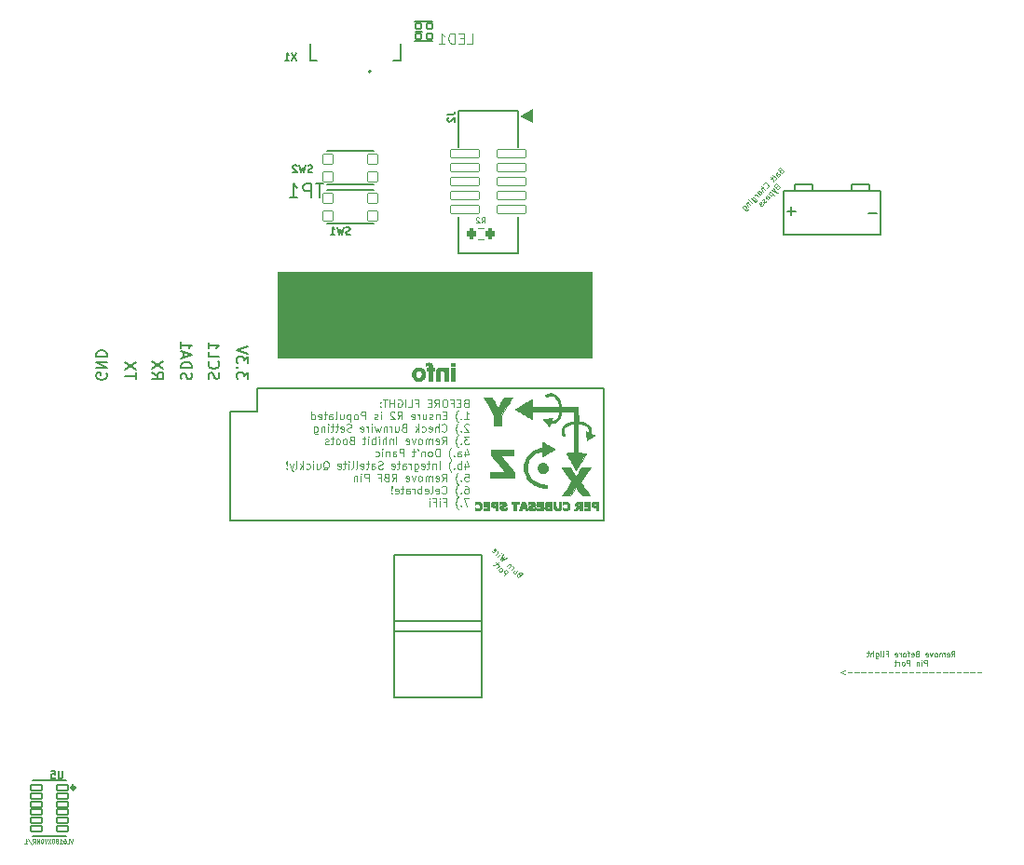
<source format=gbr>
%TF.GenerationSoftware,KiCad,Pcbnew,(6.0.7)*%
%TF.CreationDate,2023-03-27T22:24:22-07:00*%
%TF.ProjectId,FC_Board_v1,46435f42-6f61-4726-945f-76312e6b6963,rev?*%
%TF.SameCoordinates,Original*%
%TF.FileFunction,Legend,Bot*%
%TF.FilePolarity,Positive*%
%FSLAX46Y46*%
G04 Gerber Fmt 4.6, Leading zero omitted, Abs format (unit mm)*
G04 Created by KiCad (PCBNEW (6.0.7)) date 2023-03-27 22:24:22*
%MOMM*%
%LPD*%
G01*
G04 APERTURE LIST*
G04 Aperture macros list*
%AMRoundRect*
0 Rectangle with rounded corners*
0 $1 Rounding radius*
0 $2 $3 $4 $5 $6 $7 $8 $9 X,Y pos of 4 corners*
0 Add a 4 corners polygon primitive as box body*
4,1,4,$2,$3,$4,$5,$6,$7,$8,$9,$2,$3,0*
0 Add four circle primitives for the rounded corners*
1,1,$1+$1,$2,$3*
1,1,$1+$1,$4,$5*
1,1,$1+$1,$6,$7*
1,1,$1+$1,$8,$9*
0 Add four rect primitives between the rounded corners*
20,1,$1+$1,$2,$3,$4,$5,0*
20,1,$1+$1,$4,$5,$6,$7,0*
20,1,$1+$1,$6,$7,$8,$9,0*
20,1,$1+$1,$8,$9,$2,$3,0*%
G04 Aperture macros list end*
%ADD10C,0.150000*%
%ADD11C,0.100000*%
%ADD12C,0.146304*%
%ADD13C,0.081280*%
%ADD14C,0.040640*%
%ADD15C,0.203200*%
%ADD16C,0.127000*%
%ADD17C,0.200000*%
%ADD18C,0.010000*%
%ADD19C,0.152400*%
%ADD20C,0.120000*%
%ADD21C,0.304800*%
%ADD22C,0.500000*%
%ADD23C,5.250000*%
%ADD24R,1.700000X1.700000*%
%ADD25O,1.700000X1.700000*%
%ADD26RoundRect,0.050800X-0.450000X-0.450000X0.450000X-0.450000X0.450000X0.450000X-0.450000X0.450000X0*%
%ADD27R,0.450000X1.380000*%
%ADD28O,1.208000X2.416000*%
%ADD29R,1.475000X2.100000*%
%ADD30R,1.375000X1.900000*%
%ADD31RoundRect,0.800800X0.000000X0.000000X0.000000X0.000000X0.000000X0.000000X0.000000X0.000000X0*%
%ADD32RoundRect,0.050800X0.250000X0.250000X-0.250000X0.250000X-0.250000X-0.250000X0.250000X-0.250000X0*%
%ADD33RoundRect,0.200000X-0.200000X-0.275000X0.200000X-0.275000X0.200000X0.275000X-0.200000X0.275000X0*%
%ADD34RoundRect,0.050800X-1.300000X0.380000X-1.300000X-0.380000X1.300000X-0.380000X1.300000X0.380000X0*%
%ADD35RoundRect,0.050800X-0.500000X0.250000X-0.500000X-0.250000X0.500000X-0.250000X0.500000X0.250000X0*%
G04 APERTURE END LIST*
D10*
X149745800Y-118269400D02*
X149745800Y-119269400D01*
X134895800Y-109119400D02*
X134895800Y-99319400D01*
X137345800Y-97119400D02*
X137345800Y-99219400D01*
X192945800Y-78569400D02*
X191345800Y-78569400D01*
X192945800Y-79169400D02*
X192945800Y-78569400D01*
X191345800Y-78569400D02*
X191345800Y-79169400D01*
X186145800Y-78569400D02*
X187745800Y-78569400D01*
X187745800Y-78569400D02*
X187745800Y-79169400D01*
X157745800Y-112269400D02*
X157745800Y-125269400D01*
X157745800Y-118269400D02*
X149745800Y-118269400D01*
X191345800Y-79169400D02*
X186145800Y-79169400D01*
X157745800Y-125269400D02*
X149745800Y-125269400D01*
X149745800Y-125269400D02*
X149745800Y-112269400D01*
X149745800Y-112269400D02*
X157745800Y-112269400D01*
X186145800Y-79169400D02*
X186145800Y-78569400D01*
X137345800Y-97119400D02*
X168795800Y-97119400D01*
X168795800Y-97119400D02*
X168795800Y-109119400D01*
X134895800Y-99319400D02*
X134895800Y-99219400D01*
X149745800Y-119269400D02*
X157745800Y-119269400D01*
X168795800Y-109119400D02*
X134895800Y-109119400D01*
X137345800Y-99219400D02*
X134895800Y-99219400D01*
X193945800Y-83169400D02*
X193945800Y-79169400D01*
X185145800Y-79169400D02*
X185145800Y-83169400D01*
X193945800Y-79169400D02*
X185145800Y-79169400D01*
X185145800Y-83169400D02*
X193945800Y-83169400D01*
D11*
X200412466Y-121540590D02*
X200579133Y-121302495D01*
X200698180Y-121540590D02*
X200698180Y-121040590D01*
X200507704Y-121040590D01*
X200460085Y-121064400D01*
X200436276Y-121088209D01*
X200412466Y-121135828D01*
X200412466Y-121207257D01*
X200436276Y-121254876D01*
X200460085Y-121278685D01*
X200507704Y-121302495D01*
X200698180Y-121302495D01*
X200007704Y-121516780D02*
X200055323Y-121540590D01*
X200150561Y-121540590D01*
X200198180Y-121516780D01*
X200221990Y-121469161D01*
X200221990Y-121278685D01*
X200198180Y-121231066D01*
X200150561Y-121207257D01*
X200055323Y-121207257D01*
X200007704Y-121231066D01*
X199983895Y-121278685D01*
X199983895Y-121326304D01*
X200221990Y-121373923D01*
X199769609Y-121540590D02*
X199769609Y-121207257D01*
X199769609Y-121254876D02*
X199745800Y-121231066D01*
X199698180Y-121207257D01*
X199626752Y-121207257D01*
X199579133Y-121231066D01*
X199555323Y-121278685D01*
X199555323Y-121540590D01*
X199555323Y-121278685D02*
X199531514Y-121231066D01*
X199483895Y-121207257D01*
X199412466Y-121207257D01*
X199364847Y-121231066D01*
X199341038Y-121278685D01*
X199341038Y-121540590D01*
X199031514Y-121540590D02*
X199079133Y-121516780D01*
X199102942Y-121492971D01*
X199126752Y-121445352D01*
X199126752Y-121302495D01*
X199102942Y-121254876D01*
X199079133Y-121231066D01*
X199031514Y-121207257D01*
X198960085Y-121207257D01*
X198912466Y-121231066D01*
X198888657Y-121254876D01*
X198864847Y-121302495D01*
X198864847Y-121445352D01*
X198888657Y-121492971D01*
X198912466Y-121516780D01*
X198960085Y-121540590D01*
X199031514Y-121540590D01*
X198698180Y-121207257D02*
X198579133Y-121540590D01*
X198460085Y-121207257D01*
X198079133Y-121516780D02*
X198126752Y-121540590D01*
X198221990Y-121540590D01*
X198269609Y-121516780D01*
X198293419Y-121469161D01*
X198293419Y-121278685D01*
X198269609Y-121231066D01*
X198221990Y-121207257D01*
X198126752Y-121207257D01*
X198079133Y-121231066D01*
X198055323Y-121278685D01*
X198055323Y-121326304D01*
X198293419Y-121373923D01*
X197293419Y-121278685D02*
X197221990Y-121302495D01*
X197198180Y-121326304D01*
X197174371Y-121373923D01*
X197174371Y-121445352D01*
X197198180Y-121492971D01*
X197221990Y-121516780D01*
X197269609Y-121540590D01*
X197460085Y-121540590D01*
X197460085Y-121040590D01*
X197293419Y-121040590D01*
X197245800Y-121064400D01*
X197221990Y-121088209D01*
X197198180Y-121135828D01*
X197198180Y-121183447D01*
X197221990Y-121231066D01*
X197245800Y-121254876D01*
X197293419Y-121278685D01*
X197460085Y-121278685D01*
X196769609Y-121516780D02*
X196817228Y-121540590D01*
X196912466Y-121540590D01*
X196960085Y-121516780D01*
X196983895Y-121469161D01*
X196983895Y-121278685D01*
X196960085Y-121231066D01*
X196912466Y-121207257D01*
X196817228Y-121207257D01*
X196769609Y-121231066D01*
X196745800Y-121278685D01*
X196745800Y-121326304D01*
X196983895Y-121373923D01*
X196602942Y-121207257D02*
X196412466Y-121207257D01*
X196531514Y-121540590D02*
X196531514Y-121112019D01*
X196507704Y-121064400D01*
X196460085Y-121040590D01*
X196412466Y-121040590D01*
X196174371Y-121540590D02*
X196221990Y-121516780D01*
X196245800Y-121492971D01*
X196269609Y-121445352D01*
X196269609Y-121302495D01*
X196245800Y-121254876D01*
X196221990Y-121231066D01*
X196174371Y-121207257D01*
X196102942Y-121207257D01*
X196055323Y-121231066D01*
X196031514Y-121254876D01*
X196007704Y-121302495D01*
X196007704Y-121445352D01*
X196031514Y-121492971D01*
X196055323Y-121516780D01*
X196102942Y-121540590D01*
X196174371Y-121540590D01*
X195793419Y-121540590D02*
X195793419Y-121207257D01*
X195793419Y-121302495D02*
X195769609Y-121254876D01*
X195745800Y-121231066D01*
X195698180Y-121207257D01*
X195650561Y-121207257D01*
X195293419Y-121516780D02*
X195341038Y-121540590D01*
X195436276Y-121540590D01*
X195483895Y-121516780D01*
X195507704Y-121469161D01*
X195507704Y-121278685D01*
X195483895Y-121231066D01*
X195436276Y-121207257D01*
X195341038Y-121207257D01*
X195293419Y-121231066D01*
X195269609Y-121278685D01*
X195269609Y-121326304D01*
X195507704Y-121373923D01*
X194507704Y-121278685D02*
X194674371Y-121278685D01*
X194674371Y-121540590D02*
X194674371Y-121040590D01*
X194436276Y-121040590D01*
X194174371Y-121540590D02*
X194221990Y-121516780D01*
X194245800Y-121469161D01*
X194245800Y-121040590D01*
X193983895Y-121540590D02*
X193983895Y-121207257D01*
X193983895Y-121040590D02*
X194007704Y-121064400D01*
X193983895Y-121088209D01*
X193960085Y-121064400D01*
X193983895Y-121040590D01*
X193983895Y-121088209D01*
X193531514Y-121207257D02*
X193531514Y-121612019D01*
X193555323Y-121659638D01*
X193579133Y-121683447D01*
X193626752Y-121707257D01*
X193698180Y-121707257D01*
X193745800Y-121683447D01*
X193531514Y-121516780D02*
X193579133Y-121540590D01*
X193674371Y-121540590D01*
X193721990Y-121516780D01*
X193745800Y-121492971D01*
X193769609Y-121445352D01*
X193769609Y-121302495D01*
X193745800Y-121254876D01*
X193721990Y-121231066D01*
X193674371Y-121207257D01*
X193579133Y-121207257D01*
X193531514Y-121231066D01*
X193293419Y-121540590D02*
X193293419Y-121040590D01*
X193079133Y-121540590D02*
X193079133Y-121278685D01*
X193102942Y-121231066D01*
X193150561Y-121207257D01*
X193221990Y-121207257D01*
X193269609Y-121231066D01*
X193293419Y-121254876D01*
X192912466Y-121207257D02*
X192721990Y-121207257D01*
X192841038Y-121040590D02*
X192841038Y-121469161D01*
X192817228Y-121516780D01*
X192769609Y-121540590D01*
X192721990Y-121540590D01*
X198186276Y-122345590D02*
X198186276Y-121845590D01*
X197995800Y-121845590D01*
X197948180Y-121869400D01*
X197924371Y-121893209D01*
X197900561Y-121940828D01*
X197900561Y-122012257D01*
X197924371Y-122059876D01*
X197948180Y-122083685D01*
X197995800Y-122107495D01*
X198186276Y-122107495D01*
X197686276Y-122345590D02*
X197686276Y-122012257D01*
X197686276Y-121845590D02*
X197710085Y-121869400D01*
X197686276Y-121893209D01*
X197662466Y-121869400D01*
X197686276Y-121845590D01*
X197686276Y-121893209D01*
X197448180Y-122012257D02*
X197448180Y-122345590D01*
X197448180Y-122059876D02*
X197424371Y-122036066D01*
X197376752Y-122012257D01*
X197305323Y-122012257D01*
X197257704Y-122036066D01*
X197233895Y-122083685D01*
X197233895Y-122345590D01*
X196614847Y-122345590D02*
X196614847Y-121845590D01*
X196424371Y-121845590D01*
X196376752Y-121869400D01*
X196352942Y-121893209D01*
X196329133Y-121940828D01*
X196329133Y-122012257D01*
X196352942Y-122059876D01*
X196376752Y-122083685D01*
X196424371Y-122107495D01*
X196614847Y-122107495D01*
X196043419Y-122345590D02*
X196091038Y-122321780D01*
X196114847Y-122297971D01*
X196138657Y-122250352D01*
X196138657Y-122107495D01*
X196114847Y-122059876D01*
X196091038Y-122036066D01*
X196043419Y-122012257D01*
X195971990Y-122012257D01*
X195924371Y-122036066D01*
X195900561Y-122059876D01*
X195876752Y-122107495D01*
X195876752Y-122250352D01*
X195900561Y-122297971D01*
X195924371Y-122321780D01*
X195971990Y-122345590D01*
X196043419Y-122345590D01*
X195662466Y-122345590D02*
X195662466Y-122012257D01*
X195662466Y-122107495D02*
X195638657Y-122059876D01*
X195614847Y-122036066D01*
X195567228Y-122012257D01*
X195519609Y-122012257D01*
X195424371Y-122012257D02*
X195233895Y-122012257D01*
X195352942Y-121845590D02*
X195352942Y-122274161D01*
X195329133Y-122321780D01*
X195281514Y-122345590D01*
X195233895Y-122345590D01*
X203126752Y-122960114D02*
X202745800Y-122960114D01*
X202507704Y-122960114D02*
X202126752Y-122960114D01*
X201888657Y-122960114D02*
X201507704Y-122960114D01*
X201269609Y-122960114D02*
X200888657Y-122960114D01*
X200650561Y-122960114D02*
X200269609Y-122960114D01*
X200031514Y-122960114D02*
X199650561Y-122960114D01*
X199412466Y-122960114D02*
X199031514Y-122960114D01*
X198793419Y-122960114D02*
X198412466Y-122960114D01*
X198174371Y-122960114D02*
X197793419Y-122960114D01*
X197555323Y-122960114D02*
X197174371Y-122960114D01*
X196936276Y-122960114D02*
X196555323Y-122960114D01*
X196317228Y-122960114D02*
X195936276Y-122960114D01*
X195698180Y-122960114D02*
X195317228Y-122960114D01*
X195079133Y-122960114D02*
X194698180Y-122960114D01*
X194460085Y-122960114D02*
X194079133Y-122960114D01*
X193841038Y-122960114D02*
X193460085Y-122960114D01*
X193221990Y-122960114D02*
X192841038Y-122960114D01*
X192602942Y-122960114D02*
X192221990Y-122960114D01*
X191983895Y-122960114D02*
X191602942Y-122960114D01*
X191364847Y-122960114D02*
X190983895Y-122960114D01*
X190745800Y-122817257D02*
X190364847Y-122960114D01*
X190745800Y-123102971D01*
D10*
X130441038Y-96309876D02*
X130393419Y-96167019D01*
X130393419Y-95928923D01*
X130441038Y-95833685D01*
X130488657Y-95786066D01*
X130583895Y-95738447D01*
X130679133Y-95738447D01*
X130774371Y-95786066D01*
X130821990Y-95833685D01*
X130869609Y-95928923D01*
X130917228Y-96119400D01*
X130964847Y-96214638D01*
X131012466Y-96262257D01*
X131107704Y-96309876D01*
X131202942Y-96309876D01*
X131298180Y-96262257D01*
X131345800Y-96214638D01*
X131393419Y-96119400D01*
X131393419Y-95881304D01*
X131345800Y-95738447D01*
X130393419Y-95309876D02*
X131393419Y-95309876D01*
X131393419Y-95071780D01*
X131345800Y-94928923D01*
X131250561Y-94833685D01*
X131155323Y-94786066D01*
X130964847Y-94738447D01*
X130821990Y-94738447D01*
X130631514Y-94786066D01*
X130536276Y-94833685D01*
X130441038Y-94928923D01*
X130393419Y-95071780D01*
X130393419Y-95309876D01*
X130679133Y-94357495D02*
X130679133Y-93881304D01*
X130393419Y-94452733D02*
X131393419Y-94119400D01*
X130393419Y-93786066D01*
X130393419Y-92928923D02*
X130393419Y-93500352D01*
X130393419Y-93214638D02*
X131393419Y-93214638D01*
X131250561Y-93309876D01*
X131155323Y-93405114D01*
X131107704Y-93500352D01*
D11*
X156280800Y-98461400D02*
X156180800Y-98494733D01*
X156147466Y-98528066D01*
X156114133Y-98594733D01*
X156114133Y-98694733D01*
X156147466Y-98761400D01*
X156180800Y-98794733D01*
X156247466Y-98828066D01*
X156514133Y-98828066D01*
X156514133Y-98128066D01*
X156280800Y-98128066D01*
X156214133Y-98161400D01*
X156180800Y-98194733D01*
X156147466Y-98261400D01*
X156147466Y-98328066D01*
X156180800Y-98394733D01*
X156214133Y-98428066D01*
X156280800Y-98461400D01*
X156514133Y-98461400D01*
X155814133Y-98461400D02*
X155580800Y-98461400D01*
X155480800Y-98828066D02*
X155814133Y-98828066D01*
X155814133Y-98128066D01*
X155480800Y-98128066D01*
X154947466Y-98461400D02*
X155180800Y-98461400D01*
X155180800Y-98828066D02*
X155180800Y-98128066D01*
X154847466Y-98128066D01*
X154447466Y-98128066D02*
X154314133Y-98128066D01*
X154247466Y-98161400D01*
X154180800Y-98228066D01*
X154147466Y-98361400D01*
X154147466Y-98594733D01*
X154180800Y-98728066D01*
X154247466Y-98794733D01*
X154314133Y-98828066D01*
X154447466Y-98828066D01*
X154514133Y-98794733D01*
X154580800Y-98728066D01*
X154614133Y-98594733D01*
X154614133Y-98361400D01*
X154580800Y-98228066D01*
X154514133Y-98161400D01*
X154447466Y-98128066D01*
X153447466Y-98828066D02*
X153680800Y-98494733D01*
X153847466Y-98828066D02*
X153847466Y-98128066D01*
X153580800Y-98128066D01*
X153514133Y-98161400D01*
X153480800Y-98194733D01*
X153447466Y-98261400D01*
X153447466Y-98361400D01*
X153480800Y-98428066D01*
X153514133Y-98461400D01*
X153580800Y-98494733D01*
X153847466Y-98494733D01*
X153147466Y-98461400D02*
X152914133Y-98461400D01*
X152814133Y-98828066D02*
X153147466Y-98828066D01*
X153147466Y-98128066D01*
X152814133Y-98128066D01*
X151747466Y-98461400D02*
X151980800Y-98461400D01*
X151980800Y-98828066D02*
X151980800Y-98128066D01*
X151647466Y-98128066D01*
X151047466Y-98828066D02*
X151380800Y-98828066D01*
X151380800Y-98128066D01*
X150814133Y-98828066D02*
X150814133Y-98128066D01*
X150114133Y-98161400D02*
X150180800Y-98128066D01*
X150280800Y-98128066D01*
X150380800Y-98161400D01*
X150447466Y-98228066D01*
X150480800Y-98294733D01*
X150514133Y-98428066D01*
X150514133Y-98528066D01*
X150480800Y-98661400D01*
X150447466Y-98728066D01*
X150380800Y-98794733D01*
X150280800Y-98828066D01*
X150214133Y-98828066D01*
X150114133Y-98794733D01*
X150080800Y-98761400D01*
X150080800Y-98528066D01*
X150214133Y-98528066D01*
X149780800Y-98828066D02*
X149780800Y-98128066D01*
X149780800Y-98461400D02*
X149380800Y-98461400D01*
X149380800Y-98828066D02*
X149380800Y-98128066D01*
X149147466Y-98128066D02*
X148747466Y-98128066D01*
X148947466Y-98828066D02*
X148947466Y-98128066D01*
X148514133Y-98761400D02*
X148480800Y-98794733D01*
X148514133Y-98828066D01*
X148547466Y-98794733D01*
X148514133Y-98761400D01*
X148514133Y-98828066D01*
X148514133Y-98394733D02*
X148480800Y-98428066D01*
X148514133Y-98461400D01*
X148547466Y-98428066D01*
X148514133Y-98394733D01*
X148514133Y-98461400D01*
X156147466Y-99955066D02*
X156547466Y-99955066D01*
X156347466Y-99955066D02*
X156347466Y-99255066D01*
X156414133Y-99355066D01*
X156480800Y-99421733D01*
X156547466Y-99455066D01*
X155847466Y-99888400D02*
X155814133Y-99921733D01*
X155847466Y-99955066D01*
X155880800Y-99921733D01*
X155847466Y-99888400D01*
X155847466Y-99955066D01*
X155580800Y-100221733D02*
X155547466Y-100188400D01*
X155480800Y-100088400D01*
X155447466Y-100021733D01*
X155414133Y-99921733D01*
X155380800Y-99755066D01*
X155380800Y-99621733D01*
X155414133Y-99455066D01*
X155447466Y-99355066D01*
X155480800Y-99288400D01*
X155547466Y-99188400D01*
X155580800Y-99155066D01*
X154514133Y-99588400D02*
X154280800Y-99588400D01*
X154180800Y-99955066D02*
X154514133Y-99955066D01*
X154514133Y-99255066D01*
X154180800Y-99255066D01*
X153880800Y-99488400D02*
X153880800Y-99955066D01*
X153880800Y-99555066D02*
X153847466Y-99521733D01*
X153780800Y-99488400D01*
X153680800Y-99488400D01*
X153614133Y-99521733D01*
X153580800Y-99588400D01*
X153580800Y-99955066D01*
X153280800Y-99921733D02*
X153214133Y-99955066D01*
X153080800Y-99955066D01*
X153014133Y-99921733D01*
X152980800Y-99855066D01*
X152980800Y-99821733D01*
X153014133Y-99755066D01*
X153080800Y-99721733D01*
X153180800Y-99721733D01*
X153247466Y-99688400D01*
X153280800Y-99621733D01*
X153280800Y-99588400D01*
X153247466Y-99521733D01*
X153180800Y-99488400D01*
X153080800Y-99488400D01*
X153014133Y-99521733D01*
X152380800Y-99488400D02*
X152380800Y-99955066D01*
X152680800Y-99488400D02*
X152680800Y-99855066D01*
X152647466Y-99921733D01*
X152580800Y-99955066D01*
X152480800Y-99955066D01*
X152414133Y-99921733D01*
X152380800Y-99888400D01*
X152047466Y-99955066D02*
X152047466Y-99488400D01*
X152047466Y-99621733D02*
X152014133Y-99555066D01*
X151980800Y-99521733D01*
X151914133Y-99488400D01*
X151847466Y-99488400D01*
X151347466Y-99921733D02*
X151414133Y-99955066D01*
X151547466Y-99955066D01*
X151614133Y-99921733D01*
X151647466Y-99855066D01*
X151647466Y-99588400D01*
X151614133Y-99521733D01*
X151547466Y-99488400D01*
X151414133Y-99488400D01*
X151347466Y-99521733D01*
X151314133Y-99588400D01*
X151314133Y-99655066D01*
X151647466Y-99721733D01*
X150080800Y-99955066D02*
X150314133Y-99621733D01*
X150480800Y-99955066D02*
X150480800Y-99255066D01*
X150214133Y-99255066D01*
X150147466Y-99288400D01*
X150114133Y-99321733D01*
X150080800Y-99388400D01*
X150080800Y-99488400D01*
X150114133Y-99555066D01*
X150147466Y-99588400D01*
X150214133Y-99621733D01*
X150480800Y-99621733D01*
X149814133Y-99321733D02*
X149780800Y-99288400D01*
X149714133Y-99255066D01*
X149547466Y-99255066D01*
X149480800Y-99288400D01*
X149447466Y-99321733D01*
X149414133Y-99388400D01*
X149414133Y-99455066D01*
X149447466Y-99555066D01*
X149847466Y-99955066D01*
X149414133Y-99955066D01*
X148580800Y-99955066D02*
X148580800Y-99488400D01*
X148580800Y-99255066D02*
X148614133Y-99288400D01*
X148580800Y-99321733D01*
X148547466Y-99288400D01*
X148580800Y-99255066D01*
X148580800Y-99321733D01*
X148280800Y-99921733D02*
X148214133Y-99955066D01*
X148080800Y-99955066D01*
X148014133Y-99921733D01*
X147980800Y-99855066D01*
X147980800Y-99821733D01*
X148014133Y-99755066D01*
X148080800Y-99721733D01*
X148180800Y-99721733D01*
X148247466Y-99688400D01*
X148280800Y-99621733D01*
X148280800Y-99588400D01*
X148247466Y-99521733D01*
X148180800Y-99488400D01*
X148080800Y-99488400D01*
X148014133Y-99521733D01*
X147147466Y-99955066D02*
X147147466Y-99255066D01*
X146880800Y-99255066D01*
X146814133Y-99288400D01*
X146780800Y-99321733D01*
X146747466Y-99388400D01*
X146747466Y-99488400D01*
X146780800Y-99555066D01*
X146814133Y-99588400D01*
X146880800Y-99621733D01*
X147147466Y-99621733D01*
X146347466Y-99955066D02*
X146414133Y-99921733D01*
X146447466Y-99888400D01*
X146480800Y-99821733D01*
X146480800Y-99621733D01*
X146447466Y-99555066D01*
X146414133Y-99521733D01*
X146347466Y-99488400D01*
X146247466Y-99488400D01*
X146180800Y-99521733D01*
X146147466Y-99555066D01*
X146114133Y-99621733D01*
X146114133Y-99821733D01*
X146147466Y-99888400D01*
X146180800Y-99921733D01*
X146247466Y-99955066D01*
X146347466Y-99955066D01*
X145814133Y-99488400D02*
X145814133Y-100188400D01*
X145814133Y-99521733D02*
X145747466Y-99488400D01*
X145614133Y-99488400D01*
X145547466Y-99521733D01*
X145514133Y-99555066D01*
X145480800Y-99621733D01*
X145480800Y-99821733D01*
X145514133Y-99888400D01*
X145547466Y-99921733D01*
X145614133Y-99955066D01*
X145747466Y-99955066D01*
X145814133Y-99921733D01*
X144880800Y-99488400D02*
X144880800Y-99955066D01*
X145180800Y-99488400D02*
X145180800Y-99855066D01*
X145147466Y-99921733D01*
X145080800Y-99955066D01*
X144980800Y-99955066D01*
X144914133Y-99921733D01*
X144880800Y-99888400D01*
X144447466Y-99955066D02*
X144514133Y-99921733D01*
X144547466Y-99855066D01*
X144547466Y-99255066D01*
X143880800Y-99955066D02*
X143880800Y-99588400D01*
X143914133Y-99521733D01*
X143980800Y-99488400D01*
X144114133Y-99488400D01*
X144180800Y-99521733D01*
X143880800Y-99921733D02*
X143947466Y-99955066D01*
X144114133Y-99955066D01*
X144180800Y-99921733D01*
X144214133Y-99855066D01*
X144214133Y-99788400D01*
X144180800Y-99721733D01*
X144114133Y-99688400D01*
X143947466Y-99688400D01*
X143880800Y-99655066D01*
X143647466Y-99488400D02*
X143380800Y-99488400D01*
X143547466Y-99255066D02*
X143547466Y-99855066D01*
X143514133Y-99921733D01*
X143447466Y-99955066D01*
X143380800Y-99955066D01*
X142880800Y-99921733D02*
X142947466Y-99955066D01*
X143080800Y-99955066D01*
X143147466Y-99921733D01*
X143180800Y-99855066D01*
X143180800Y-99588400D01*
X143147466Y-99521733D01*
X143080800Y-99488400D01*
X142947466Y-99488400D01*
X142880800Y-99521733D01*
X142847466Y-99588400D01*
X142847466Y-99655066D01*
X143180800Y-99721733D01*
X142247466Y-99955066D02*
X142247466Y-99255066D01*
X142247466Y-99921733D02*
X142314133Y-99955066D01*
X142447466Y-99955066D01*
X142514133Y-99921733D01*
X142547466Y-99888400D01*
X142580800Y-99821733D01*
X142580800Y-99621733D01*
X142547466Y-99555066D01*
X142514133Y-99521733D01*
X142447466Y-99488400D01*
X142314133Y-99488400D01*
X142247466Y-99521733D01*
X156547466Y-100448733D02*
X156514133Y-100415400D01*
X156447466Y-100382066D01*
X156280800Y-100382066D01*
X156214133Y-100415400D01*
X156180800Y-100448733D01*
X156147466Y-100515400D01*
X156147466Y-100582066D01*
X156180800Y-100682066D01*
X156580800Y-101082066D01*
X156147466Y-101082066D01*
X155847466Y-101015400D02*
X155814133Y-101048733D01*
X155847466Y-101082066D01*
X155880800Y-101048733D01*
X155847466Y-101015400D01*
X155847466Y-101082066D01*
X155580800Y-101348733D02*
X155547466Y-101315400D01*
X155480800Y-101215400D01*
X155447466Y-101148733D01*
X155414133Y-101048733D01*
X155380800Y-100882066D01*
X155380800Y-100748733D01*
X155414133Y-100582066D01*
X155447466Y-100482066D01*
X155480800Y-100415400D01*
X155547466Y-100315400D01*
X155580800Y-100282066D01*
X154114133Y-101015400D02*
X154147466Y-101048733D01*
X154247466Y-101082066D01*
X154314133Y-101082066D01*
X154414133Y-101048733D01*
X154480800Y-100982066D01*
X154514133Y-100915400D01*
X154547466Y-100782066D01*
X154547466Y-100682066D01*
X154514133Y-100548733D01*
X154480800Y-100482066D01*
X154414133Y-100415400D01*
X154314133Y-100382066D01*
X154247466Y-100382066D01*
X154147466Y-100415400D01*
X154114133Y-100448733D01*
X153814133Y-101082066D02*
X153814133Y-100382066D01*
X153514133Y-101082066D02*
X153514133Y-100715400D01*
X153547466Y-100648733D01*
X153614133Y-100615400D01*
X153714133Y-100615400D01*
X153780800Y-100648733D01*
X153814133Y-100682066D01*
X152914133Y-101048733D02*
X152980800Y-101082066D01*
X153114133Y-101082066D01*
X153180800Y-101048733D01*
X153214133Y-100982066D01*
X153214133Y-100715400D01*
X153180800Y-100648733D01*
X153114133Y-100615400D01*
X152980800Y-100615400D01*
X152914133Y-100648733D01*
X152880800Y-100715400D01*
X152880800Y-100782066D01*
X153214133Y-100848733D01*
X152280800Y-101048733D02*
X152347466Y-101082066D01*
X152480800Y-101082066D01*
X152547466Y-101048733D01*
X152580800Y-101015400D01*
X152614133Y-100948733D01*
X152614133Y-100748733D01*
X152580800Y-100682066D01*
X152547466Y-100648733D01*
X152480800Y-100615400D01*
X152347466Y-100615400D01*
X152280800Y-100648733D01*
X151980800Y-101082066D02*
X151980800Y-100382066D01*
X151914133Y-100815400D02*
X151714133Y-101082066D01*
X151714133Y-100615400D02*
X151980800Y-100882066D01*
X150647466Y-100715400D02*
X150547466Y-100748733D01*
X150514133Y-100782066D01*
X150480800Y-100848733D01*
X150480800Y-100948733D01*
X150514133Y-101015400D01*
X150547466Y-101048733D01*
X150614133Y-101082066D01*
X150880800Y-101082066D01*
X150880800Y-100382066D01*
X150647466Y-100382066D01*
X150580800Y-100415400D01*
X150547466Y-100448733D01*
X150514133Y-100515400D01*
X150514133Y-100582066D01*
X150547466Y-100648733D01*
X150580800Y-100682066D01*
X150647466Y-100715400D01*
X150880800Y-100715400D01*
X149880800Y-100615400D02*
X149880800Y-101082066D01*
X150180800Y-100615400D02*
X150180800Y-100982066D01*
X150147466Y-101048733D01*
X150080800Y-101082066D01*
X149980800Y-101082066D01*
X149914133Y-101048733D01*
X149880800Y-101015400D01*
X149547466Y-101082066D02*
X149547466Y-100615400D01*
X149547466Y-100748733D02*
X149514133Y-100682066D01*
X149480800Y-100648733D01*
X149414133Y-100615400D01*
X149347466Y-100615400D01*
X149114133Y-100615400D02*
X149114133Y-101082066D01*
X149114133Y-100682066D02*
X149080800Y-100648733D01*
X149014133Y-100615400D01*
X148914133Y-100615400D01*
X148847466Y-100648733D01*
X148814133Y-100715400D01*
X148814133Y-101082066D01*
X148547466Y-100615400D02*
X148414133Y-101082066D01*
X148280800Y-100748733D01*
X148147466Y-101082066D01*
X148014133Y-100615400D01*
X147747466Y-101082066D02*
X147747466Y-100615400D01*
X147747466Y-100382066D02*
X147780800Y-100415400D01*
X147747466Y-100448733D01*
X147714133Y-100415400D01*
X147747466Y-100382066D01*
X147747466Y-100448733D01*
X147414133Y-101082066D02*
X147414133Y-100615400D01*
X147414133Y-100748733D02*
X147380800Y-100682066D01*
X147347466Y-100648733D01*
X147280800Y-100615400D01*
X147214133Y-100615400D01*
X146714133Y-101048733D02*
X146780800Y-101082066D01*
X146914133Y-101082066D01*
X146980800Y-101048733D01*
X147014133Y-100982066D01*
X147014133Y-100715400D01*
X146980800Y-100648733D01*
X146914133Y-100615400D01*
X146780800Y-100615400D01*
X146714133Y-100648733D01*
X146680800Y-100715400D01*
X146680800Y-100782066D01*
X147014133Y-100848733D01*
X145880800Y-101048733D02*
X145780800Y-101082066D01*
X145614133Y-101082066D01*
X145547466Y-101048733D01*
X145514133Y-101015400D01*
X145480800Y-100948733D01*
X145480800Y-100882066D01*
X145514133Y-100815400D01*
X145547466Y-100782066D01*
X145614133Y-100748733D01*
X145747466Y-100715400D01*
X145814133Y-100682066D01*
X145847466Y-100648733D01*
X145880800Y-100582066D01*
X145880800Y-100515400D01*
X145847466Y-100448733D01*
X145814133Y-100415400D01*
X145747466Y-100382066D01*
X145580800Y-100382066D01*
X145480800Y-100415400D01*
X144914133Y-101048733D02*
X144980800Y-101082066D01*
X145114133Y-101082066D01*
X145180800Y-101048733D01*
X145214133Y-100982066D01*
X145214133Y-100715400D01*
X145180800Y-100648733D01*
X145114133Y-100615400D01*
X144980800Y-100615400D01*
X144914133Y-100648733D01*
X144880800Y-100715400D01*
X144880800Y-100782066D01*
X145214133Y-100848733D01*
X144680800Y-100615400D02*
X144414133Y-100615400D01*
X144580800Y-100382066D02*
X144580800Y-100982066D01*
X144547466Y-101048733D01*
X144480800Y-101082066D01*
X144414133Y-101082066D01*
X144280800Y-100615400D02*
X144014133Y-100615400D01*
X144180800Y-100382066D02*
X144180800Y-100982066D01*
X144147466Y-101048733D01*
X144080800Y-101082066D01*
X144014133Y-101082066D01*
X143780800Y-101082066D02*
X143780800Y-100615400D01*
X143780800Y-100382066D02*
X143814133Y-100415400D01*
X143780800Y-100448733D01*
X143747466Y-100415400D01*
X143780800Y-100382066D01*
X143780800Y-100448733D01*
X143447466Y-100615400D02*
X143447466Y-101082066D01*
X143447466Y-100682066D02*
X143414133Y-100648733D01*
X143347466Y-100615400D01*
X143247466Y-100615400D01*
X143180800Y-100648733D01*
X143147466Y-100715400D01*
X143147466Y-101082066D01*
X142514133Y-100615400D02*
X142514133Y-101182066D01*
X142547466Y-101248733D01*
X142580800Y-101282066D01*
X142647466Y-101315400D01*
X142747466Y-101315400D01*
X142814133Y-101282066D01*
X142514133Y-101048733D02*
X142580800Y-101082066D01*
X142714133Y-101082066D01*
X142780800Y-101048733D01*
X142814133Y-101015400D01*
X142847466Y-100948733D01*
X142847466Y-100748733D01*
X142814133Y-100682066D01*
X142780800Y-100648733D01*
X142714133Y-100615400D01*
X142580800Y-100615400D01*
X142514133Y-100648733D01*
X156580800Y-101509066D02*
X156147466Y-101509066D01*
X156380800Y-101775733D01*
X156280800Y-101775733D01*
X156214133Y-101809066D01*
X156180800Y-101842400D01*
X156147466Y-101909066D01*
X156147466Y-102075733D01*
X156180800Y-102142400D01*
X156214133Y-102175733D01*
X156280800Y-102209066D01*
X156480800Y-102209066D01*
X156547466Y-102175733D01*
X156580800Y-102142400D01*
X155847466Y-102142400D02*
X155814133Y-102175733D01*
X155847466Y-102209066D01*
X155880800Y-102175733D01*
X155847466Y-102142400D01*
X155847466Y-102209066D01*
X155580800Y-102475733D02*
X155547466Y-102442400D01*
X155480800Y-102342400D01*
X155447466Y-102275733D01*
X155414133Y-102175733D01*
X155380800Y-102009066D01*
X155380800Y-101875733D01*
X155414133Y-101709066D01*
X155447466Y-101609066D01*
X155480800Y-101542400D01*
X155547466Y-101442400D01*
X155580800Y-101409066D01*
X154114133Y-102209066D02*
X154347466Y-101875733D01*
X154514133Y-102209066D02*
X154514133Y-101509066D01*
X154247466Y-101509066D01*
X154180800Y-101542400D01*
X154147466Y-101575733D01*
X154114133Y-101642400D01*
X154114133Y-101742400D01*
X154147466Y-101809066D01*
X154180800Y-101842400D01*
X154247466Y-101875733D01*
X154514133Y-101875733D01*
X153547466Y-102175733D02*
X153614133Y-102209066D01*
X153747466Y-102209066D01*
X153814133Y-102175733D01*
X153847466Y-102109066D01*
X153847466Y-101842400D01*
X153814133Y-101775733D01*
X153747466Y-101742400D01*
X153614133Y-101742400D01*
X153547466Y-101775733D01*
X153514133Y-101842400D01*
X153514133Y-101909066D01*
X153847466Y-101975733D01*
X153214133Y-102209066D02*
X153214133Y-101742400D01*
X153214133Y-101809066D02*
X153180800Y-101775733D01*
X153114133Y-101742400D01*
X153014133Y-101742400D01*
X152947466Y-101775733D01*
X152914133Y-101842400D01*
X152914133Y-102209066D01*
X152914133Y-101842400D02*
X152880800Y-101775733D01*
X152814133Y-101742400D01*
X152714133Y-101742400D01*
X152647466Y-101775733D01*
X152614133Y-101842400D01*
X152614133Y-102209066D01*
X152180800Y-102209066D02*
X152247466Y-102175733D01*
X152280800Y-102142400D01*
X152314133Y-102075733D01*
X152314133Y-101875733D01*
X152280800Y-101809066D01*
X152247466Y-101775733D01*
X152180800Y-101742400D01*
X152080800Y-101742400D01*
X152014133Y-101775733D01*
X151980800Y-101809066D01*
X151947466Y-101875733D01*
X151947466Y-102075733D01*
X151980800Y-102142400D01*
X152014133Y-102175733D01*
X152080800Y-102209066D01*
X152180800Y-102209066D01*
X151714133Y-101742400D02*
X151547466Y-102209066D01*
X151380800Y-101742400D01*
X150847466Y-102175733D02*
X150914133Y-102209066D01*
X151047466Y-102209066D01*
X151114133Y-102175733D01*
X151147466Y-102109066D01*
X151147466Y-101842400D01*
X151114133Y-101775733D01*
X151047466Y-101742400D01*
X150914133Y-101742400D01*
X150847466Y-101775733D01*
X150814133Y-101842400D01*
X150814133Y-101909066D01*
X151147466Y-101975733D01*
X149980800Y-102209066D02*
X149980800Y-101509066D01*
X149647466Y-101742400D02*
X149647466Y-102209066D01*
X149647466Y-101809066D02*
X149614133Y-101775733D01*
X149547466Y-101742400D01*
X149447466Y-101742400D01*
X149380800Y-101775733D01*
X149347466Y-101842400D01*
X149347466Y-102209066D01*
X149014133Y-102209066D02*
X149014133Y-101509066D01*
X148714133Y-102209066D02*
X148714133Y-101842400D01*
X148747466Y-101775733D01*
X148814133Y-101742400D01*
X148914133Y-101742400D01*
X148980800Y-101775733D01*
X149014133Y-101809066D01*
X148380800Y-102209066D02*
X148380800Y-101742400D01*
X148380800Y-101509066D02*
X148414133Y-101542400D01*
X148380800Y-101575733D01*
X148347466Y-101542400D01*
X148380800Y-101509066D01*
X148380800Y-101575733D01*
X148047466Y-102209066D02*
X148047466Y-101509066D01*
X148047466Y-101775733D02*
X147980800Y-101742400D01*
X147847466Y-101742400D01*
X147780800Y-101775733D01*
X147747466Y-101809066D01*
X147714133Y-101875733D01*
X147714133Y-102075733D01*
X147747466Y-102142400D01*
X147780800Y-102175733D01*
X147847466Y-102209066D01*
X147980800Y-102209066D01*
X148047466Y-102175733D01*
X147414133Y-102209066D02*
X147414133Y-101742400D01*
X147414133Y-101509066D02*
X147447466Y-101542400D01*
X147414133Y-101575733D01*
X147380800Y-101542400D01*
X147414133Y-101509066D01*
X147414133Y-101575733D01*
X147180800Y-101742400D02*
X146914133Y-101742400D01*
X147080800Y-101509066D02*
X147080800Y-102109066D01*
X147047466Y-102175733D01*
X146980800Y-102209066D01*
X146914133Y-102209066D01*
X145914133Y-101842400D02*
X145814133Y-101875733D01*
X145780800Y-101909066D01*
X145747466Y-101975733D01*
X145747466Y-102075733D01*
X145780800Y-102142400D01*
X145814133Y-102175733D01*
X145880800Y-102209066D01*
X146147466Y-102209066D01*
X146147466Y-101509066D01*
X145914133Y-101509066D01*
X145847466Y-101542400D01*
X145814133Y-101575733D01*
X145780800Y-101642400D01*
X145780800Y-101709066D01*
X145814133Y-101775733D01*
X145847466Y-101809066D01*
X145914133Y-101842400D01*
X146147466Y-101842400D01*
X145347466Y-102209066D02*
X145414133Y-102175733D01*
X145447466Y-102142400D01*
X145480800Y-102075733D01*
X145480800Y-101875733D01*
X145447466Y-101809066D01*
X145414133Y-101775733D01*
X145347466Y-101742400D01*
X145247466Y-101742400D01*
X145180800Y-101775733D01*
X145147466Y-101809066D01*
X145114133Y-101875733D01*
X145114133Y-102075733D01*
X145147466Y-102142400D01*
X145180800Y-102175733D01*
X145247466Y-102209066D01*
X145347466Y-102209066D01*
X144714133Y-102209066D02*
X144780800Y-102175733D01*
X144814133Y-102142400D01*
X144847466Y-102075733D01*
X144847466Y-101875733D01*
X144814133Y-101809066D01*
X144780800Y-101775733D01*
X144714133Y-101742400D01*
X144614133Y-101742400D01*
X144547466Y-101775733D01*
X144514133Y-101809066D01*
X144480800Y-101875733D01*
X144480800Y-102075733D01*
X144514133Y-102142400D01*
X144547466Y-102175733D01*
X144614133Y-102209066D01*
X144714133Y-102209066D01*
X144280800Y-101742400D02*
X144014133Y-101742400D01*
X144180800Y-101509066D02*
X144180800Y-102109066D01*
X144147466Y-102175733D01*
X144080800Y-102209066D01*
X144014133Y-102209066D01*
X143814133Y-102175733D02*
X143747466Y-102209066D01*
X143614133Y-102209066D01*
X143547466Y-102175733D01*
X143514133Y-102109066D01*
X143514133Y-102075733D01*
X143547466Y-102009066D01*
X143614133Y-101975733D01*
X143714133Y-101975733D01*
X143780800Y-101942400D01*
X143814133Y-101875733D01*
X143814133Y-101842400D01*
X143780800Y-101775733D01*
X143714133Y-101742400D01*
X143614133Y-101742400D01*
X143547466Y-101775733D01*
X156214133Y-102869400D02*
X156214133Y-103336066D01*
X156380800Y-102602733D02*
X156547466Y-103102733D01*
X156114133Y-103102733D01*
X155547466Y-103336066D02*
X155547466Y-102969400D01*
X155580800Y-102902733D01*
X155647466Y-102869400D01*
X155780800Y-102869400D01*
X155847466Y-102902733D01*
X155547466Y-103302733D02*
X155614133Y-103336066D01*
X155780800Y-103336066D01*
X155847466Y-103302733D01*
X155880800Y-103236066D01*
X155880800Y-103169400D01*
X155847466Y-103102733D01*
X155780800Y-103069400D01*
X155614133Y-103069400D01*
X155547466Y-103036066D01*
X155214133Y-103269400D02*
X155180800Y-103302733D01*
X155214133Y-103336066D01*
X155247466Y-103302733D01*
X155214133Y-103269400D01*
X155214133Y-103336066D01*
X154947466Y-103602733D02*
X154914133Y-103569400D01*
X154847466Y-103469400D01*
X154814133Y-103402733D01*
X154780800Y-103302733D01*
X154747466Y-103136066D01*
X154747466Y-103002733D01*
X154780800Y-102836066D01*
X154814133Y-102736066D01*
X154847466Y-102669400D01*
X154914133Y-102569400D01*
X154947466Y-102536066D01*
X153880800Y-103336066D02*
X153880800Y-102636066D01*
X153714133Y-102636066D01*
X153614133Y-102669400D01*
X153547466Y-102736066D01*
X153514133Y-102802733D01*
X153480800Y-102936066D01*
X153480800Y-103036066D01*
X153514133Y-103169400D01*
X153547466Y-103236066D01*
X153614133Y-103302733D01*
X153714133Y-103336066D01*
X153880800Y-103336066D01*
X153080800Y-103336066D02*
X153147466Y-103302733D01*
X153180800Y-103269400D01*
X153214133Y-103202733D01*
X153214133Y-103002733D01*
X153180800Y-102936066D01*
X153147466Y-102902733D01*
X153080800Y-102869400D01*
X152980800Y-102869400D01*
X152914133Y-102902733D01*
X152880800Y-102936066D01*
X152847466Y-103002733D01*
X152847466Y-103202733D01*
X152880800Y-103269400D01*
X152914133Y-103302733D01*
X152980800Y-103336066D01*
X153080800Y-103336066D01*
X152547466Y-102869400D02*
X152547466Y-103336066D01*
X152547466Y-102936066D02*
X152514133Y-102902733D01*
X152447466Y-102869400D01*
X152347466Y-102869400D01*
X152280800Y-102902733D01*
X152247466Y-102969400D01*
X152247466Y-103336066D01*
X151880800Y-102636066D02*
X151947466Y-102769400D01*
X151680800Y-102869400D02*
X151414133Y-102869400D01*
X151580800Y-102636066D02*
X151580800Y-103236066D01*
X151547466Y-103302733D01*
X151480800Y-103336066D01*
X151414133Y-103336066D01*
X150647466Y-103336066D02*
X150647466Y-102636066D01*
X150380800Y-102636066D01*
X150314133Y-102669400D01*
X150280800Y-102702733D01*
X150247466Y-102769400D01*
X150247466Y-102869400D01*
X150280800Y-102936066D01*
X150314133Y-102969400D01*
X150380800Y-103002733D01*
X150647466Y-103002733D01*
X149647466Y-103336066D02*
X149647466Y-102969400D01*
X149680800Y-102902733D01*
X149747466Y-102869400D01*
X149880800Y-102869400D01*
X149947466Y-102902733D01*
X149647466Y-103302733D02*
X149714133Y-103336066D01*
X149880800Y-103336066D01*
X149947466Y-103302733D01*
X149980800Y-103236066D01*
X149980800Y-103169400D01*
X149947466Y-103102733D01*
X149880800Y-103069400D01*
X149714133Y-103069400D01*
X149647466Y-103036066D01*
X149314133Y-102869400D02*
X149314133Y-103336066D01*
X149314133Y-102936066D02*
X149280800Y-102902733D01*
X149214133Y-102869400D01*
X149114133Y-102869400D01*
X149047466Y-102902733D01*
X149014133Y-102969400D01*
X149014133Y-103336066D01*
X148680800Y-103336066D02*
X148680800Y-102869400D01*
X148680800Y-102636066D02*
X148714133Y-102669400D01*
X148680800Y-102702733D01*
X148647466Y-102669400D01*
X148680800Y-102636066D01*
X148680800Y-102702733D01*
X148047466Y-103302733D02*
X148114133Y-103336066D01*
X148247466Y-103336066D01*
X148314133Y-103302733D01*
X148347466Y-103269400D01*
X148380800Y-103202733D01*
X148380800Y-103002733D01*
X148347466Y-102936066D01*
X148314133Y-102902733D01*
X148247466Y-102869400D01*
X148114133Y-102869400D01*
X148047466Y-102902733D01*
X156214133Y-103996400D02*
X156214133Y-104463066D01*
X156380800Y-103729733D02*
X156547466Y-104229733D01*
X156114133Y-104229733D01*
X155847466Y-104463066D02*
X155847466Y-103763066D01*
X155847466Y-104029733D02*
X155780800Y-103996400D01*
X155647466Y-103996400D01*
X155580800Y-104029733D01*
X155547466Y-104063066D01*
X155514133Y-104129733D01*
X155514133Y-104329733D01*
X155547466Y-104396400D01*
X155580800Y-104429733D01*
X155647466Y-104463066D01*
X155780800Y-104463066D01*
X155847466Y-104429733D01*
X155214133Y-104396400D02*
X155180800Y-104429733D01*
X155214133Y-104463066D01*
X155247466Y-104429733D01*
X155214133Y-104396400D01*
X155214133Y-104463066D01*
X154947466Y-104729733D02*
X154914133Y-104696400D01*
X154847466Y-104596400D01*
X154814133Y-104529733D01*
X154780800Y-104429733D01*
X154747466Y-104263066D01*
X154747466Y-104129733D01*
X154780800Y-103963066D01*
X154814133Y-103863066D01*
X154847466Y-103796400D01*
X154914133Y-103696400D01*
X154947466Y-103663066D01*
X153880800Y-104463066D02*
X153880800Y-103763066D01*
X153547466Y-103996400D02*
X153547466Y-104463066D01*
X153547466Y-104063066D02*
X153514133Y-104029733D01*
X153447466Y-103996400D01*
X153347466Y-103996400D01*
X153280800Y-104029733D01*
X153247466Y-104096400D01*
X153247466Y-104463066D01*
X153014133Y-103996400D02*
X152747466Y-103996400D01*
X152914133Y-103763066D02*
X152914133Y-104363066D01*
X152880800Y-104429733D01*
X152814133Y-104463066D01*
X152747466Y-104463066D01*
X152247466Y-104429733D02*
X152314133Y-104463066D01*
X152447466Y-104463066D01*
X152514133Y-104429733D01*
X152547466Y-104363066D01*
X152547466Y-104096400D01*
X152514133Y-104029733D01*
X152447466Y-103996400D01*
X152314133Y-103996400D01*
X152247466Y-104029733D01*
X152214133Y-104096400D01*
X152214133Y-104163066D01*
X152547466Y-104229733D01*
X151614133Y-103996400D02*
X151614133Y-104563066D01*
X151647466Y-104629733D01*
X151680800Y-104663066D01*
X151747466Y-104696400D01*
X151847466Y-104696400D01*
X151914133Y-104663066D01*
X151614133Y-104429733D02*
X151680800Y-104463066D01*
X151814133Y-104463066D01*
X151880800Y-104429733D01*
X151914133Y-104396400D01*
X151947466Y-104329733D01*
X151947466Y-104129733D01*
X151914133Y-104063066D01*
X151880800Y-104029733D01*
X151814133Y-103996400D01*
X151680800Y-103996400D01*
X151614133Y-104029733D01*
X151280800Y-104463066D02*
X151280800Y-103996400D01*
X151280800Y-104129733D02*
X151247466Y-104063066D01*
X151214133Y-104029733D01*
X151147466Y-103996400D01*
X151080800Y-103996400D01*
X150547466Y-104463066D02*
X150547466Y-104096400D01*
X150580800Y-104029733D01*
X150647466Y-103996400D01*
X150780800Y-103996400D01*
X150847466Y-104029733D01*
X150547466Y-104429733D02*
X150614133Y-104463066D01*
X150780800Y-104463066D01*
X150847466Y-104429733D01*
X150880800Y-104363066D01*
X150880800Y-104296400D01*
X150847466Y-104229733D01*
X150780800Y-104196400D01*
X150614133Y-104196400D01*
X150547466Y-104163066D01*
X150314133Y-103996400D02*
X150047466Y-103996400D01*
X150214133Y-103763066D02*
X150214133Y-104363066D01*
X150180800Y-104429733D01*
X150114133Y-104463066D01*
X150047466Y-104463066D01*
X149547466Y-104429733D02*
X149614133Y-104463066D01*
X149747466Y-104463066D01*
X149814133Y-104429733D01*
X149847466Y-104363066D01*
X149847466Y-104096400D01*
X149814133Y-104029733D01*
X149747466Y-103996400D01*
X149614133Y-103996400D01*
X149547466Y-104029733D01*
X149514133Y-104096400D01*
X149514133Y-104163066D01*
X149847466Y-104229733D01*
X148714133Y-104429733D02*
X148614133Y-104463066D01*
X148447466Y-104463066D01*
X148380800Y-104429733D01*
X148347466Y-104396400D01*
X148314133Y-104329733D01*
X148314133Y-104263066D01*
X148347466Y-104196400D01*
X148380800Y-104163066D01*
X148447466Y-104129733D01*
X148580800Y-104096400D01*
X148647466Y-104063066D01*
X148680800Y-104029733D01*
X148714133Y-103963066D01*
X148714133Y-103896400D01*
X148680800Y-103829733D01*
X148647466Y-103796400D01*
X148580800Y-103763066D01*
X148414133Y-103763066D01*
X148314133Y-103796400D01*
X147714133Y-104463066D02*
X147714133Y-104096400D01*
X147747466Y-104029733D01*
X147814133Y-103996400D01*
X147947466Y-103996400D01*
X148014133Y-104029733D01*
X147714133Y-104429733D02*
X147780799Y-104463066D01*
X147947466Y-104463066D01*
X148014133Y-104429733D01*
X148047466Y-104363066D01*
X148047466Y-104296400D01*
X148014133Y-104229733D01*
X147947466Y-104196400D01*
X147780799Y-104196400D01*
X147714133Y-104163066D01*
X147480799Y-103996400D02*
X147214133Y-103996400D01*
X147380799Y-103763066D02*
X147380799Y-104363066D01*
X147347466Y-104429733D01*
X147280799Y-104463066D01*
X147214133Y-104463066D01*
X146714133Y-104429733D02*
X146780799Y-104463066D01*
X146914133Y-104463066D01*
X146980799Y-104429733D01*
X147014133Y-104363066D01*
X147014133Y-104096400D01*
X146980799Y-104029733D01*
X146914133Y-103996400D01*
X146780799Y-103996400D01*
X146714133Y-104029733D01*
X146680799Y-104096400D01*
X146680799Y-104163066D01*
X147014133Y-104229733D01*
X146280799Y-104463066D02*
X146347466Y-104429733D01*
X146380799Y-104363066D01*
X146380799Y-103763066D01*
X145914133Y-104463066D02*
X145980799Y-104429733D01*
X146014133Y-104363066D01*
X146014133Y-103763066D01*
X145647466Y-104463066D02*
X145647466Y-103996400D01*
X145647466Y-103763066D02*
X145680799Y-103796400D01*
X145647466Y-103829733D01*
X145614133Y-103796400D01*
X145647466Y-103763066D01*
X145647466Y-103829733D01*
X145414133Y-103996400D02*
X145147466Y-103996400D01*
X145314133Y-103763066D02*
X145314133Y-104363066D01*
X145280799Y-104429733D01*
X145214133Y-104463066D01*
X145147466Y-104463066D01*
X144647466Y-104429733D02*
X144714133Y-104463066D01*
X144847466Y-104463066D01*
X144914133Y-104429733D01*
X144947466Y-104363066D01*
X144947466Y-104096400D01*
X144914133Y-104029733D01*
X144847466Y-103996400D01*
X144714133Y-103996400D01*
X144647466Y-104029733D01*
X144614133Y-104096400D01*
X144614133Y-104163066D01*
X144947466Y-104229733D01*
X143314133Y-104529733D02*
X143380799Y-104496400D01*
X143447466Y-104429733D01*
X143547466Y-104329733D01*
X143614133Y-104296400D01*
X143680799Y-104296400D01*
X143647466Y-104463066D02*
X143714133Y-104429733D01*
X143780799Y-104363066D01*
X143814133Y-104229733D01*
X143814133Y-103996400D01*
X143780799Y-103863066D01*
X143714133Y-103796400D01*
X143647466Y-103763066D01*
X143514133Y-103763066D01*
X143447466Y-103796400D01*
X143380799Y-103863066D01*
X143347466Y-103996400D01*
X143347466Y-104229733D01*
X143380799Y-104363066D01*
X143447466Y-104429733D01*
X143514133Y-104463066D01*
X143647466Y-104463066D01*
X142747466Y-103996400D02*
X142747466Y-104463066D01*
X143047466Y-103996400D02*
X143047466Y-104363066D01*
X143014133Y-104429733D01*
X142947466Y-104463066D01*
X142847466Y-104463066D01*
X142780799Y-104429733D01*
X142747466Y-104396400D01*
X142414133Y-104463066D02*
X142414133Y-103996400D01*
X142414133Y-103763066D02*
X142447466Y-103796400D01*
X142414133Y-103829733D01*
X142380800Y-103796400D01*
X142414133Y-103763066D01*
X142414133Y-103829733D01*
X141780800Y-104429733D02*
X141847466Y-104463066D01*
X141980800Y-104463066D01*
X142047466Y-104429733D01*
X142080800Y-104396400D01*
X142114133Y-104329733D01*
X142114133Y-104129733D01*
X142080800Y-104063066D01*
X142047466Y-104029733D01*
X141980800Y-103996400D01*
X141847466Y-103996400D01*
X141780800Y-104029733D01*
X141480799Y-104463066D02*
X141480799Y-103763066D01*
X141414133Y-104196400D02*
X141214133Y-104463066D01*
X141214133Y-103996400D02*
X141480799Y-104263066D01*
X140814133Y-104463066D02*
X140880800Y-104429733D01*
X140914133Y-104363066D01*
X140914133Y-103763066D01*
X140614133Y-103996400D02*
X140447466Y-104463066D01*
X140280800Y-103996400D02*
X140447466Y-104463066D01*
X140514133Y-104629733D01*
X140547466Y-104663066D01*
X140614133Y-104696400D01*
X140014133Y-104396400D02*
X139980800Y-104429733D01*
X140014133Y-104463066D01*
X140047466Y-104429733D01*
X140014133Y-104396400D01*
X140014133Y-104463066D01*
X140014133Y-104196400D02*
X140047466Y-103796400D01*
X140014133Y-103763066D01*
X139980800Y-103796400D01*
X140014133Y-104196400D01*
X140014133Y-103763066D01*
X156180800Y-104890066D02*
X156514133Y-104890066D01*
X156547466Y-105223400D01*
X156514133Y-105190066D01*
X156447466Y-105156733D01*
X156280800Y-105156733D01*
X156214133Y-105190066D01*
X156180800Y-105223400D01*
X156147466Y-105290066D01*
X156147466Y-105456733D01*
X156180800Y-105523400D01*
X156214133Y-105556733D01*
X156280800Y-105590066D01*
X156447466Y-105590066D01*
X156514133Y-105556733D01*
X156547466Y-105523400D01*
X155847466Y-105523400D02*
X155814133Y-105556733D01*
X155847466Y-105590066D01*
X155880800Y-105556733D01*
X155847466Y-105523400D01*
X155847466Y-105590066D01*
X155580800Y-105856733D02*
X155547466Y-105823400D01*
X155480800Y-105723400D01*
X155447466Y-105656733D01*
X155414133Y-105556733D01*
X155380800Y-105390066D01*
X155380800Y-105256733D01*
X155414133Y-105090066D01*
X155447466Y-104990066D01*
X155480800Y-104923400D01*
X155547466Y-104823400D01*
X155580800Y-104790066D01*
X154114133Y-105590066D02*
X154347466Y-105256733D01*
X154514133Y-105590066D02*
X154514133Y-104890066D01*
X154247466Y-104890066D01*
X154180800Y-104923400D01*
X154147466Y-104956733D01*
X154114133Y-105023400D01*
X154114133Y-105123400D01*
X154147466Y-105190066D01*
X154180800Y-105223400D01*
X154247466Y-105256733D01*
X154514133Y-105256733D01*
X153547466Y-105556733D02*
X153614133Y-105590066D01*
X153747466Y-105590066D01*
X153814133Y-105556733D01*
X153847466Y-105490066D01*
X153847466Y-105223400D01*
X153814133Y-105156733D01*
X153747466Y-105123400D01*
X153614133Y-105123400D01*
X153547466Y-105156733D01*
X153514133Y-105223400D01*
X153514133Y-105290066D01*
X153847466Y-105356733D01*
X153214133Y-105590066D02*
X153214133Y-105123400D01*
X153214133Y-105190066D02*
X153180800Y-105156733D01*
X153114133Y-105123400D01*
X153014133Y-105123400D01*
X152947466Y-105156733D01*
X152914133Y-105223400D01*
X152914133Y-105590066D01*
X152914133Y-105223400D02*
X152880800Y-105156733D01*
X152814133Y-105123400D01*
X152714133Y-105123400D01*
X152647466Y-105156733D01*
X152614133Y-105223400D01*
X152614133Y-105590066D01*
X152180800Y-105590066D02*
X152247466Y-105556733D01*
X152280800Y-105523400D01*
X152314133Y-105456733D01*
X152314133Y-105256733D01*
X152280800Y-105190066D01*
X152247466Y-105156733D01*
X152180800Y-105123400D01*
X152080800Y-105123400D01*
X152014133Y-105156733D01*
X151980800Y-105190066D01*
X151947466Y-105256733D01*
X151947466Y-105456733D01*
X151980800Y-105523400D01*
X152014133Y-105556733D01*
X152080800Y-105590066D01*
X152180800Y-105590066D01*
X151714133Y-105123400D02*
X151547466Y-105590066D01*
X151380800Y-105123400D01*
X150847466Y-105556733D02*
X150914133Y-105590066D01*
X151047466Y-105590066D01*
X151114133Y-105556733D01*
X151147466Y-105490066D01*
X151147466Y-105223400D01*
X151114133Y-105156733D01*
X151047466Y-105123400D01*
X150914133Y-105123400D01*
X150847466Y-105156733D01*
X150814133Y-105223400D01*
X150814133Y-105290066D01*
X151147466Y-105356733D01*
X149580800Y-105590066D02*
X149814133Y-105256733D01*
X149980800Y-105590066D02*
X149980800Y-104890066D01*
X149714133Y-104890066D01*
X149647466Y-104923400D01*
X149614133Y-104956733D01*
X149580800Y-105023400D01*
X149580800Y-105123400D01*
X149614133Y-105190066D01*
X149647466Y-105223400D01*
X149714133Y-105256733D01*
X149980800Y-105256733D01*
X149047466Y-105223400D02*
X148947466Y-105256733D01*
X148914133Y-105290066D01*
X148880800Y-105356733D01*
X148880800Y-105456733D01*
X148914133Y-105523400D01*
X148947466Y-105556733D01*
X149014133Y-105590066D01*
X149280800Y-105590066D01*
X149280800Y-104890066D01*
X149047466Y-104890066D01*
X148980800Y-104923400D01*
X148947466Y-104956733D01*
X148914133Y-105023400D01*
X148914133Y-105090066D01*
X148947466Y-105156733D01*
X148980800Y-105190066D01*
X149047466Y-105223400D01*
X149280800Y-105223400D01*
X148347466Y-105223400D02*
X148580800Y-105223400D01*
X148580800Y-105590066D02*
X148580800Y-104890066D01*
X148247466Y-104890066D01*
X147447466Y-105590066D02*
X147447466Y-104890066D01*
X147180800Y-104890066D01*
X147114133Y-104923400D01*
X147080800Y-104956733D01*
X147047466Y-105023400D01*
X147047466Y-105123400D01*
X147080800Y-105190066D01*
X147114133Y-105223400D01*
X147180800Y-105256733D01*
X147447466Y-105256733D01*
X146747466Y-105590066D02*
X146747466Y-105123400D01*
X146747466Y-104890066D02*
X146780800Y-104923400D01*
X146747466Y-104956733D01*
X146714133Y-104923400D01*
X146747466Y-104890066D01*
X146747466Y-104956733D01*
X146414133Y-105123400D02*
X146414133Y-105590066D01*
X146414133Y-105190066D02*
X146380800Y-105156733D01*
X146314133Y-105123400D01*
X146214133Y-105123400D01*
X146147466Y-105156733D01*
X146114133Y-105223400D01*
X146114133Y-105590066D01*
X156214133Y-106017066D02*
X156347466Y-106017066D01*
X156414133Y-106050400D01*
X156447466Y-106083733D01*
X156514133Y-106183733D01*
X156547466Y-106317066D01*
X156547466Y-106583733D01*
X156514133Y-106650400D01*
X156480800Y-106683733D01*
X156414133Y-106717066D01*
X156280800Y-106717066D01*
X156214133Y-106683733D01*
X156180800Y-106650400D01*
X156147466Y-106583733D01*
X156147466Y-106417066D01*
X156180800Y-106350400D01*
X156214133Y-106317066D01*
X156280800Y-106283733D01*
X156414133Y-106283733D01*
X156480800Y-106317066D01*
X156514133Y-106350400D01*
X156547466Y-106417066D01*
X155847466Y-106650400D02*
X155814133Y-106683733D01*
X155847466Y-106717066D01*
X155880800Y-106683733D01*
X155847466Y-106650400D01*
X155847466Y-106717066D01*
X155580800Y-106983733D02*
X155547466Y-106950400D01*
X155480800Y-106850400D01*
X155447466Y-106783733D01*
X155414133Y-106683733D01*
X155380800Y-106517066D01*
X155380800Y-106383733D01*
X155414133Y-106217066D01*
X155447466Y-106117066D01*
X155480800Y-106050400D01*
X155547466Y-105950400D01*
X155580800Y-105917066D01*
X154114133Y-106650400D02*
X154147466Y-106683733D01*
X154247466Y-106717066D01*
X154314133Y-106717066D01*
X154414133Y-106683733D01*
X154480800Y-106617066D01*
X154514133Y-106550400D01*
X154547466Y-106417066D01*
X154547466Y-106317066D01*
X154514133Y-106183733D01*
X154480800Y-106117066D01*
X154414133Y-106050400D01*
X154314133Y-106017066D01*
X154247466Y-106017066D01*
X154147466Y-106050400D01*
X154114133Y-106083733D01*
X153547466Y-106683733D02*
X153614133Y-106717066D01*
X153747466Y-106717066D01*
X153814133Y-106683733D01*
X153847466Y-106617066D01*
X153847466Y-106350400D01*
X153814133Y-106283733D01*
X153747466Y-106250400D01*
X153614133Y-106250400D01*
X153547466Y-106283733D01*
X153514133Y-106350400D01*
X153514133Y-106417066D01*
X153847466Y-106483733D01*
X153114133Y-106717066D02*
X153180800Y-106683733D01*
X153214133Y-106617066D01*
X153214133Y-106017066D01*
X152580800Y-106683733D02*
X152647466Y-106717066D01*
X152780800Y-106717066D01*
X152847466Y-106683733D01*
X152880800Y-106617066D01*
X152880800Y-106350400D01*
X152847466Y-106283733D01*
X152780800Y-106250400D01*
X152647466Y-106250400D01*
X152580800Y-106283733D01*
X152547466Y-106350400D01*
X152547466Y-106417066D01*
X152880800Y-106483733D01*
X152247466Y-106717066D02*
X152247466Y-106017066D01*
X152247466Y-106283733D02*
X152180800Y-106250400D01*
X152047466Y-106250400D01*
X151980800Y-106283733D01*
X151947466Y-106317066D01*
X151914133Y-106383733D01*
X151914133Y-106583733D01*
X151947466Y-106650400D01*
X151980800Y-106683733D01*
X152047466Y-106717066D01*
X152180800Y-106717066D01*
X152247466Y-106683733D01*
X151614133Y-106717066D02*
X151614133Y-106250400D01*
X151614133Y-106383733D02*
X151580800Y-106317066D01*
X151547466Y-106283733D01*
X151480800Y-106250400D01*
X151414133Y-106250400D01*
X150880800Y-106717066D02*
X150880800Y-106350400D01*
X150914133Y-106283733D01*
X150980800Y-106250400D01*
X151114133Y-106250400D01*
X151180800Y-106283733D01*
X150880800Y-106683733D02*
X150947466Y-106717066D01*
X151114133Y-106717066D01*
X151180800Y-106683733D01*
X151214133Y-106617066D01*
X151214133Y-106550400D01*
X151180800Y-106483733D01*
X151114133Y-106450400D01*
X150947466Y-106450400D01*
X150880800Y-106417066D01*
X150647466Y-106250400D02*
X150380800Y-106250400D01*
X150547466Y-106017066D02*
X150547466Y-106617066D01*
X150514133Y-106683733D01*
X150447466Y-106717066D01*
X150380800Y-106717066D01*
X149880800Y-106683733D02*
X149947466Y-106717066D01*
X150080800Y-106717066D01*
X150147466Y-106683733D01*
X150180800Y-106617066D01*
X150180800Y-106350400D01*
X150147466Y-106283733D01*
X150080800Y-106250400D01*
X149947466Y-106250400D01*
X149880800Y-106283733D01*
X149847466Y-106350400D01*
X149847466Y-106417066D01*
X150180800Y-106483733D01*
X149547466Y-106650400D02*
X149514133Y-106683733D01*
X149547466Y-106717066D01*
X149580800Y-106683733D01*
X149547466Y-106650400D01*
X149547466Y-106717066D01*
X149547466Y-106450400D02*
X149580800Y-106050400D01*
X149547466Y-106017066D01*
X149514133Y-106050400D01*
X149547466Y-106450400D01*
X149547466Y-106017066D01*
X156580800Y-107144066D02*
X156114133Y-107144066D01*
X156414133Y-107844066D01*
X155847466Y-107777400D02*
X155814133Y-107810733D01*
X155847466Y-107844066D01*
X155880800Y-107810733D01*
X155847466Y-107777400D01*
X155847466Y-107844066D01*
X155580800Y-108110733D02*
X155547466Y-108077400D01*
X155480800Y-107977400D01*
X155447466Y-107910733D01*
X155414133Y-107810733D01*
X155380800Y-107644066D01*
X155380800Y-107510733D01*
X155414133Y-107344066D01*
X155447466Y-107244066D01*
X155480800Y-107177400D01*
X155547466Y-107077400D01*
X155580800Y-107044066D01*
X154280800Y-107477400D02*
X154514133Y-107477400D01*
X154514133Y-107844066D02*
X154514133Y-107144066D01*
X154180800Y-107144066D01*
X153914133Y-107844066D02*
X153914133Y-107377400D01*
X153914133Y-107144066D02*
X153947466Y-107177400D01*
X153914133Y-107210733D01*
X153880800Y-107177400D01*
X153914133Y-107144066D01*
X153914133Y-107210733D01*
X153347466Y-107477400D02*
X153580800Y-107477400D01*
X153580800Y-107844066D02*
X153580800Y-107144066D01*
X153247466Y-107144066D01*
X152980800Y-107844066D02*
X152980800Y-107377400D01*
X152980800Y-107144066D02*
X153014133Y-107177400D01*
X152980800Y-107210733D01*
X152947466Y-107177400D01*
X152980800Y-107144066D01*
X152980800Y-107210733D01*
D10*
X193626752Y-81240828D02*
X192864847Y-81240828D01*
X123645800Y-95781304D02*
X123693419Y-95876542D01*
X123693419Y-96019400D01*
X123645800Y-96162257D01*
X123550561Y-96257495D01*
X123455323Y-96305114D01*
X123264847Y-96352733D01*
X123121990Y-96352733D01*
X122931514Y-96305114D01*
X122836276Y-96257495D01*
X122741038Y-96162257D01*
X122693419Y-96019400D01*
X122693419Y-95924161D01*
X122741038Y-95781304D01*
X122788657Y-95733685D01*
X123121990Y-95733685D01*
X123121990Y-95924161D01*
X122693419Y-95305114D02*
X123693419Y-95305114D01*
X122693419Y-94733685D01*
X123693419Y-94733685D01*
X122693419Y-94257495D02*
X123693419Y-94257495D01*
X123693419Y-94019400D01*
X123645800Y-93876542D01*
X123550561Y-93781304D01*
X123455323Y-93733685D01*
X123264847Y-93686066D01*
X123121990Y-93686066D01*
X122931514Y-93733685D01*
X122836276Y-93781304D01*
X122741038Y-93876542D01*
X122693419Y-94019400D01*
X122693419Y-94257495D01*
X126293419Y-96281304D02*
X126293419Y-95709876D01*
X125293419Y-95995590D02*
X126293419Y-95995590D01*
X126293419Y-95471780D02*
X125293419Y-94805114D01*
X126293419Y-94805114D02*
X125293419Y-95471780D01*
X127793419Y-95686066D02*
X128269609Y-96019400D01*
X127793419Y-96257495D02*
X128793419Y-96257495D01*
X128793419Y-95876542D01*
X128745800Y-95781304D01*
X128698180Y-95733685D01*
X128602942Y-95686066D01*
X128460085Y-95686066D01*
X128364847Y-95733685D01*
X128317228Y-95781304D01*
X128269609Y-95876542D01*
X128269609Y-96257495D01*
X128793419Y-95352733D02*
X127793419Y-94686066D01*
X128793419Y-94686066D02*
X127793419Y-95352733D01*
D11*
X184877434Y-77318038D02*
X184843762Y-77385381D01*
X184843762Y-77419053D01*
X184860598Y-77469561D01*
X184911105Y-77520068D01*
X184961613Y-77536904D01*
X184995285Y-77536904D01*
X185045792Y-77520068D01*
X185180479Y-77385381D01*
X184826926Y-77031828D01*
X184709075Y-77149679D01*
X184692239Y-77200187D01*
X184692239Y-77233858D01*
X184709075Y-77284366D01*
X184742747Y-77318038D01*
X184793254Y-77334874D01*
X184826926Y-77334874D01*
X184877434Y-77318038D01*
X184995285Y-77200187D01*
X184675403Y-77890458D02*
X184490208Y-77705263D01*
X184473373Y-77654755D01*
X184490208Y-77604248D01*
X184557552Y-77536904D01*
X184608060Y-77520068D01*
X184658567Y-77873622D02*
X184709075Y-77856786D01*
X184793254Y-77772606D01*
X184810090Y-77722099D01*
X184793254Y-77671591D01*
X184759582Y-77637919D01*
X184709075Y-77621084D01*
X184658567Y-77637919D01*
X184574388Y-77722099D01*
X184523880Y-77738935D01*
X184321850Y-77772606D02*
X184187163Y-77907293D01*
X184153491Y-77705263D02*
X184456537Y-78008309D01*
X184473373Y-78058816D01*
X184456537Y-78109324D01*
X184422865Y-78142996D01*
X184119819Y-77974637D02*
X183985132Y-78109324D01*
X183951460Y-77907293D02*
X184254506Y-78210339D01*
X184271342Y-78260847D01*
X184254506Y-78311354D01*
X184220834Y-78345026D01*
X183597907Y-78900610D02*
X183631579Y-78900610D01*
X183698922Y-78866938D01*
X183732594Y-78833267D01*
X183766266Y-78765923D01*
X183766266Y-78698580D01*
X183749430Y-78648072D01*
X183698922Y-78563893D01*
X183648415Y-78513385D01*
X183564235Y-78462877D01*
X183513728Y-78446041D01*
X183446384Y-78446041D01*
X183379041Y-78479713D01*
X183345369Y-78513385D01*
X183311697Y-78580728D01*
X183311697Y-78614400D01*
X183480056Y-79085805D02*
X183126502Y-78732251D01*
X183328533Y-79237328D02*
X183143338Y-79052133D01*
X183126502Y-79001625D01*
X183143338Y-78951118D01*
X183193846Y-78900610D01*
X183244354Y-78883774D01*
X183278025Y-78883774D01*
X183008651Y-79557209D02*
X182823457Y-79372015D01*
X182806621Y-79321507D01*
X182823457Y-79270999D01*
X182890800Y-79203656D01*
X182941308Y-79186820D01*
X182991815Y-79540373D02*
X183042323Y-79523538D01*
X183126502Y-79439358D01*
X183143338Y-79388851D01*
X183126502Y-79338343D01*
X183092831Y-79304671D01*
X183042323Y-79287835D01*
X182991815Y-79304671D01*
X182907636Y-79388851D01*
X182857128Y-79405686D01*
X182840293Y-79725568D02*
X182604590Y-79489866D01*
X182671934Y-79557209D02*
X182621426Y-79540373D01*
X182587754Y-79540373D01*
X182537247Y-79557209D01*
X182503575Y-79590881D01*
X182234201Y-79860255D02*
X182520411Y-80146465D01*
X182570919Y-80163301D01*
X182604590Y-80163301D01*
X182655098Y-80146465D01*
X182705606Y-80095957D01*
X182722441Y-80045450D01*
X182453067Y-80079121D02*
X182503575Y-80062286D01*
X182570919Y-79994942D01*
X182587754Y-79944434D01*
X182587754Y-79910763D01*
X182570919Y-79860255D01*
X182469903Y-79759240D01*
X182419396Y-79742404D01*
X182385724Y-79742404D01*
X182335216Y-79759240D01*
X182267873Y-79826583D01*
X182251037Y-79877091D01*
X182301545Y-80264316D02*
X182065842Y-80028614D01*
X181947991Y-79910763D02*
X181981663Y-79910763D01*
X181981663Y-79944434D01*
X181947991Y-79944434D01*
X181947991Y-79910763D01*
X181981663Y-79944434D01*
X181897484Y-80196973D02*
X182133186Y-80432675D01*
X181931155Y-80230644D02*
X181897484Y-80230644D01*
X181846976Y-80247480D01*
X181796468Y-80297988D01*
X181779632Y-80348495D01*
X181796468Y-80399003D01*
X181981663Y-80584198D01*
X181426079Y-80668377D02*
X181712289Y-80954587D01*
X181762797Y-80971423D01*
X181796468Y-80971423D01*
X181846976Y-80954587D01*
X181897484Y-80904079D01*
X181914319Y-80853572D01*
X181644945Y-80887243D02*
X181695453Y-80870408D01*
X181762797Y-80803064D01*
X181779632Y-80752556D01*
X181779632Y-80718885D01*
X181762797Y-80668377D01*
X181661781Y-80567362D01*
X181611274Y-80550526D01*
X181577602Y-80550526D01*
X181527094Y-80567362D01*
X181459751Y-80634705D01*
X181442915Y-80685213D01*
X184520681Y-78813232D02*
X184487010Y-78880575D01*
X184487010Y-78914247D01*
X184503846Y-78964755D01*
X184554353Y-79015262D01*
X184604861Y-79032098D01*
X184638533Y-79032098D01*
X184689040Y-79015262D01*
X184823727Y-78880575D01*
X184470174Y-78527022D01*
X184352323Y-78644873D01*
X184335487Y-78695381D01*
X184335487Y-78729053D01*
X184352323Y-78779560D01*
X184385994Y-78813232D01*
X184436502Y-78830068D01*
X184470174Y-78830068D01*
X184520681Y-78813232D01*
X184638533Y-78695381D01*
X184268143Y-78964755D02*
X184419666Y-79284636D01*
X184099785Y-79133114D02*
X184419666Y-79284636D01*
X184537517Y-79335144D01*
X184571189Y-79335144D01*
X184621697Y-79318308D01*
X183965098Y-79267801D02*
X184318651Y-79621354D01*
X183981933Y-79284636D02*
X183931426Y-79301472D01*
X183864082Y-79368816D01*
X183847246Y-79419323D01*
X183847246Y-79452995D01*
X183864082Y-79503503D01*
X183965098Y-79604518D01*
X184015605Y-79621354D01*
X184049277Y-79621354D01*
X184099785Y-79604518D01*
X184167128Y-79537175D01*
X184183964Y-79486667D01*
X183729395Y-79974907D02*
X183544201Y-79789713D01*
X183527365Y-79739205D01*
X183544201Y-79688698D01*
X183611544Y-79621354D01*
X183662052Y-79604518D01*
X183712559Y-79958072D02*
X183763067Y-79941236D01*
X183847246Y-79857056D01*
X183864082Y-79806549D01*
X183847246Y-79756041D01*
X183813575Y-79722369D01*
X183763067Y-79705533D01*
X183712559Y-79722369D01*
X183628380Y-79806549D01*
X183577872Y-79823385D01*
X183561036Y-80109594D02*
X183544201Y-80160102D01*
X183476857Y-80227446D01*
X183426349Y-80244281D01*
X183375842Y-80227446D01*
X183359006Y-80210610D01*
X183342170Y-80160102D01*
X183359006Y-80109594D01*
X183409514Y-80059087D01*
X183426349Y-80008579D01*
X183409514Y-79958072D01*
X183392678Y-79941236D01*
X183342170Y-79924400D01*
X183291662Y-79941236D01*
X183241155Y-79991743D01*
X183224319Y-80042251D01*
X183274827Y-80395804D02*
X183257991Y-80446312D01*
X183190647Y-80513655D01*
X183140140Y-80530491D01*
X183089632Y-80513655D01*
X183072796Y-80496820D01*
X183055960Y-80446312D01*
X183072796Y-80395804D01*
X183123304Y-80345297D01*
X183140140Y-80294789D01*
X183123304Y-80244281D01*
X183106468Y-80227446D01*
X183055960Y-80210610D01*
X183005453Y-80227446D01*
X182954945Y-80277953D01*
X182938109Y-80328461D01*
D10*
X186226752Y-81040828D02*
X185464847Y-81040828D01*
X185845800Y-81421780D02*
X185845800Y-80659876D01*
D11*
X161141577Y-114045450D02*
X161074234Y-114011778D01*
X161040562Y-114011778D01*
X160990054Y-114028614D01*
X160939547Y-114079121D01*
X160922711Y-114129629D01*
X160922711Y-114163301D01*
X160939547Y-114213808D01*
X161074234Y-114348495D01*
X161427787Y-113994942D01*
X161309936Y-113877091D01*
X161259428Y-113860255D01*
X161225757Y-113860255D01*
X161175249Y-113877091D01*
X161141577Y-113910763D01*
X161124741Y-113961270D01*
X161124741Y-113994942D01*
X161141577Y-114045450D01*
X161259428Y-114163301D01*
X160804860Y-113607717D02*
X160569158Y-113843419D01*
X160956383Y-113759240D02*
X160771188Y-113944434D01*
X160720680Y-113961270D01*
X160670173Y-113944434D01*
X160619665Y-113893927D01*
X160602829Y-113843419D01*
X160602829Y-113809747D01*
X160400799Y-113675060D02*
X160636501Y-113439358D01*
X160569158Y-113506702D02*
X160585993Y-113456194D01*
X160585993Y-113422522D01*
X160569158Y-113372015D01*
X160535486Y-113338343D01*
X160417635Y-113220492D02*
X160181932Y-113456194D01*
X160383963Y-113254164D02*
X160383963Y-113220492D01*
X160367127Y-113169984D01*
X160316619Y-113119477D01*
X160266112Y-113102641D01*
X160215604Y-113119477D01*
X160030410Y-113304671D01*
X159979902Y-112547057D02*
X159542169Y-112816431D01*
X159727364Y-112496549D01*
X159407482Y-112681744D01*
X159676856Y-112244011D01*
X159188616Y-112462877D02*
X159424318Y-112227175D01*
X159542169Y-112109324D02*
X159542169Y-112142996D01*
X159508497Y-112142996D01*
X159508497Y-112109324D01*
X159542169Y-112109324D01*
X159508497Y-112142996D01*
X159020257Y-112294519D02*
X159255959Y-112058816D01*
X159188616Y-112126160D02*
X159205452Y-112075652D01*
X159205452Y-112041980D01*
X159188616Y-111991473D01*
X159154944Y-111957801D01*
X158683539Y-111924129D02*
X158700375Y-111974637D01*
X158767719Y-112041980D01*
X158818226Y-112058816D01*
X158868734Y-112041980D01*
X159003421Y-111907293D01*
X159020257Y-111856786D01*
X159003421Y-111806278D01*
X158936078Y-111738935D01*
X158885570Y-111722099D01*
X158835062Y-111738935D01*
X158801391Y-111772606D01*
X158936078Y-111974637D01*
X159764234Y-114176938D02*
X160117788Y-113823385D01*
X159983101Y-113688698D01*
X159932593Y-113671862D01*
X159898921Y-113671862D01*
X159848414Y-113688698D01*
X159797906Y-113739205D01*
X159781070Y-113789713D01*
X159781070Y-113823385D01*
X159797906Y-113873892D01*
X159932593Y-114008579D01*
X159360173Y-113772877D02*
X159410681Y-113789713D01*
X159444353Y-113789713D01*
X159494860Y-113772877D01*
X159595876Y-113671862D01*
X159612711Y-113621354D01*
X159612711Y-113587682D01*
X159595876Y-113537175D01*
X159545368Y-113486667D01*
X159494860Y-113469831D01*
X159461189Y-113469831D01*
X159410681Y-113486667D01*
X159309666Y-113587682D01*
X159292830Y-113638190D01*
X159292830Y-113671862D01*
X159309666Y-113722369D01*
X159360173Y-113772877D01*
X159090799Y-113503503D02*
X159326501Y-113267801D01*
X159259158Y-113335144D02*
X159275994Y-113284636D01*
X159275994Y-113250965D01*
X159259158Y-113200457D01*
X159225486Y-113166785D01*
X159158143Y-113099442D02*
X159023456Y-112964755D01*
X159225486Y-112931083D02*
X158922440Y-113234129D01*
X158871933Y-113250965D01*
X158821425Y-113234129D01*
X158787753Y-113200457D01*
D10*
X136493419Y-96295590D02*
X136493419Y-95676542D01*
X136112466Y-96009876D01*
X136112466Y-95867019D01*
X136064847Y-95771780D01*
X136017228Y-95724161D01*
X135921990Y-95676542D01*
X135683895Y-95676542D01*
X135588657Y-95724161D01*
X135541038Y-95771780D01*
X135493419Y-95867019D01*
X135493419Y-96152733D01*
X135541038Y-96247971D01*
X135588657Y-96295590D01*
X135588657Y-95247971D02*
X135541038Y-95200352D01*
X135493419Y-95247971D01*
X135541038Y-95295590D01*
X135588657Y-95247971D01*
X135493419Y-95247971D01*
X136493419Y-94867019D02*
X136493419Y-94247971D01*
X136112466Y-94581304D01*
X136112466Y-94438447D01*
X136064847Y-94343209D01*
X136017228Y-94295590D01*
X135921990Y-94247971D01*
X135683895Y-94247971D01*
X135588657Y-94295590D01*
X135541038Y-94343209D01*
X135493419Y-94438447D01*
X135493419Y-94724161D01*
X135541038Y-94819400D01*
X135588657Y-94867019D01*
X136493419Y-93962257D02*
X135493419Y-93628923D01*
X136493419Y-93295590D01*
X132941038Y-96286066D02*
X132893419Y-96143209D01*
X132893419Y-95905114D01*
X132941038Y-95809876D01*
X132988657Y-95762257D01*
X133083895Y-95714638D01*
X133179133Y-95714638D01*
X133274371Y-95762257D01*
X133321990Y-95809876D01*
X133369609Y-95905114D01*
X133417228Y-96095590D01*
X133464847Y-96190828D01*
X133512466Y-96238447D01*
X133607704Y-96286066D01*
X133702942Y-96286066D01*
X133798180Y-96238447D01*
X133845800Y-96190828D01*
X133893419Y-96095590D01*
X133893419Y-95857495D01*
X133845800Y-95714638D01*
X132988657Y-94714638D02*
X132941038Y-94762257D01*
X132893419Y-94905114D01*
X132893419Y-95000352D01*
X132941038Y-95143209D01*
X133036276Y-95238447D01*
X133131514Y-95286066D01*
X133321990Y-95333685D01*
X133464847Y-95333685D01*
X133655323Y-95286066D01*
X133750561Y-95238447D01*
X133845800Y-95143209D01*
X133893419Y-95000352D01*
X133893419Y-94905114D01*
X133845800Y-94762257D01*
X133798180Y-94714638D01*
X132893419Y-93809876D02*
X132893419Y-94286066D01*
X133893419Y-94286066D01*
X132893419Y-92952733D02*
X132893419Y-93524161D01*
X132893419Y-93238447D02*
X133893419Y-93238447D01*
X133750561Y-93333685D01*
X133655323Y-93428923D01*
X133607704Y-93524161D01*
D12*
%TO.C,SW2*%
X142334371Y-77482724D02*
X142239158Y-77514462D01*
X142080468Y-77514462D01*
X142016992Y-77482724D01*
X141985254Y-77450986D01*
X141953517Y-77387510D01*
X141953517Y-77324034D01*
X141985254Y-77260558D01*
X142016992Y-77228820D01*
X142080468Y-77197083D01*
X142207420Y-77165345D01*
X142270896Y-77133607D01*
X142302633Y-77101869D01*
X142334371Y-77038393D01*
X142334371Y-76974917D01*
X142302633Y-76911441D01*
X142270896Y-76879704D01*
X142207420Y-76847966D01*
X142048730Y-76847966D01*
X141953517Y-76879704D01*
X141731351Y-76847966D02*
X141572662Y-77514462D01*
X141445710Y-77038393D01*
X141318758Y-77514462D01*
X141160069Y-76847966D01*
X140937904Y-76911441D02*
X140906166Y-76879704D01*
X140842690Y-76847966D01*
X140684000Y-76847966D01*
X140620525Y-76879704D01*
X140588787Y-76911441D01*
X140557049Y-76974917D01*
X140557049Y-77038393D01*
X140588787Y-77133607D01*
X140969641Y-77514462D01*
X140557049Y-77514462D01*
D10*
%TO.C,X1*%
X140854043Y-66678823D02*
X140427254Y-67319006D01*
X140427254Y-66678823D02*
X140854043Y-67319006D01*
X139848041Y-67319006D02*
X140213860Y-67319006D01*
X140030950Y-67319006D02*
X140030950Y-66678823D01*
X140091920Y-66770278D01*
X140152890Y-66831248D01*
X140213860Y-66861733D01*
%TO.C,TP1*%
X143357619Y-78541523D02*
X142631904Y-78541523D01*
X142994761Y-79811523D02*
X142994761Y-78541523D01*
X142208571Y-79811523D02*
X142208571Y-78541523D01*
X141724761Y-78541523D01*
X141603809Y-78602000D01*
X141543333Y-78662476D01*
X141482857Y-78783428D01*
X141482857Y-78964857D01*
X141543333Y-79085809D01*
X141603809Y-79146285D01*
X141724761Y-79206761D01*
X142208571Y-79206761D01*
X140273333Y-79811523D02*
X140999047Y-79811523D01*
X140636190Y-79811523D02*
X140636190Y-78541523D01*
X140757142Y-78722952D01*
X140878095Y-78843904D01*
X140999047Y-78904380D01*
D13*
%TO.C,LED1*%
X156403910Y-65792289D02*
X156849015Y-65792289D01*
X156849015Y-64857569D01*
X156092337Y-65302674D02*
X155780764Y-65302674D01*
X155647232Y-65792289D02*
X156092337Y-65792289D01*
X156092337Y-64857569D01*
X155647232Y-64857569D01*
X155246638Y-65792289D02*
X155246638Y-64857569D01*
X155024086Y-64857569D01*
X154890554Y-64902080D01*
X154801533Y-64991100D01*
X154757023Y-65080121D01*
X154712512Y-65258163D01*
X154712512Y-65391695D01*
X154757023Y-65569737D01*
X154801533Y-65658758D01*
X154890554Y-65747779D01*
X155024086Y-65792289D01*
X155246638Y-65792289D01*
X153822303Y-65792289D02*
X154356428Y-65792289D01*
X154089366Y-65792289D02*
X154089366Y-64857569D01*
X154178387Y-64991100D01*
X154267408Y-65080121D01*
X154356428Y-65124632D01*
D11*
%TO.C,R2*%
X157690333Y-82090390D02*
X157857000Y-81852295D01*
X157976047Y-82090390D02*
X157976047Y-81590390D01*
X157785571Y-81590390D01*
X157737952Y-81614200D01*
X157714142Y-81638009D01*
X157690333Y-81685628D01*
X157690333Y-81757057D01*
X157714142Y-81804676D01*
X157737952Y-81828485D01*
X157785571Y-81852295D01*
X157976047Y-81852295D01*
X157499857Y-81638009D02*
X157476047Y-81614200D01*
X157428428Y-81590390D01*
X157309380Y-81590390D01*
X157261761Y-81614200D01*
X157237952Y-81638009D01*
X157214142Y-81685628D01*
X157214142Y-81733247D01*
X157237952Y-81804676D01*
X157523666Y-82090390D01*
X157214142Y-82090390D01*
D12*
%TO.C,J2*%
X154618016Y-72222837D02*
X155094084Y-72222837D01*
X155189298Y-72191099D01*
X155252774Y-72127623D01*
X155284512Y-72032410D01*
X155284512Y-71968934D01*
X154681491Y-72508478D02*
X154649754Y-72540216D01*
X154618016Y-72603692D01*
X154618016Y-72762381D01*
X154649754Y-72825857D01*
X154681491Y-72857595D01*
X154744967Y-72889333D01*
X154808443Y-72889333D01*
X154903657Y-72857595D01*
X155284512Y-72476740D01*
X155284512Y-72889333D01*
%TO.C,U5*%
X119633012Y-131956166D02*
X119633012Y-132495710D01*
X119601274Y-132559186D01*
X119569537Y-132590924D01*
X119506061Y-132622662D01*
X119379109Y-132622662D01*
X119315633Y-132590924D01*
X119283895Y-132559186D01*
X119252158Y-132495710D01*
X119252158Y-131956166D01*
X118617399Y-131956166D02*
X118934778Y-131956166D01*
X118966516Y-132273545D01*
X118934778Y-132241807D01*
X118871303Y-132210069D01*
X118712613Y-132210069D01*
X118649137Y-132241807D01*
X118617399Y-132273545D01*
X118585662Y-132337020D01*
X118585662Y-132495710D01*
X118617399Y-132559186D01*
X118649137Y-132590924D01*
X118712613Y-132622662D01*
X118871303Y-132622662D01*
X118934778Y-132590924D01*
X118966516Y-132559186D01*
D14*
X120584549Y-138136222D02*
X120462629Y-138501982D01*
X120340709Y-138136222D01*
X120044618Y-138501982D02*
X120218789Y-138501982D01*
X120218789Y-138136222D01*
X119765944Y-138136222D02*
X119835612Y-138136222D01*
X119870446Y-138153640D01*
X119887864Y-138171057D01*
X119922698Y-138223308D01*
X119940115Y-138292977D01*
X119940115Y-138432314D01*
X119922698Y-138467148D01*
X119905281Y-138484565D01*
X119870446Y-138501982D01*
X119800778Y-138501982D01*
X119765944Y-138484565D01*
X119748526Y-138467148D01*
X119731109Y-138432314D01*
X119731109Y-138345228D01*
X119748526Y-138310394D01*
X119765944Y-138292977D01*
X119800778Y-138275560D01*
X119870446Y-138275560D01*
X119905281Y-138292977D01*
X119922698Y-138310394D01*
X119940115Y-138345228D01*
X119382766Y-138501982D02*
X119591772Y-138501982D01*
X119487269Y-138501982D02*
X119487269Y-138136222D01*
X119522104Y-138188474D01*
X119556938Y-138223308D01*
X119591772Y-138240725D01*
X119173761Y-138292977D02*
X119208595Y-138275560D01*
X119226012Y-138258142D01*
X119243429Y-138223308D01*
X119243429Y-138205891D01*
X119226012Y-138171057D01*
X119208595Y-138153640D01*
X119173761Y-138136222D01*
X119104092Y-138136222D01*
X119069258Y-138153640D01*
X119051841Y-138171057D01*
X119034424Y-138205891D01*
X119034424Y-138223308D01*
X119051841Y-138258142D01*
X119069258Y-138275560D01*
X119104092Y-138292977D01*
X119173761Y-138292977D01*
X119208595Y-138310394D01*
X119226012Y-138327811D01*
X119243429Y-138362645D01*
X119243429Y-138432314D01*
X119226012Y-138467148D01*
X119208595Y-138484565D01*
X119173761Y-138501982D01*
X119104092Y-138501982D01*
X119069258Y-138484565D01*
X119051841Y-138467148D01*
X119034424Y-138432314D01*
X119034424Y-138362645D01*
X119051841Y-138327811D01*
X119069258Y-138310394D01*
X119104092Y-138292977D01*
X118808001Y-138136222D02*
X118773166Y-138136222D01*
X118738332Y-138153640D01*
X118720915Y-138171057D01*
X118703498Y-138205891D01*
X118686081Y-138275560D01*
X118686081Y-138362645D01*
X118703498Y-138432314D01*
X118720915Y-138467148D01*
X118738332Y-138484565D01*
X118773166Y-138501982D01*
X118808001Y-138501982D01*
X118842835Y-138484565D01*
X118860252Y-138467148D01*
X118877669Y-138432314D01*
X118895086Y-138362645D01*
X118895086Y-138275560D01*
X118877669Y-138205891D01*
X118860252Y-138171057D01*
X118842835Y-138153640D01*
X118808001Y-138136222D01*
X118564161Y-138136222D02*
X118320321Y-138501982D01*
X118320321Y-138136222D02*
X118564161Y-138501982D01*
X118233235Y-138136222D02*
X118111315Y-138501982D01*
X117989395Y-138136222D01*
X117797806Y-138136222D02*
X117762972Y-138136222D01*
X117728138Y-138153640D01*
X117710721Y-138171057D01*
X117693304Y-138205891D01*
X117675886Y-138275560D01*
X117675886Y-138362645D01*
X117693304Y-138432314D01*
X117710721Y-138467148D01*
X117728138Y-138484565D01*
X117762972Y-138501982D01*
X117797806Y-138501982D01*
X117832641Y-138484565D01*
X117850058Y-138467148D01*
X117867475Y-138432314D01*
X117884892Y-138362645D01*
X117884892Y-138275560D01*
X117867475Y-138205891D01*
X117850058Y-138171057D01*
X117832641Y-138153640D01*
X117797806Y-138136222D01*
X117519132Y-138501982D02*
X117519132Y-138136222D01*
X117310126Y-138501982D01*
X117310126Y-138136222D01*
X116926949Y-138501982D02*
X117048869Y-138327811D01*
X117135955Y-138501982D02*
X117135955Y-138136222D01*
X116996618Y-138136222D01*
X116961784Y-138153640D01*
X116944366Y-138171057D01*
X116926949Y-138205891D01*
X116926949Y-138258142D01*
X116944366Y-138292977D01*
X116961784Y-138310394D01*
X116996618Y-138327811D01*
X117135955Y-138327811D01*
X116508938Y-138118805D02*
X116822446Y-138589068D01*
X116195429Y-138501982D02*
X116404435Y-138501982D01*
X116299932Y-138501982D02*
X116299932Y-138136222D01*
X116334766Y-138188474D01*
X116369601Y-138223308D01*
X116404435Y-138240725D01*
D12*
%TO.C,SW1*%
X145763371Y-83121524D02*
X145668158Y-83153262D01*
X145509468Y-83153262D01*
X145445992Y-83121524D01*
X145414254Y-83089786D01*
X145382517Y-83026310D01*
X145382517Y-82962834D01*
X145414254Y-82899358D01*
X145445992Y-82867620D01*
X145509468Y-82835883D01*
X145636420Y-82804145D01*
X145699896Y-82772407D01*
X145731633Y-82740669D01*
X145763371Y-82677193D01*
X145763371Y-82613717D01*
X145731633Y-82550241D01*
X145699896Y-82518504D01*
X145636420Y-82486766D01*
X145477730Y-82486766D01*
X145382517Y-82518504D01*
X145160351Y-82486766D02*
X145001662Y-83153262D01*
X144874710Y-82677193D01*
X144747758Y-83153262D01*
X144589069Y-82486766D01*
X143986049Y-83153262D02*
X144366904Y-83153262D01*
X144176476Y-83153262D02*
X144176476Y-82486766D01*
X144239952Y-82581979D01*
X144303428Y-82645455D01*
X144366904Y-82677193D01*
D10*
%TO.C,J3*%
X125773180Y-111911066D02*
X126487466Y-111911066D01*
X126630323Y-111863447D01*
X126725561Y-111768209D01*
X126773180Y-111625352D01*
X126773180Y-111530114D01*
X125773180Y-112292019D02*
X125773180Y-112911066D01*
X126154133Y-112577733D01*
X126154133Y-112720590D01*
X126201752Y-112815828D01*
X126249371Y-112863447D01*
X126344609Y-112911066D01*
X126582704Y-112911066D01*
X126677942Y-112863447D01*
X126725561Y-112815828D01*
X126773180Y-112720590D01*
X126773180Y-112434876D01*
X126725561Y-112339638D01*
X126677942Y-112292019D01*
%TO.C,J4*%
X203748180Y-111861066D02*
X204462466Y-111861066D01*
X204605323Y-111813447D01*
X204700561Y-111718209D01*
X204748180Y-111575352D01*
X204748180Y-111480114D01*
X204081514Y-112765828D02*
X204748180Y-112765828D01*
X203700561Y-112527733D02*
X204414847Y-112289638D01*
X204414847Y-112908685D01*
D15*
%TO.C,SW2*%
X147896000Y-75563600D02*
X143696000Y-75563600D01*
X143696000Y-78614400D02*
X147896000Y-78614400D01*
D16*
%TO.C,X1*%
X142135800Y-67366900D02*
X142755800Y-67366900D01*
X150335800Y-67366900D02*
X149715800Y-67366900D01*
X150335800Y-65836900D02*
X150335800Y-67366900D01*
X142135800Y-65836900D02*
X142135800Y-67366900D01*
D17*
X147635800Y-68316900D02*
G75*
G03*
X147635800Y-68316900I-100000J0D01*
G01*
%TO.C,REF\u002A\u002A*%
G36*
X155272508Y-95270692D02*
G01*
X155275244Y-95855421D01*
X155277979Y-96440150D01*
X154960300Y-96440150D01*
X154960300Y-95264834D01*
X155272508Y-95270692D01*
G37*
D18*
X155272508Y-95270692D02*
X155275244Y-95855421D01*
X155277979Y-96440150D01*
X154960300Y-96440150D01*
X154960300Y-95264834D01*
X155272508Y-95270692D01*
G36*
X155277800Y-95117234D02*
G01*
X154960300Y-95117234D01*
X154960300Y-94831484D01*
X155277800Y-94831484D01*
X155277800Y-95117234D01*
G37*
X155277800Y-95117234D02*
X154960300Y-95117234D01*
X154960300Y-94831484D01*
X155277800Y-94831484D01*
X155277800Y-95117234D01*
G36*
X154056028Y-95249903D02*
G01*
X154141388Y-95270872D01*
X154219879Y-95310136D01*
X154294882Y-95368873D01*
X154357050Y-95426430D01*
X154357050Y-95265400D01*
X154653383Y-95265400D01*
X154653383Y-96440150D01*
X154337735Y-96440150D01*
X154333148Y-96067088D01*
X154331561Y-95960289D01*
X154329349Y-95859647D01*
X154326664Y-95779156D01*
X154323483Y-95718280D01*
X154319784Y-95676483D01*
X154315544Y-95653230D01*
X154298852Y-95616817D01*
X154262243Y-95568880D01*
X154215406Y-95528833D01*
X154164555Y-95502863D01*
X154133880Y-95494435D01*
X154069591Y-95489428D01*
X154013544Y-95503007D01*
X153967518Y-95534166D01*
X153933294Y-95581898D01*
X153912651Y-95645199D01*
X153910790Y-95660714D01*
X153908397Y-95698358D01*
X153906276Y-95752172D01*
X153904500Y-95819260D01*
X153903141Y-95896722D01*
X153902273Y-95981661D01*
X153901967Y-96071178D01*
X153901967Y-96440150D01*
X153584467Y-96440150D01*
X153584467Y-96018761D01*
X153584541Y-95961836D01*
X153585146Y-95853168D01*
X153586325Y-95757274D01*
X153588041Y-95675832D01*
X153590251Y-95610521D01*
X153592916Y-95563017D01*
X153595997Y-95534999D01*
X153613098Y-95470561D01*
X153649823Y-95396364D01*
X153701899Y-95336478D01*
X153768821Y-95291321D01*
X153850081Y-95261309D01*
X153945173Y-95246862D01*
X153960420Y-95246049D01*
X154056028Y-95249903D01*
G37*
X154056028Y-95249903D02*
X154141388Y-95270872D01*
X154219879Y-95310136D01*
X154294882Y-95368873D01*
X154357050Y-95426430D01*
X154357050Y-95265400D01*
X154653383Y-95265400D01*
X154653383Y-96440150D01*
X154337735Y-96440150D01*
X154333148Y-96067088D01*
X154331561Y-95960289D01*
X154329349Y-95859647D01*
X154326664Y-95779156D01*
X154323483Y-95718280D01*
X154319784Y-95676483D01*
X154315544Y-95653230D01*
X154298852Y-95616817D01*
X154262243Y-95568880D01*
X154215406Y-95528833D01*
X154164555Y-95502863D01*
X154133880Y-95494435D01*
X154069591Y-95489428D01*
X154013544Y-95503007D01*
X153967518Y-95534166D01*
X153933294Y-95581898D01*
X153912651Y-95645199D01*
X153910790Y-95660714D01*
X153908397Y-95698358D01*
X153906276Y-95752172D01*
X153904500Y-95819260D01*
X153903141Y-95896722D01*
X153902273Y-95981661D01*
X153901967Y-96071178D01*
X153901967Y-96440150D01*
X153584467Y-96440150D01*
X153584467Y-96018761D01*
X153584541Y-95961836D01*
X153585146Y-95853168D01*
X153586325Y-95757274D01*
X153588041Y-95675832D01*
X153590251Y-95610521D01*
X153592916Y-95563017D01*
X153595997Y-95534999D01*
X153613098Y-95470561D01*
X153649823Y-95396364D01*
X153701899Y-95336478D01*
X153768821Y-95291321D01*
X153850081Y-95261309D01*
X153945173Y-95246862D01*
X153960420Y-95246049D01*
X154056028Y-95249903D01*
G36*
X167712133Y-94313400D02*
G01*
X139168883Y-94313400D01*
X139168883Y-86566400D01*
X167712133Y-86566400D01*
X167712133Y-94313400D01*
G37*
X167712133Y-94313400D02*
X139168883Y-94313400D01*
X139168883Y-86566400D01*
X167712133Y-86566400D01*
X167712133Y-94313400D01*
G36*
X152593702Y-95985771D02*
G01*
X152572257Y-96078287D01*
X152540848Y-96157786D01*
X152497936Y-96228024D01*
X152441978Y-96292756D01*
X152424794Y-96309424D01*
X152354388Y-96365624D01*
X152276043Y-96408382D01*
X152183643Y-96441214D01*
X152176212Y-96443226D01*
X152115240Y-96454106D01*
X152042728Y-96459754D01*
X151966525Y-96460094D01*
X151894483Y-96455051D01*
X151834453Y-96444551D01*
X151753138Y-96416395D01*
X151661237Y-96365506D01*
X151579523Y-96298710D01*
X151510431Y-96218459D01*
X151456398Y-96127205D01*
X151419861Y-96027400D01*
X151417151Y-96016144D01*
X151407478Y-95953241D01*
X151402915Y-95879770D01*
X151402931Y-95877517D01*
X151727849Y-95877517D01*
X151731469Y-95940673D01*
X151740969Y-95992024D01*
X151750287Y-96018220D01*
X151782066Y-96076926D01*
X151824360Y-96129423D01*
X151871628Y-96168235D01*
X151910218Y-96187468D01*
X151976759Y-96203271D01*
X152044745Y-96200735D01*
X152110308Y-96180713D01*
X152169583Y-96144058D01*
X152218702Y-96091624D01*
X152229614Y-96075392D01*
X152251522Y-96032954D01*
X152265760Y-95985129D01*
X152273564Y-95926781D01*
X152276170Y-95852775D01*
X152276145Y-95819022D01*
X152274754Y-95773116D01*
X152270961Y-95739199D01*
X152263963Y-95711444D01*
X152252960Y-95684024D01*
X152236939Y-95651926D01*
X152192400Y-95587923D01*
X152139098Y-95542879D01*
X152076264Y-95516250D01*
X152003132Y-95507494D01*
X151969253Y-95509463D01*
X151899171Y-95527770D01*
X151838521Y-95564326D01*
X151788952Y-95617948D01*
X151752114Y-95687455D01*
X151749426Y-95694886D01*
X151737111Y-95746857D01*
X151729824Y-95810323D01*
X151727849Y-95877517D01*
X151402931Y-95877517D01*
X151403460Y-95803508D01*
X151409113Y-95732233D01*
X151419874Y-95673721D01*
X151451496Y-95588180D01*
X151500309Y-95502585D01*
X151561885Y-95424813D01*
X151632712Y-95359272D01*
X151709279Y-95310372D01*
X151801077Y-95273933D01*
X151909173Y-95250719D01*
X152020877Y-95244996D01*
X152132114Y-95256626D01*
X152238812Y-95285474D01*
X152336899Y-95331404D01*
X152381150Y-95361480D01*
X152450146Y-95426774D01*
X152508701Y-95506200D01*
X152555149Y-95596253D01*
X152587820Y-95693425D01*
X152605045Y-95794213D01*
X152605111Y-95852775D01*
X152605157Y-95895109D01*
X152593702Y-95985771D01*
G37*
X152593702Y-95985771D02*
X152572257Y-96078287D01*
X152540848Y-96157786D01*
X152497936Y-96228024D01*
X152441978Y-96292756D01*
X152424794Y-96309424D01*
X152354388Y-96365624D01*
X152276043Y-96408382D01*
X152183643Y-96441214D01*
X152176212Y-96443226D01*
X152115240Y-96454106D01*
X152042728Y-96459754D01*
X151966525Y-96460094D01*
X151894483Y-96455051D01*
X151834453Y-96444551D01*
X151753138Y-96416395D01*
X151661237Y-96365506D01*
X151579523Y-96298710D01*
X151510431Y-96218459D01*
X151456398Y-96127205D01*
X151419861Y-96027400D01*
X151417151Y-96016144D01*
X151407478Y-95953241D01*
X151402915Y-95879770D01*
X151402931Y-95877517D01*
X151727849Y-95877517D01*
X151731469Y-95940673D01*
X151740969Y-95992024D01*
X151750287Y-96018220D01*
X151782066Y-96076926D01*
X151824360Y-96129423D01*
X151871628Y-96168235D01*
X151910218Y-96187468D01*
X151976759Y-96203271D01*
X152044745Y-96200735D01*
X152110308Y-96180713D01*
X152169583Y-96144058D01*
X152218702Y-96091624D01*
X152229614Y-96075392D01*
X152251522Y-96032954D01*
X152265760Y-95985129D01*
X152273564Y-95926781D01*
X152276170Y-95852775D01*
X152276145Y-95819022D01*
X152274754Y-95773116D01*
X152270961Y-95739199D01*
X152263963Y-95711444D01*
X152252960Y-95684024D01*
X152236939Y-95651926D01*
X152192400Y-95587923D01*
X152139098Y-95542879D01*
X152076264Y-95516250D01*
X152003132Y-95507494D01*
X151969253Y-95509463D01*
X151899171Y-95527770D01*
X151838521Y-95564326D01*
X151788952Y-95617948D01*
X151752114Y-95687455D01*
X151749426Y-95694886D01*
X151737111Y-95746857D01*
X151729824Y-95810323D01*
X151727849Y-95877517D01*
X151402931Y-95877517D01*
X151403460Y-95803508D01*
X151409113Y-95732233D01*
X151419874Y-95673721D01*
X151451496Y-95588180D01*
X151500309Y-95502585D01*
X151561885Y-95424813D01*
X151632712Y-95359272D01*
X151709279Y-95310372D01*
X151801077Y-95273933D01*
X151909173Y-95250719D01*
X152020877Y-95244996D01*
X152132114Y-95256626D01*
X152238812Y-95285474D01*
X152336899Y-95331404D01*
X152381150Y-95361480D01*
X152450146Y-95426774D01*
X152508701Y-95506200D01*
X152555149Y-95596253D01*
X152587820Y-95693425D01*
X152605045Y-95794213D01*
X152605111Y-95852775D01*
X152605157Y-95895109D01*
X152593702Y-95985771D01*
G36*
X152916974Y-94805095D02*
G01*
X152961712Y-94806024D01*
X152994358Y-94808897D01*
X153020834Y-94814787D01*
X153047060Y-94824764D01*
X153078959Y-94839899D01*
X153145643Y-94881032D01*
X153194088Y-94930474D01*
X153223420Y-94987997D01*
X153227755Y-95006538D01*
X153233567Y-95045108D01*
X153238741Y-95093806D01*
X153242518Y-95146338D01*
X153248946Y-95265400D01*
X153415133Y-95265400D01*
X153415133Y-95519400D01*
X153245800Y-95519400D01*
X153245800Y-96440150D01*
X152928300Y-96440150D01*
X152928300Y-95519400D01*
X152695467Y-95519400D01*
X152695467Y-95265400D01*
X152928300Y-95265400D01*
X152928300Y-95201560D01*
X152926699Y-95162808D01*
X152915773Y-95109754D01*
X152893236Y-95073304D01*
X152857611Y-95052275D01*
X152807417Y-95045481D01*
X152741174Y-95051738D01*
X152740553Y-95051841D01*
X152704329Y-95057080D01*
X152677310Y-95059597D01*
X152665304Y-95058848D01*
X152663502Y-95055171D01*
X152657928Y-95034739D01*
X152650807Y-95001727D01*
X152643128Y-94961683D01*
X152635881Y-94920154D01*
X152630056Y-94882688D01*
X152626644Y-94854832D01*
X152626633Y-94842135D01*
X152640603Y-94833673D01*
X152672087Y-94824961D01*
X152716588Y-94817140D01*
X152769905Y-94810810D01*
X152827839Y-94806571D01*
X152886190Y-94805025D01*
X152916974Y-94805095D01*
G37*
X152916974Y-94805095D02*
X152961712Y-94806024D01*
X152994358Y-94808897D01*
X153020834Y-94814787D01*
X153047060Y-94824764D01*
X153078959Y-94839899D01*
X153145643Y-94881032D01*
X153194088Y-94930474D01*
X153223420Y-94987997D01*
X153227755Y-95006538D01*
X153233567Y-95045108D01*
X153238741Y-95093806D01*
X153242518Y-95146338D01*
X153248946Y-95265400D01*
X153415133Y-95265400D01*
X153415133Y-95519400D01*
X153245800Y-95519400D01*
X153245800Y-96440150D01*
X152928300Y-96440150D01*
X152928300Y-95519400D01*
X152695467Y-95519400D01*
X152695467Y-95265400D01*
X152928300Y-95265400D01*
X152928300Y-95201560D01*
X152926699Y-95162808D01*
X152915773Y-95109754D01*
X152893236Y-95073304D01*
X152857611Y-95052275D01*
X152807417Y-95045481D01*
X152741174Y-95051738D01*
X152740553Y-95051841D01*
X152704329Y-95057080D01*
X152677310Y-95059597D01*
X152665304Y-95058848D01*
X152663502Y-95055171D01*
X152657928Y-95034739D01*
X152650807Y-95001727D01*
X152643128Y-94961683D01*
X152635881Y-94920154D01*
X152630056Y-94882688D01*
X152626644Y-94854832D01*
X152626633Y-94842135D01*
X152640603Y-94833673D01*
X152672087Y-94824961D01*
X152716588Y-94817140D01*
X152769905Y-94810810D01*
X152827839Y-94806571D01*
X152886190Y-94805025D01*
X152916974Y-94805095D01*
D19*
%TO.C,LED1*%
X153250800Y-63768400D02*
X151650800Y-63768400D01*
X153250800Y-65568400D02*
X151650800Y-65568400D01*
X151750800Y-64668400D02*
X152300800Y-64668400D01*
D20*
%TO.C,R2*%
X157420542Y-83605900D02*
X157895058Y-83605900D01*
X157420542Y-82560900D02*
X157895058Y-82560900D01*
D16*
%TO.C,J2*%
X155616250Y-75178623D02*
X155616250Y-71878623D01*
X155616250Y-81578623D02*
X155616250Y-84878623D01*
X155616250Y-84878623D02*
X161016250Y-84878623D01*
X155616250Y-71878623D02*
X161016250Y-71878623D01*
X161016250Y-71878623D02*
X161016250Y-75178623D01*
X161016250Y-84878623D02*
X161016250Y-81578623D01*
G36*
X162379750Y-72981368D02*
G01*
X161174260Y-72378623D01*
X162379750Y-71775878D01*
X162379750Y-72981368D01*
G37*
%TO.C,U5*%
X119945800Y-132819400D02*
X116945800Y-132819400D01*
X116945800Y-137819400D02*
X119945800Y-137819400D01*
D21*
X120745800Y-133444400D02*
G75*
G03*
X120745800Y-133444400I-150000J0D01*
G01*
D15*
%TO.C,SW1*%
X143696000Y-82170400D02*
X147896000Y-82170400D01*
X147896000Y-79119600D02*
X143696000Y-79119600D01*
%TO.C,REF\u002A\u002A*%
G36*
X163291100Y-108221600D02*
G01*
X162719600Y-108221600D01*
X162719600Y-108069200D01*
X163075200Y-108069200D01*
X163075200Y-107891400D01*
X162743788Y-107891400D01*
X162751350Y-107732650D01*
X162913275Y-107729095D01*
X163075200Y-107725541D01*
X163075200Y-107612000D01*
X162719600Y-107612000D01*
X162719600Y-107459600D01*
X163291100Y-107459600D01*
X163291100Y-108221600D01*
G37*
D18*
X163291100Y-108221600D02*
X162719600Y-108221600D01*
X162719600Y-108069200D01*
X163075200Y-108069200D01*
X163075200Y-107891400D01*
X162743788Y-107891400D01*
X162751350Y-107732650D01*
X162913275Y-107729095D01*
X163075200Y-107725541D01*
X163075200Y-107612000D01*
X162719600Y-107612000D01*
X162719600Y-107459600D01*
X163291100Y-107459600D01*
X163291100Y-108221600D01*
G36*
X161094000Y-107612000D02*
G01*
X160852700Y-107612000D01*
X160852700Y-108221600D01*
X160649500Y-108221600D01*
X160649500Y-107612000D01*
X160408200Y-107612000D01*
X160408200Y-107459600D01*
X161094000Y-107459600D01*
X161094000Y-107612000D01*
G37*
X161094000Y-107612000D02*
X160852700Y-107612000D01*
X160852700Y-108221600D01*
X160649500Y-108221600D01*
X160649500Y-107612000D01*
X160408200Y-107612000D01*
X160408200Y-107459600D01*
X161094000Y-107459600D01*
X161094000Y-107612000D01*
G36*
X163859425Y-108221529D02*
G01*
X163807444Y-108221136D01*
X163733750Y-108219293D01*
X163669284Y-108216195D01*
X163619435Y-108212125D01*
X163589592Y-108207367D01*
X163533795Y-108181382D01*
X163482801Y-108138165D01*
X163444203Y-108084937D01*
X163424362Y-108028583D01*
X163422735Y-108015084D01*
X163424809Y-107980877D01*
X163634000Y-107980877D01*
X163634045Y-107982311D01*
X163643717Y-108009395D01*
X163665173Y-108038027D01*
X163682290Y-108052872D01*
X163704487Y-108063290D01*
X163736391Y-108068059D01*
X163785823Y-108069200D01*
X163875300Y-108069200D01*
X163875300Y-107887947D01*
X163816378Y-107896023D01*
X163801713Y-107897897D01*
X163756689Y-107902328D01*
X163721128Y-107904100D01*
X163711173Y-107904803D01*
X163673780Y-107919307D01*
X163645316Y-107947080D01*
X163634000Y-107980877D01*
X163424809Y-107980877D01*
X163426886Y-107946613D01*
X163450444Y-107886148D01*
X163490715Y-107838601D01*
X163545001Y-107808881D01*
X163549324Y-107807466D01*
X163560990Y-107800800D01*
X163556204Y-107790087D01*
X163533217Y-107769488D01*
X163531213Y-107767774D01*
X163492513Y-107718584D01*
X163480056Y-107678675D01*
X163684995Y-107678675D01*
X163691340Y-107699932D01*
X163710200Y-107726300D01*
X163726057Y-107738556D01*
X163757355Y-107748773D01*
X163805450Y-107751700D01*
X163875300Y-107751700D01*
X163875300Y-107605073D01*
X163792074Y-107612056D01*
X163745189Y-107617941D01*
X163709120Y-107629667D01*
X163690473Y-107649029D01*
X163684995Y-107678675D01*
X163480056Y-107678675D01*
X163474133Y-107659701D01*
X163476945Y-107597555D01*
X163501825Y-107538574D01*
X163513825Y-107522401D01*
X163538297Y-107500230D01*
X163571052Y-107483777D01*
X163615497Y-107472280D01*
X163675043Y-107464973D01*
X163753100Y-107461094D01*
X163853075Y-107459878D01*
X164078500Y-107459600D01*
X164078500Y-108221600D01*
X163859425Y-108221529D01*
G37*
X163859425Y-108221529D02*
X163807444Y-108221136D01*
X163733750Y-108219293D01*
X163669284Y-108216195D01*
X163619435Y-108212125D01*
X163589592Y-108207367D01*
X163533795Y-108181382D01*
X163482801Y-108138165D01*
X163444203Y-108084937D01*
X163424362Y-108028583D01*
X163422735Y-108015084D01*
X163424809Y-107980877D01*
X163634000Y-107980877D01*
X163634045Y-107982311D01*
X163643717Y-108009395D01*
X163665173Y-108038027D01*
X163682290Y-108052872D01*
X163704487Y-108063290D01*
X163736391Y-108068059D01*
X163785823Y-108069200D01*
X163875300Y-108069200D01*
X163875300Y-107887947D01*
X163816378Y-107896023D01*
X163801713Y-107897897D01*
X163756689Y-107902328D01*
X163721128Y-107904100D01*
X163711173Y-107904803D01*
X163673780Y-107919307D01*
X163645316Y-107947080D01*
X163634000Y-107980877D01*
X163424809Y-107980877D01*
X163426886Y-107946613D01*
X163450444Y-107886148D01*
X163490715Y-107838601D01*
X163545001Y-107808881D01*
X163549324Y-107807466D01*
X163560990Y-107800800D01*
X163556204Y-107790087D01*
X163533217Y-107769488D01*
X163531213Y-107767774D01*
X163492513Y-107718584D01*
X163480056Y-107678675D01*
X163684995Y-107678675D01*
X163691340Y-107699932D01*
X163710200Y-107726300D01*
X163726057Y-107738556D01*
X163757355Y-107748773D01*
X163805450Y-107751700D01*
X163875300Y-107751700D01*
X163875300Y-107605073D01*
X163792074Y-107612056D01*
X163745189Y-107617941D01*
X163709120Y-107629667D01*
X163690473Y-107649029D01*
X163684995Y-107678675D01*
X163480056Y-107678675D01*
X163474133Y-107659701D01*
X163476945Y-107597555D01*
X163501825Y-107538574D01*
X163513825Y-107522401D01*
X163538297Y-107500230D01*
X163571052Y-107483777D01*
X163615497Y-107472280D01*
X163675043Y-107464973D01*
X163753100Y-107461094D01*
X163853075Y-107459878D01*
X164078500Y-107459600D01*
X164078500Y-108221600D01*
X163859425Y-108221529D01*
G36*
X166656600Y-108221600D02*
G01*
X166656600Y-107942200D01*
X166619902Y-107942200D01*
X166611987Y-107942640D01*
X166595565Y-107947702D01*
X166577369Y-107960990D01*
X166554234Y-107985672D01*
X166522997Y-108024919D01*
X166480496Y-108081900D01*
X166377789Y-108221600D01*
X166249745Y-108221600D01*
X166240201Y-108221588D01*
X166183668Y-108220681D01*
X166148832Y-108218024D01*
X166132460Y-108213183D01*
X166131322Y-108205725D01*
X166133461Y-108202536D01*
X166149107Y-108181337D01*
X166176294Y-108145651D01*
X166211903Y-108099549D01*
X166252815Y-108047105D01*
X166364687Y-107904360D01*
X166302222Y-107843905D01*
X166285056Y-107826857D01*
X166255774Y-107792621D01*
X166239451Y-107761025D01*
X166230849Y-107723209D01*
X166230532Y-107721025D01*
X166229039Y-107673206D01*
X166444542Y-107673206D01*
X166445123Y-107715202D01*
X166469275Y-107757475D01*
X166472460Y-107760996D01*
X166495846Y-107779608D01*
X166527999Y-107790931D01*
X166577225Y-107798092D01*
X166656600Y-107806118D01*
X166656600Y-107612000D01*
X166574050Y-107612000D01*
X166561404Y-107612073D01*
X166516021Y-107614762D01*
X166486749Y-107622617D01*
X166466100Y-107637400D01*
X166444542Y-107673206D01*
X166229039Y-107673206D01*
X166228007Y-107640169D01*
X166245937Y-107574114D01*
X166284645Y-107522179D01*
X166344452Y-107483683D01*
X166348914Y-107481711D01*
X166371250Y-107473709D01*
X166398119Y-107467909D01*
X166433694Y-107463968D01*
X166482147Y-107461545D01*
X166547650Y-107460296D01*
X166634375Y-107459878D01*
X166872500Y-107459600D01*
X166872500Y-108221600D01*
X166656600Y-108221600D01*
G37*
X166656600Y-108221600D02*
X166656600Y-107942200D01*
X166619902Y-107942200D01*
X166611987Y-107942640D01*
X166595565Y-107947702D01*
X166577369Y-107960990D01*
X166554234Y-107985672D01*
X166522997Y-108024919D01*
X166480496Y-108081900D01*
X166377789Y-108221600D01*
X166249745Y-108221600D01*
X166240201Y-108221588D01*
X166183668Y-108220681D01*
X166148832Y-108218024D01*
X166132460Y-108213183D01*
X166131322Y-108205725D01*
X166133461Y-108202536D01*
X166149107Y-108181337D01*
X166176294Y-108145651D01*
X166211903Y-108099549D01*
X166252815Y-108047105D01*
X166364687Y-107904360D01*
X166302222Y-107843905D01*
X166285056Y-107826857D01*
X166255774Y-107792621D01*
X166239451Y-107761025D01*
X166230849Y-107723209D01*
X166230532Y-107721025D01*
X166229039Y-107673206D01*
X166444542Y-107673206D01*
X166445123Y-107715202D01*
X166469275Y-107757475D01*
X166472460Y-107760996D01*
X166495846Y-107779608D01*
X166527999Y-107790931D01*
X166577225Y-107798092D01*
X166656600Y-107806118D01*
X166656600Y-107612000D01*
X166574050Y-107612000D01*
X166561404Y-107612073D01*
X166516021Y-107614762D01*
X166486749Y-107622617D01*
X166466100Y-107637400D01*
X166444542Y-107673206D01*
X166229039Y-107673206D01*
X166228007Y-107640169D01*
X166245937Y-107574114D01*
X166284645Y-107522179D01*
X166344452Y-107483683D01*
X166348914Y-107481711D01*
X166371250Y-107473709D01*
X166398119Y-107467909D01*
X166433694Y-107463968D01*
X166482147Y-107461545D01*
X166547650Y-107460296D01*
X166634375Y-107459878D01*
X166872500Y-107459600D01*
X166872500Y-108221600D01*
X166656600Y-108221600D01*
G36*
X159725829Y-107452734D02*
G01*
X159793868Y-107464232D01*
X159844253Y-107481764D01*
X159869398Y-107496244D01*
X159929861Y-107547167D01*
X159968631Y-107608323D01*
X159984533Y-107677311D01*
X159976393Y-107751729D01*
X159957934Y-107797848D01*
X159921662Y-107843462D01*
X159867516Y-107880645D01*
X159793075Y-107910986D01*
X159695919Y-107936077D01*
X159634507Y-107951191D01*
X159583289Y-107970651D01*
X159553955Y-107992708D01*
X159544600Y-108018400D01*
X159553217Y-108044777D01*
X159581752Y-108066580D01*
X159626134Y-108079224D01*
X159682098Y-108082507D01*
X159745382Y-108076226D01*
X159811721Y-108060178D01*
X159876852Y-108034163D01*
X159881259Y-108032004D01*
X159923530Y-108012271D01*
X159957008Y-107998301D01*
X159974784Y-107993000D01*
X159981714Y-108000987D01*
X159987226Y-108032780D01*
X159989100Y-108087789D01*
X159989100Y-108182578D01*
X159909725Y-108207726D01*
X159901497Y-108210226D01*
X159824888Y-108226160D01*
X159738021Y-108233954D01*
X159649469Y-108233593D01*
X159567808Y-108225065D01*
X159501614Y-108208356D01*
X159468778Y-108194144D01*
X159402554Y-108149041D01*
X159356880Y-108090667D01*
X159333010Y-108020993D01*
X159332198Y-107941990D01*
X159339069Y-107908695D01*
X159360215Y-107862852D01*
X159396137Y-107824813D01*
X159449493Y-107792698D01*
X159522936Y-107764624D01*
X159619122Y-107738712D01*
X159669932Y-107725623D01*
X159727919Y-107705574D01*
X159762034Y-107685288D01*
X159773200Y-107664320D01*
X159773200Y-107664318D01*
X159761440Y-107638108D01*
X159729925Y-107615902D01*
X159684300Y-107601678D01*
X159633019Y-107597228D01*
X159542504Y-107608838D01*
X159448085Y-107643892D01*
X159420526Y-107656724D01*
X159387502Y-107670251D01*
X159368710Y-107675500D01*
X159361865Y-107668513D01*
X159356048Y-107637404D01*
X159354100Y-107581618D01*
X159354100Y-107487736D01*
X159443257Y-107465887D01*
X159486650Y-107457256D01*
X159565134Y-107448966D01*
X159647222Y-107447552D01*
X159725829Y-107452734D01*
G37*
X159725829Y-107452734D02*
X159793868Y-107464232D01*
X159844253Y-107481764D01*
X159869398Y-107496244D01*
X159929861Y-107547167D01*
X159968631Y-107608323D01*
X159984533Y-107677311D01*
X159976393Y-107751729D01*
X159957934Y-107797848D01*
X159921662Y-107843462D01*
X159867516Y-107880645D01*
X159793075Y-107910986D01*
X159695919Y-107936077D01*
X159634507Y-107951191D01*
X159583289Y-107970651D01*
X159553955Y-107992708D01*
X159544600Y-108018400D01*
X159553217Y-108044777D01*
X159581752Y-108066580D01*
X159626134Y-108079224D01*
X159682098Y-108082507D01*
X159745382Y-108076226D01*
X159811721Y-108060178D01*
X159876852Y-108034163D01*
X159881259Y-108032004D01*
X159923530Y-108012271D01*
X159957008Y-107998301D01*
X159974784Y-107993000D01*
X159981714Y-108000987D01*
X159987226Y-108032780D01*
X159989100Y-108087789D01*
X159989100Y-108182578D01*
X159909725Y-108207726D01*
X159901497Y-108210226D01*
X159824888Y-108226160D01*
X159738021Y-108233954D01*
X159649469Y-108233593D01*
X159567808Y-108225065D01*
X159501614Y-108208356D01*
X159468778Y-108194144D01*
X159402554Y-108149041D01*
X159356880Y-108090667D01*
X159333010Y-108020993D01*
X159332198Y-107941990D01*
X159339069Y-107908695D01*
X159360215Y-107862852D01*
X159396137Y-107824813D01*
X159449493Y-107792698D01*
X159522936Y-107764624D01*
X159619122Y-107738712D01*
X159669932Y-107725623D01*
X159727919Y-107705574D01*
X159762034Y-107685288D01*
X159773200Y-107664320D01*
X159773200Y-107664318D01*
X159761440Y-107638108D01*
X159729925Y-107615902D01*
X159684300Y-107601678D01*
X159633019Y-107597228D01*
X159542504Y-107608838D01*
X159448085Y-107643892D01*
X159420526Y-107656724D01*
X159387502Y-107670251D01*
X159368710Y-107675500D01*
X159361865Y-107668513D01*
X159356048Y-107637404D01*
X159354100Y-107581618D01*
X159354100Y-107487736D01*
X159443257Y-107465887D01*
X159486650Y-107457256D01*
X159565134Y-107448966D01*
X159647222Y-107447552D01*
X159725829Y-107452734D01*
G36*
X158439700Y-108221600D02*
G01*
X157880900Y-108221600D01*
X157880900Y-108069200D01*
X158236500Y-108069200D01*
X158236500Y-107891400D01*
X157906300Y-107891400D01*
X157906300Y-107726300D01*
X158236500Y-107726300D01*
X158236500Y-107612000D01*
X157880900Y-107612000D01*
X157880900Y-107459600D01*
X158439700Y-107459600D01*
X158439700Y-108221600D01*
G37*
X158439700Y-108221600D02*
X157880900Y-108221600D01*
X157880900Y-108069200D01*
X158236500Y-108069200D01*
X158236500Y-107891400D01*
X157906300Y-107891400D01*
X157906300Y-107726300D01*
X158236500Y-107726300D01*
X158236500Y-107612000D01*
X157880900Y-107612000D01*
X157880900Y-107459600D01*
X158439700Y-107459600D01*
X158439700Y-108221600D01*
G36*
X168142500Y-108221600D02*
G01*
X168142500Y-107983760D01*
X168025025Y-107977590D01*
X167958624Y-107970920D01*
X167869001Y-107947868D01*
X167799537Y-107909462D01*
X167750091Y-107855580D01*
X167720525Y-107786100D01*
X167712015Y-107712307D01*
X167926600Y-107712307D01*
X167932186Y-107751402D01*
X167955932Y-107787528D01*
X167965988Y-107795635D01*
X168005107Y-107812995D01*
X168063882Y-107823301D01*
X168142500Y-107831518D01*
X168142500Y-107612000D01*
X168068013Y-107612000D01*
X168011839Y-107616476D01*
X167963761Y-107634085D01*
X167935710Y-107665773D01*
X167926600Y-107712307D01*
X167712015Y-107712307D01*
X167710700Y-107700900D01*
X167716808Y-107635884D01*
X167741279Y-107571327D01*
X167785568Y-107519820D01*
X167799743Y-107508619D01*
X167828843Y-107490782D01*
X167863140Y-107477748D01*
X167906668Y-107468818D01*
X167963461Y-107463294D01*
X168037552Y-107460478D01*
X168132975Y-107459670D01*
X168345700Y-107459600D01*
X168345700Y-108221600D01*
X168142500Y-108221600D01*
G37*
X168142500Y-108221600D02*
X168142500Y-107983760D01*
X168025025Y-107977590D01*
X167958624Y-107970920D01*
X167869001Y-107947868D01*
X167799537Y-107909462D01*
X167750091Y-107855580D01*
X167720525Y-107786100D01*
X167712015Y-107712307D01*
X167926600Y-107712307D01*
X167932186Y-107751402D01*
X167955932Y-107787528D01*
X167965988Y-107795635D01*
X168005107Y-107812995D01*
X168063882Y-107823301D01*
X168142500Y-107831518D01*
X168142500Y-107612000D01*
X168068013Y-107612000D01*
X168011839Y-107616476D01*
X167963761Y-107634085D01*
X167935710Y-107665773D01*
X167926600Y-107712307D01*
X167712015Y-107712307D01*
X167710700Y-107700900D01*
X167716808Y-107635884D01*
X167741279Y-107571327D01*
X167785568Y-107519820D01*
X167799743Y-107508619D01*
X167828843Y-107490782D01*
X167863140Y-107477748D01*
X167906668Y-107468818D01*
X167963461Y-107463294D01*
X168037552Y-107460478D01*
X168132975Y-107459670D01*
X168345700Y-107459600D01*
X168345700Y-108221600D01*
X168142500Y-108221600D01*
G36*
X166008900Y-104767200D02*
G01*
X166021112Y-104785524D01*
X166080800Y-104874748D01*
X166135869Y-104956520D01*
X166184753Y-105028552D01*
X166225886Y-105088555D01*
X166257700Y-105134243D01*
X166278629Y-105163325D01*
X166287107Y-105173515D01*
X166287626Y-105173183D01*
X166298297Y-105159383D01*
X166320976Y-105126997D01*
X166354114Y-105078336D01*
X166396157Y-105015708D01*
X166445554Y-104941422D01*
X166500753Y-104857788D01*
X166560202Y-104767115D01*
X166825754Y-104360800D01*
X167211077Y-104360800D01*
X167250327Y-104360827D01*
X167343210Y-104361123D01*
X167426127Y-104361709D01*
X167495992Y-104362542D01*
X167549716Y-104363581D01*
X167584215Y-104364783D01*
X167596400Y-104366104D01*
X167596299Y-104366365D01*
X167587645Y-104379828D01*
X167565918Y-104412166D01*
X167532351Y-104461580D01*
X167488176Y-104526268D01*
X167434626Y-104604432D01*
X167372933Y-104694273D01*
X167304331Y-104793991D01*
X167230053Y-104901785D01*
X167151329Y-105015857D01*
X167142192Y-105029093D01*
X167063976Y-105142767D01*
X166990513Y-105250201D01*
X166923020Y-105349569D01*
X166862719Y-105439045D01*
X166810828Y-105516803D01*
X166768566Y-105581016D01*
X166737154Y-105629859D01*
X166717810Y-105661504D01*
X166711755Y-105674127D01*
X166716878Y-105682139D01*
X166735659Y-105709365D01*
X166766914Y-105753871D01*
X166809304Y-105813776D01*
X166861494Y-105887202D01*
X166922147Y-105972267D01*
X166989925Y-106067091D01*
X167063492Y-106169796D01*
X167141511Y-106278500D01*
X167201765Y-106362395D01*
X167276710Y-106466813D01*
X167346294Y-106563839D01*
X167409165Y-106651583D01*
X167463971Y-106728156D01*
X167509358Y-106791666D01*
X167543974Y-106840224D01*
X167566468Y-106871941D01*
X167575485Y-106884925D01*
X167575921Y-106885915D01*
X167571819Y-106890430D01*
X167555447Y-106893969D01*
X167524619Y-106896628D01*
X167477145Y-106898497D01*
X167410838Y-106899670D01*
X167323511Y-106900239D01*
X167212975Y-106900298D01*
X166840750Y-106899796D01*
X166575692Y-106512105D01*
X166310633Y-106124414D01*
X166051754Y-106512607D01*
X165792876Y-106900800D01*
X165016571Y-106900800D01*
X165040970Y-106865875D01*
X165048071Y-106855718D01*
X165069434Y-106825172D01*
X165102953Y-106777248D01*
X165147237Y-106713937D01*
X165200894Y-106637227D01*
X165262532Y-106549110D01*
X165330759Y-106451575D01*
X165404182Y-106346613D01*
X165481411Y-106236212D01*
X165897452Y-105641475D01*
X165859848Y-105588512D01*
X165836913Y-105556186D01*
X165777079Y-105471658D01*
X165711600Y-105378923D01*
X165641923Y-105280052D01*
X165569497Y-105177112D01*
X165495770Y-105072174D01*
X165422191Y-104967307D01*
X165350207Y-104864579D01*
X165281268Y-104766060D01*
X165216822Y-104673819D01*
X165158317Y-104589926D01*
X165107201Y-104516449D01*
X165064924Y-104455458D01*
X165032932Y-104409022D01*
X165012675Y-104379210D01*
X165005600Y-104368092D01*
X165006326Y-104367632D01*
X165024127Y-104365807D01*
X165063401Y-104364172D01*
X165120984Y-104362791D01*
X165193708Y-104361727D01*
X165278409Y-104361042D01*
X165371919Y-104360800D01*
X165738238Y-104360800D01*
X166008900Y-104767200D01*
G37*
X166008900Y-104767200D02*
X166021112Y-104785524D01*
X166080800Y-104874748D01*
X166135869Y-104956520D01*
X166184753Y-105028552D01*
X166225886Y-105088555D01*
X166257700Y-105134243D01*
X166278629Y-105163325D01*
X166287107Y-105173515D01*
X166287626Y-105173183D01*
X166298297Y-105159383D01*
X166320976Y-105126997D01*
X166354114Y-105078336D01*
X166396157Y-105015708D01*
X166445554Y-104941422D01*
X166500753Y-104857788D01*
X166560202Y-104767115D01*
X166825754Y-104360800D01*
X167211077Y-104360800D01*
X167250327Y-104360827D01*
X167343210Y-104361123D01*
X167426127Y-104361709D01*
X167495992Y-104362542D01*
X167549716Y-104363581D01*
X167584215Y-104364783D01*
X167596400Y-104366104D01*
X167596299Y-104366365D01*
X167587645Y-104379828D01*
X167565918Y-104412166D01*
X167532351Y-104461580D01*
X167488176Y-104526268D01*
X167434626Y-104604432D01*
X167372933Y-104694273D01*
X167304331Y-104793991D01*
X167230053Y-104901785D01*
X167151329Y-105015857D01*
X167142192Y-105029093D01*
X167063976Y-105142767D01*
X166990513Y-105250201D01*
X166923020Y-105349569D01*
X166862719Y-105439045D01*
X166810828Y-105516803D01*
X166768566Y-105581016D01*
X166737154Y-105629859D01*
X166717810Y-105661504D01*
X166711755Y-105674127D01*
X166716878Y-105682139D01*
X166735659Y-105709365D01*
X166766914Y-105753871D01*
X166809304Y-105813776D01*
X166861494Y-105887202D01*
X166922147Y-105972267D01*
X166989925Y-106067091D01*
X167063492Y-106169796D01*
X167141511Y-106278500D01*
X167201765Y-106362395D01*
X167276710Y-106466813D01*
X167346294Y-106563839D01*
X167409165Y-106651583D01*
X167463971Y-106728156D01*
X167509358Y-106791666D01*
X167543974Y-106840224D01*
X167566468Y-106871941D01*
X167575485Y-106884925D01*
X167575921Y-106885915D01*
X167571819Y-106890430D01*
X167555447Y-106893969D01*
X167524619Y-106896628D01*
X167477145Y-106898497D01*
X167410838Y-106899670D01*
X167323511Y-106900239D01*
X167212975Y-106900298D01*
X166840750Y-106899796D01*
X166575692Y-106512105D01*
X166310633Y-106124414D01*
X166051754Y-106512607D01*
X165792876Y-106900800D01*
X165016571Y-106900800D01*
X165040970Y-106865875D01*
X165048071Y-106855718D01*
X165069434Y-106825172D01*
X165102953Y-106777248D01*
X165147237Y-106713937D01*
X165200894Y-106637227D01*
X165262532Y-106549110D01*
X165330759Y-106451575D01*
X165404182Y-106346613D01*
X165481411Y-106236212D01*
X165897452Y-105641475D01*
X165859848Y-105588512D01*
X165836913Y-105556186D01*
X165777079Y-105471658D01*
X165711600Y-105378923D01*
X165641923Y-105280052D01*
X165569497Y-105177112D01*
X165495770Y-105072174D01*
X165422191Y-104967307D01*
X165350207Y-104864579D01*
X165281268Y-104766060D01*
X165216822Y-104673819D01*
X165158317Y-104589926D01*
X165107201Y-104516449D01*
X165064924Y-104455458D01*
X165032932Y-104409022D01*
X165012675Y-104379210D01*
X165005600Y-104368092D01*
X165006326Y-104367632D01*
X165024127Y-104365807D01*
X165063401Y-104364172D01*
X165120984Y-104362791D01*
X165193708Y-104361727D01*
X165278409Y-104361042D01*
X165371919Y-104360800D01*
X165738238Y-104360800D01*
X166008900Y-104767200D01*
G36*
X167583700Y-108221600D02*
G01*
X167012200Y-108221600D01*
X167012200Y-108069200D01*
X167367800Y-108069200D01*
X167367800Y-107891400D01*
X167050300Y-107891400D01*
X167050300Y-107726300D01*
X167367800Y-107726300D01*
X167367800Y-107612000D01*
X167012200Y-107612000D01*
X167012200Y-107459600D01*
X167583700Y-107459600D01*
X167583700Y-108221600D01*
G37*
X167583700Y-108221600D02*
X167012200Y-108221600D01*
X167012200Y-108069200D01*
X167367800Y-108069200D01*
X167367800Y-107891400D01*
X167050300Y-107891400D01*
X167050300Y-107726300D01*
X167367800Y-107726300D01*
X167367800Y-107612000D01*
X167012200Y-107612000D01*
X167012200Y-107459600D01*
X167583700Y-107459600D01*
X167583700Y-108221600D01*
G36*
X164124184Y-97608892D02*
G01*
X164251331Y-97643030D01*
X164371891Y-97701015D01*
X164484932Y-97782494D01*
X164589524Y-97887118D01*
X164684735Y-98014535D01*
X164718546Y-98069150D01*
X164780076Y-98186069D01*
X164832678Y-98313462D01*
X164877590Y-98454984D01*
X164916051Y-98614287D01*
X164949299Y-98795025D01*
X164955951Y-98836300D01*
X166491272Y-98836300D01*
X166497850Y-100150750D01*
X166535950Y-100153894D01*
X166697284Y-100174196D01*
X166872371Y-100212536D01*
X167037685Y-100266044D01*
X167189821Y-100333400D01*
X167325373Y-100413287D01*
X167440936Y-100504384D01*
X167495413Y-100563506D01*
X167550927Y-100640173D01*
X167599824Y-100723661D01*
X167636146Y-100804800D01*
X167643376Y-100825496D01*
X167654921Y-100866678D01*
X167661898Y-100909867D01*
X167665333Y-100962847D01*
X167666250Y-101033400D01*
X167665732Y-101084950D01*
X167663883Y-101143314D01*
X167661009Y-101190236D01*
X167657440Y-101218738D01*
X167648630Y-101258027D01*
X167800707Y-101331863D01*
X167814528Y-101338622D01*
X167868343Y-101365946D01*
X167911464Y-101389443D01*
X167939790Y-101406795D01*
X167949217Y-101415687D01*
X167944460Y-101420945D01*
X167921638Y-101439204D01*
X167882837Y-101467619D01*
X167831128Y-101504139D01*
X167769580Y-101546710D01*
X167701266Y-101593280D01*
X167629254Y-101641794D01*
X167556617Y-101690200D01*
X167486425Y-101736445D01*
X167421748Y-101778476D01*
X167365656Y-101814240D01*
X167321222Y-101841683D01*
X167291515Y-101858753D01*
X167279606Y-101863396D01*
X167278201Y-101858988D01*
X167274320Y-101833118D01*
X167269270Y-101787652D01*
X167263339Y-101726331D01*
X167256812Y-101652897D01*
X167249975Y-101571091D01*
X167243114Y-101484654D01*
X167236517Y-101397328D01*
X167230468Y-101312853D01*
X167225254Y-101234971D01*
X167221162Y-101167422D01*
X167218477Y-101113949D01*
X167217485Y-101078292D01*
X167218474Y-101064193D01*
X167227755Y-101065479D01*
X167255997Y-101075477D01*
X167298150Y-101092925D01*
X167349259Y-101115865D01*
X167356060Y-101119013D01*
X167412776Y-101144149D01*
X167450822Y-101158265D01*
X167473508Y-101162384D01*
X167484145Y-101157527D01*
X167490103Y-101139962D01*
X167494305Y-101099456D01*
X167494229Y-101046513D01*
X167490207Y-100988359D01*
X167482571Y-100932215D01*
X167471652Y-100885306D01*
X167444924Y-100816753D01*
X167383716Y-100715949D01*
X167299912Y-100624637D01*
X167194380Y-100543558D01*
X167067986Y-100473453D01*
X166921597Y-100415063D01*
X166912997Y-100412217D01*
X166832520Y-100388340D01*
X166747240Y-100367186D01*
X166664328Y-100350238D01*
X166590953Y-100338982D01*
X166534287Y-100334900D01*
X166491500Y-100334900D01*
X166491500Y-103014204D01*
X167203100Y-103020950D01*
X166755225Y-103798299D01*
X166698480Y-103896687D01*
X166626913Y-104020477D01*
X166559763Y-104136294D01*
X166498060Y-104242380D01*
X166442831Y-104336978D01*
X166395106Y-104418333D01*
X166355913Y-104484686D01*
X166326280Y-104534282D01*
X166307236Y-104565364D01*
X166299810Y-104576174D01*
X166297806Y-104573710D01*
X166284872Y-104553313D01*
X166261124Y-104514060D01*
X166227803Y-104458092D01*
X166186151Y-104387548D01*
X166137408Y-104304569D01*
X166082815Y-104211295D01*
X166023614Y-104109867D01*
X165961045Y-104002425D01*
X165896350Y-103891109D01*
X165830770Y-103778060D01*
X165765545Y-103665419D01*
X165701917Y-103555324D01*
X165641126Y-103449918D01*
X165584415Y-103351340D01*
X165533023Y-103261730D01*
X165488192Y-103183230D01*
X165451164Y-103117979D01*
X165423178Y-103068117D01*
X165405477Y-103035786D01*
X165399300Y-103023125D01*
X165399578Y-103022787D01*
X165415233Y-103020606D01*
X165452599Y-103018649D01*
X165508462Y-103016993D01*
X165579608Y-103015715D01*
X165662826Y-103014891D01*
X165754900Y-103014600D01*
X166110500Y-103014600D01*
X166110500Y-101674750D01*
X166110474Y-101493616D01*
X166110360Y-101296355D01*
X166110141Y-101122055D01*
X166109798Y-100969379D01*
X166109314Y-100836990D01*
X166108672Y-100723551D01*
X166107853Y-100627728D01*
X166106841Y-100548183D01*
X166105618Y-100483579D01*
X166104165Y-100432581D01*
X166102466Y-100393852D01*
X166100503Y-100366056D01*
X166098259Y-100347856D01*
X166095715Y-100337916D01*
X166092853Y-100334900D01*
X166086507Y-100335225D01*
X166053767Y-100339584D01*
X166005505Y-100347955D01*
X165948593Y-100358972D01*
X165889905Y-100371266D01*
X165836312Y-100383471D01*
X165794689Y-100394219D01*
X165792449Y-100394864D01*
X165661727Y-100440620D01*
X165540526Y-100498726D01*
X165432018Y-100566914D01*
X165339375Y-100642916D01*
X165265769Y-100724462D01*
X165214371Y-100809285D01*
X165183067Y-100893382D01*
X165164423Y-100996086D01*
X165166369Y-101103976D01*
X165189007Y-101220137D01*
X165232441Y-101347650D01*
X165259171Y-101414251D01*
X165183548Y-101452425D01*
X165145150Y-101471451D01*
X165115798Y-101485309D01*
X165102642Y-101490600D01*
X165102595Y-101490597D01*
X165095331Y-101479506D01*
X165081575Y-101451023D01*
X165064265Y-101411225D01*
X165032539Y-101326312D01*
X164995903Y-101180691D01*
X164983539Y-101041027D01*
X164995002Y-100908129D01*
X165029852Y-100782812D01*
X165087644Y-100665885D01*
X165167937Y-100558161D01*
X165270288Y-100460452D01*
X165394254Y-100373570D01*
X165539393Y-100298326D01*
X165705261Y-100235532D01*
X165737062Y-100225980D01*
X165812722Y-100206241D01*
X165894254Y-100187984D01*
X165968786Y-100174205D01*
X166110500Y-100151823D01*
X166110500Y-99217300D01*
X164954800Y-99217300D01*
X164954800Y-99266436D01*
X164954749Y-99271862D01*
X164949900Y-99332791D01*
X164938222Y-99409169D01*
X164921238Y-99493354D01*
X164900470Y-99577706D01*
X164877441Y-99654584D01*
X164831292Y-99773858D01*
X164759240Y-99910729D01*
X164674013Y-100027037D01*
X164576278Y-100122262D01*
X164466701Y-100195883D01*
X164345950Y-100247380D01*
X164214692Y-100276232D01*
X164073592Y-100281919D01*
X163973434Y-100277750D01*
X163918240Y-100430150D01*
X163915701Y-100437161D01*
X163894779Y-100494959D01*
X163877145Y-100543720D01*
X163864587Y-100578496D01*
X163858894Y-100594339D01*
X163855244Y-100592521D01*
X163837378Y-100575099D01*
X163806426Y-100541682D01*
X163764333Y-100494463D01*
X163713044Y-100435634D01*
X163654502Y-100367387D01*
X163590653Y-100291915D01*
X163551663Y-100245315D01*
X163491485Y-100172508D01*
X163438460Y-100107261D01*
X163394453Y-100051929D01*
X163361326Y-100008867D01*
X163340943Y-99980431D01*
X163335168Y-99968975D01*
X163341370Y-99966097D01*
X163369374Y-99958522D01*
X163416130Y-99948210D01*
X163477995Y-99935784D01*
X163551329Y-99921872D01*
X163632490Y-99907098D01*
X163717836Y-99892089D01*
X163803725Y-99877471D01*
X163886517Y-99863868D01*
X163962568Y-99851907D01*
X164028238Y-99842214D01*
X164079885Y-99835414D01*
X164113867Y-99832132D01*
X164126543Y-99832996D01*
X164125536Y-99842968D01*
X164117619Y-99873461D01*
X164103628Y-99918006D01*
X164085268Y-99970912D01*
X164071466Y-100009318D01*
X164055421Y-100054822D01*
X164044459Y-100086997D01*
X164040400Y-100100580D01*
X164047780Y-100104848D01*
X164074503Y-100106924D01*
X164114573Y-100105730D01*
X164161453Y-100101697D01*
X164208610Y-100095254D01*
X164249506Y-100086832D01*
X164250894Y-100086469D01*
X164351137Y-100050549D01*
X164438879Y-99997219D01*
X164520706Y-99922488D01*
X164583149Y-99846319D01*
X164652144Y-99731216D01*
X164707776Y-99596461D01*
X164709354Y-99591774D01*
X164729386Y-99524548D01*
X164747787Y-99449925D01*
X164762937Y-99375773D01*
X164773215Y-99309958D01*
X164777000Y-99260347D01*
X164777000Y-99217300D01*
X162313200Y-99217300D01*
X162313200Y-99572900D01*
X162313194Y-99586980D01*
X162312847Y-99677945D01*
X162312020Y-99759576D01*
X162310782Y-99828660D01*
X162309206Y-99881984D01*
X162307362Y-99916335D01*
X162305322Y-99928500D01*
X162301794Y-99927056D01*
X162279339Y-99915184D01*
X162238248Y-99892360D01*
X162180661Y-99859827D01*
X162108718Y-99818828D01*
X162024557Y-99770605D01*
X161930319Y-99716402D01*
X161828144Y-99657462D01*
X161720170Y-99595028D01*
X161608539Y-99530341D01*
X161495389Y-99464647D01*
X161382860Y-99399186D01*
X161273092Y-99335203D01*
X161168224Y-99273940D01*
X161070397Y-99216640D01*
X160981749Y-99164546D01*
X160904422Y-99118901D01*
X160840553Y-99080948D01*
X160792284Y-99051929D01*
X160761753Y-99033089D01*
X160751100Y-99025668D01*
X160751499Y-99025191D01*
X160766106Y-99015493D01*
X160800171Y-98994617D01*
X160851546Y-98963811D01*
X160918081Y-98924324D01*
X160997628Y-98877405D01*
X161088037Y-98824302D01*
X161187160Y-98766265D01*
X161292849Y-98704542D01*
X161402953Y-98640381D01*
X161515324Y-98575032D01*
X161627814Y-98509743D01*
X161738273Y-98445762D01*
X161844553Y-98384339D01*
X161944504Y-98326722D01*
X162035977Y-98274159D01*
X162116825Y-98227900D01*
X162184897Y-98189193D01*
X162238046Y-98159287D01*
X162274122Y-98139430D01*
X162290975Y-98130872D01*
X162295054Y-98129736D01*
X162300700Y-98131330D01*
X162305040Y-98139607D01*
X162308244Y-98157240D01*
X162310483Y-98186904D01*
X162311928Y-98231272D01*
X162312748Y-98293018D01*
X162313116Y-98374817D01*
X162313200Y-98479341D01*
X162313200Y-98836300D01*
X164774584Y-98836300D01*
X164767810Y-98782325D01*
X164763510Y-98752255D01*
X164744154Y-98654863D01*
X164716406Y-98548381D01*
X164682517Y-98439675D01*
X164644742Y-98335610D01*
X164605331Y-98243050D01*
X164566539Y-98168863D01*
X164545355Y-98134703D01*
X164457561Y-98013907D01*
X164364480Y-97917931D01*
X164265977Y-97846727D01*
X164161918Y-97800250D01*
X164052171Y-97778452D01*
X163936600Y-97781286D01*
X163815072Y-97808705D01*
X163687455Y-97860663D01*
X163662254Y-97872845D01*
X163620209Y-97892153D01*
X163590323Y-97904495D01*
X163577849Y-97907620D01*
X163571260Y-97898516D01*
X163555157Y-97873135D01*
X163535059Y-97839795D01*
X163515316Y-97805880D01*
X163500279Y-97778771D01*
X163494300Y-97765852D01*
X163502488Y-97756369D01*
X163529363Y-97738759D01*
X163569811Y-97716648D01*
X163618492Y-97692771D01*
X163670069Y-97669862D01*
X163719203Y-97650655D01*
X163853851Y-97613557D01*
X163991380Y-97598951D01*
X164124184Y-97608892D01*
G37*
X164124184Y-97608892D02*
X164251331Y-97643030D01*
X164371891Y-97701015D01*
X164484932Y-97782494D01*
X164589524Y-97887118D01*
X164684735Y-98014535D01*
X164718546Y-98069150D01*
X164780076Y-98186069D01*
X164832678Y-98313462D01*
X164877590Y-98454984D01*
X164916051Y-98614287D01*
X164949299Y-98795025D01*
X164955951Y-98836300D01*
X166491272Y-98836300D01*
X166497850Y-100150750D01*
X166535950Y-100153894D01*
X166697284Y-100174196D01*
X166872371Y-100212536D01*
X167037685Y-100266044D01*
X167189821Y-100333400D01*
X167325373Y-100413287D01*
X167440936Y-100504384D01*
X167495413Y-100563506D01*
X167550927Y-100640173D01*
X167599824Y-100723661D01*
X167636146Y-100804800D01*
X167643376Y-100825496D01*
X167654921Y-100866678D01*
X167661898Y-100909867D01*
X167665333Y-100962847D01*
X167666250Y-101033400D01*
X167665732Y-101084950D01*
X167663883Y-101143314D01*
X167661009Y-101190236D01*
X167657440Y-101218738D01*
X167648630Y-101258027D01*
X167800707Y-101331863D01*
X167814528Y-101338622D01*
X167868343Y-101365946D01*
X167911464Y-101389443D01*
X167939790Y-101406795D01*
X167949217Y-101415687D01*
X167944460Y-101420945D01*
X167921638Y-101439204D01*
X167882837Y-101467619D01*
X167831128Y-101504139D01*
X167769580Y-101546710D01*
X167701266Y-101593280D01*
X167629254Y-101641794D01*
X167556617Y-101690200D01*
X167486425Y-101736445D01*
X167421748Y-101778476D01*
X167365656Y-101814240D01*
X167321222Y-101841683D01*
X167291515Y-101858753D01*
X167279606Y-101863396D01*
X167278201Y-101858988D01*
X167274320Y-101833118D01*
X167269270Y-101787652D01*
X167263339Y-101726331D01*
X167256812Y-101652897D01*
X167249975Y-101571091D01*
X167243114Y-101484654D01*
X167236517Y-101397328D01*
X167230468Y-101312853D01*
X167225254Y-101234971D01*
X167221162Y-101167422D01*
X167218477Y-101113949D01*
X167217485Y-101078292D01*
X167218474Y-101064193D01*
X167227755Y-101065479D01*
X167255997Y-101075477D01*
X167298150Y-101092925D01*
X167349259Y-101115865D01*
X167356060Y-101119013D01*
X167412776Y-101144149D01*
X167450822Y-101158265D01*
X167473508Y-101162384D01*
X167484145Y-101157527D01*
X167490103Y-101139962D01*
X167494305Y-101099456D01*
X167494229Y-101046513D01*
X167490207Y-100988359D01*
X167482571Y-100932215D01*
X167471652Y-100885306D01*
X167444924Y-100816753D01*
X167383716Y-100715949D01*
X167299912Y-100624637D01*
X167194380Y-100543558D01*
X167067986Y-100473453D01*
X166921597Y-100415063D01*
X166912997Y-100412217D01*
X166832520Y-100388340D01*
X166747240Y-100367186D01*
X166664328Y-100350238D01*
X166590953Y-100338982D01*
X166534287Y-100334900D01*
X166491500Y-100334900D01*
X166491500Y-103014204D01*
X167203100Y-103020950D01*
X166755225Y-103798299D01*
X166698480Y-103896687D01*
X166626913Y-104020477D01*
X166559763Y-104136294D01*
X166498060Y-104242380D01*
X166442831Y-104336978D01*
X166395106Y-104418333D01*
X166355913Y-104484686D01*
X166326280Y-104534282D01*
X166307236Y-104565364D01*
X166299810Y-104576174D01*
X166297806Y-104573710D01*
X166284872Y-104553313D01*
X166261124Y-104514060D01*
X166227803Y-104458092D01*
X166186151Y-104387548D01*
X166137408Y-104304569D01*
X166082815Y-104211295D01*
X166023614Y-104109867D01*
X165961045Y-104002425D01*
X165896350Y-103891109D01*
X165830770Y-103778060D01*
X165765545Y-103665419D01*
X165701917Y-103555324D01*
X165641126Y-103449918D01*
X165584415Y-103351340D01*
X165533023Y-103261730D01*
X165488192Y-103183230D01*
X165451164Y-103117979D01*
X165423178Y-103068117D01*
X165405477Y-103035786D01*
X165399300Y-103023125D01*
X165399578Y-103022787D01*
X165415233Y-103020606D01*
X165452599Y-103018649D01*
X165508462Y-103016993D01*
X165579608Y-103015715D01*
X165662826Y-103014891D01*
X165754900Y-103014600D01*
X166110500Y-103014600D01*
X166110500Y-101674750D01*
X166110474Y-101493616D01*
X166110360Y-101296355D01*
X166110141Y-101122055D01*
X166109798Y-100969379D01*
X166109314Y-100836990D01*
X166108672Y-100723551D01*
X166107853Y-100627728D01*
X166106841Y-100548183D01*
X166105618Y-100483579D01*
X166104165Y-100432581D01*
X166102466Y-100393852D01*
X166100503Y-100366056D01*
X166098259Y-100347856D01*
X166095715Y-100337916D01*
X166092853Y-100334900D01*
X166086507Y-100335225D01*
X166053767Y-100339584D01*
X166005505Y-100347955D01*
X165948593Y-100358972D01*
X165889905Y-100371266D01*
X165836312Y-100383471D01*
X165794689Y-100394219D01*
X165792449Y-100394864D01*
X165661727Y-100440620D01*
X165540526Y-100498726D01*
X165432018Y-100566914D01*
X165339375Y-100642916D01*
X165265769Y-100724462D01*
X165214371Y-100809285D01*
X165183067Y-100893382D01*
X165164423Y-100996086D01*
X165166369Y-101103976D01*
X165189007Y-101220137D01*
X165232441Y-101347650D01*
X165259171Y-101414251D01*
X165183548Y-101452425D01*
X165145150Y-101471451D01*
X165115798Y-101485309D01*
X165102642Y-101490600D01*
X165102595Y-101490597D01*
X165095331Y-101479506D01*
X165081575Y-101451023D01*
X165064265Y-101411225D01*
X165032539Y-101326312D01*
X164995903Y-101180691D01*
X164983539Y-101041027D01*
X164995002Y-100908129D01*
X165029852Y-100782812D01*
X165087644Y-100665885D01*
X165167937Y-100558161D01*
X165270288Y-100460452D01*
X165394254Y-100373570D01*
X165539393Y-100298326D01*
X165705261Y-100235532D01*
X165737062Y-100225980D01*
X165812722Y-100206241D01*
X165894254Y-100187984D01*
X165968786Y-100174205D01*
X166110500Y-100151823D01*
X166110500Y-99217300D01*
X164954800Y-99217300D01*
X164954800Y-99266436D01*
X164954749Y-99271862D01*
X164949900Y-99332791D01*
X164938222Y-99409169D01*
X164921238Y-99493354D01*
X164900470Y-99577706D01*
X164877441Y-99654584D01*
X164831292Y-99773858D01*
X164759240Y-99910729D01*
X164674013Y-100027037D01*
X164576278Y-100122262D01*
X164466701Y-100195883D01*
X164345950Y-100247380D01*
X164214692Y-100276232D01*
X164073592Y-100281919D01*
X163973434Y-100277750D01*
X163918240Y-100430150D01*
X163915701Y-100437161D01*
X163894779Y-100494959D01*
X163877145Y-100543720D01*
X163864587Y-100578496D01*
X163858894Y-100594339D01*
X163855244Y-100592521D01*
X163837378Y-100575099D01*
X163806426Y-100541682D01*
X163764333Y-100494463D01*
X163713044Y-100435634D01*
X163654502Y-100367387D01*
X163590653Y-100291915D01*
X163551663Y-100245315D01*
X163491485Y-100172508D01*
X163438460Y-100107261D01*
X163394453Y-100051929D01*
X163361326Y-100008867D01*
X163340943Y-99980431D01*
X163335168Y-99968975D01*
X163341370Y-99966097D01*
X163369374Y-99958522D01*
X163416130Y-99948210D01*
X163477995Y-99935784D01*
X163551329Y-99921872D01*
X163632490Y-99907098D01*
X163717836Y-99892089D01*
X163803725Y-99877471D01*
X163886517Y-99863868D01*
X163962568Y-99851907D01*
X164028238Y-99842214D01*
X164079885Y-99835414D01*
X164113867Y-99832132D01*
X164126543Y-99832996D01*
X164125536Y-99842968D01*
X164117619Y-99873461D01*
X164103628Y-99918006D01*
X164085268Y-99970912D01*
X164071466Y-100009318D01*
X164055421Y-100054822D01*
X164044459Y-100086997D01*
X164040400Y-100100580D01*
X164047780Y-100104848D01*
X164074503Y-100106924D01*
X164114573Y-100105730D01*
X164161453Y-100101697D01*
X164208610Y-100095254D01*
X164249506Y-100086832D01*
X164250894Y-100086469D01*
X164351137Y-100050549D01*
X164438879Y-99997219D01*
X164520706Y-99922488D01*
X164583149Y-99846319D01*
X164652144Y-99731216D01*
X164707776Y-99596461D01*
X164709354Y-99591774D01*
X164729386Y-99524548D01*
X164747787Y-99449925D01*
X164762937Y-99375773D01*
X164773215Y-99309958D01*
X164777000Y-99260347D01*
X164777000Y-99217300D01*
X162313200Y-99217300D01*
X162313200Y-99572900D01*
X162313194Y-99586980D01*
X162312847Y-99677945D01*
X162312020Y-99759576D01*
X162310782Y-99828660D01*
X162309206Y-99881984D01*
X162307362Y-99916335D01*
X162305322Y-99928500D01*
X162301794Y-99927056D01*
X162279339Y-99915184D01*
X162238248Y-99892360D01*
X162180661Y-99859827D01*
X162108718Y-99818828D01*
X162024557Y-99770605D01*
X161930319Y-99716402D01*
X161828144Y-99657462D01*
X161720170Y-99595028D01*
X161608539Y-99530341D01*
X161495389Y-99464647D01*
X161382860Y-99399186D01*
X161273092Y-99335203D01*
X161168224Y-99273940D01*
X161070397Y-99216640D01*
X160981749Y-99164546D01*
X160904422Y-99118901D01*
X160840553Y-99080948D01*
X160792284Y-99051929D01*
X160761753Y-99033089D01*
X160751100Y-99025668D01*
X160751499Y-99025191D01*
X160766106Y-99015493D01*
X160800171Y-98994617D01*
X160851546Y-98963811D01*
X160918081Y-98924324D01*
X160997628Y-98877405D01*
X161088037Y-98824302D01*
X161187160Y-98766265D01*
X161292849Y-98704542D01*
X161402953Y-98640381D01*
X161515324Y-98575032D01*
X161627814Y-98509743D01*
X161738273Y-98445762D01*
X161844553Y-98384339D01*
X161944504Y-98326722D01*
X162035977Y-98274159D01*
X162116825Y-98227900D01*
X162184897Y-98189193D01*
X162238046Y-98159287D01*
X162274122Y-98139430D01*
X162290975Y-98130872D01*
X162295054Y-98129736D01*
X162300700Y-98131330D01*
X162305040Y-98139607D01*
X162308244Y-98157240D01*
X162310483Y-98186904D01*
X162311928Y-98231272D01*
X162312748Y-98293018D01*
X162313116Y-98374817D01*
X162313200Y-98479341D01*
X162313200Y-98836300D01*
X164774584Y-98836300D01*
X164767810Y-98782325D01*
X164763510Y-98752255D01*
X164744154Y-98654863D01*
X164716406Y-98548381D01*
X164682517Y-98439675D01*
X164644742Y-98335610D01*
X164605331Y-98243050D01*
X164566539Y-98168863D01*
X164545355Y-98134703D01*
X164457561Y-98013907D01*
X164364480Y-97917931D01*
X164265977Y-97846727D01*
X164161918Y-97800250D01*
X164052171Y-97778452D01*
X163936600Y-97781286D01*
X163815072Y-97808705D01*
X163687455Y-97860663D01*
X163662254Y-97872845D01*
X163620209Y-97892153D01*
X163590323Y-97904495D01*
X163577849Y-97907620D01*
X163571260Y-97898516D01*
X163555157Y-97873135D01*
X163535059Y-97839795D01*
X163515316Y-97805880D01*
X163500279Y-97778771D01*
X163494300Y-97765852D01*
X163502488Y-97756369D01*
X163529363Y-97738759D01*
X163569811Y-97716648D01*
X163618492Y-97692771D01*
X163670069Y-97669862D01*
X163719203Y-97650655D01*
X163853851Y-97613557D01*
X163991380Y-97598951D01*
X164124184Y-97608892D01*
G36*
X163378767Y-103941054D02*
G01*
X163482753Y-103974989D01*
X163546125Y-104012125D01*
X163613694Y-104069278D01*
X163671944Y-104136214D01*
X163713151Y-104205215D01*
X163722630Y-104229984D01*
X163739431Y-104303069D01*
X163746765Y-104385937D01*
X163744105Y-104468603D01*
X163730922Y-104541078D01*
X163717942Y-104578309D01*
X163670468Y-104664784D01*
X163604297Y-104741162D01*
X163524017Y-104802748D01*
X163434213Y-104844847D01*
X163424444Y-104847913D01*
X163339966Y-104863676D01*
X163248731Y-104864968D01*
X163160277Y-104852297D01*
X163084140Y-104826173D01*
X163075029Y-104821632D01*
X162988336Y-104767153D01*
X162920846Y-104700094D01*
X162867987Y-104616008D01*
X162867855Y-104615743D01*
X162828082Y-104513368D01*
X162812851Y-104413364D01*
X162821777Y-104313215D01*
X162828724Y-104283851D01*
X162867512Y-104183310D01*
X162924500Y-104097432D01*
X162996725Y-104027734D01*
X163081227Y-103975732D01*
X163175042Y-103942941D01*
X163275209Y-103930876D01*
X163378767Y-103941054D01*
G37*
X163378767Y-103941054D02*
X163482753Y-103974989D01*
X163546125Y-104012125D01*
X163613694Y-104069278D01*
X163671944Y-104136214D01*
X163713151Y-104205215D01*
X163722630Y-104229984D01*
X163739431Y-104303069D01*
X163746765Y-104385937D01*
X163744105Y-104468603D01*
X163730922Y-104541078D01*
X163717942Y-104578309D01*
X163670468Y-104664784D01*
X163604297Y-104741162D01*
X163524017Y-104802748D01*
X163434213Y-104844847D01*
X163424444Y-104847913D01*
X163339966Y-104863676D01*
X163248731Y-104864968D01*
X163160277Y-104852297D01*
X163084140Y-104826173D01*
X163075029Y-104821632D01*
X162988336Y-104767153D01*
X162920846Y-104700094D01*
X162867987Y-104616008D01*
X162867855Y-104615743D01*
X162828082Y-104513368D01*
X162812851Y-104413364D01*
X162821777Y-104313215D01*
X162828724Y-104283851D01*
X162867512Y-104183310D01*
X162924500Y-104097432D01*
X162996725Y-104027734D01*
X163081227Y-103975732D01*
X163175042Y-103942941D01*
X163275209Y-103930876D01*
X163378767Y-103941054D01*
G36*
X163247487Y-102016213D02*
G01*
X163249049Y-102016879D01*
X163269771Y-102027643D01*
X163308728Y-102049186D01*
X163363405Y-102080042D01*
X163431284Y-102118748D01*
X163509851Y-102163838D01*
X163596588Y-102213849D01*
X163688980Y-102267315D01*
X163784510Y-102322771D01*
X163880663Y-102378754D01*
X163974922Y-102433799D01*
X164064771Y-102486441D01*
X164147695Y-102535215D01*
X164221176Y-102578657D01*
X164282698Y-102615302D01*
X164329746Y-102643686D01*
X164359804Y-102662344D01*
X164370355Y-102669812D01*
X164369450Y-102670660D01*
X164352986Y-102681295D01*
X164317744Y-102702748D01*
X164266228Y-102733558D01*
X164200941Y-102772266D01*
X164124386Y-102817412D01*
X164039067Y-102867536D01*
X163947488Y-102921179D01*
X163852151Y-102976881D01*
X163755562Y-103033181D01*
X163660223Y-103088622D01*
X163568637Y-103141741D01*
X163483308Y-103191081D01*
X163406741Y-103235180D01*
X163341437Y-103272580D01*
X163289901Y-103301820D01*
X163254637Y-103321441D01*
X163238147Y-103329983D01*
X163237638Y-103329899D01*
X163234457Y-103315659D01*
X163231700Y-103280345D01*
X163229531Y-103227712D01*
X163228110Y-103161514D01*
X163227600Y-103085508D01*
X163227591Y-103074244D01*
X163227003Y-102999010D01*
X163225610Y-102933809D01*
X163223560Y-102882481D01*
X163220999Y-102848870D01*
X163218075Y-102836816D01*
X163209429Y-102838229D01*
X163179946Y-102844552D01*
X163135430Y-102854784D01*
X163081550Y-102867646D01*
X162992967Y-102890763D01*
X162820699Y-102947228D01*
X162665889Y-103015825D01*
X162524156Y-103098963D01*
X162391121Y-103199055D01*
X162262400Y-103318512D01*
X162214453Y-103369474D01*
X162096154Y-103519597D01*
X161999832Y-103681405D01*
X161926132Y-103853204D01*
X161875697Y-104033299D01*
X161849171Y-104219995D01*
X161847198Y-104411600D01*
X161857950Y-104529323D01*
X161894628Y-104719348D01*
X161953792Y-104899618D01*
X162034402Y-105068948D01*
X162135413Y-105226154D01*
X162255786Y-105370052D01*
X162394476Y-105499456D01*
X162550441Y-105613183D01*
X162722640Y-105710048D01*
X162910030Y-105788866D01*
X163111569Y-105848453D01*
X163182017Y-105863626D01*
X163287711Y-105881977D01*
X163396413Y-105896603D01*
X163499006Y-105906321D01*
X163586375Y-105909952D01*
X163684800Y-105910200D01*
X163684800Y-106189600D01*
X163611775Y-106189589D01*
X163553710Y-106188419D01*
X163415523Y-106178459D01*
X163266992Y-106159499D01*
X163116676Y-106132955D01*
X162973130Y-106100241D01*
X162844914Y-106062773D01*
X162769393Y-106035853D01*
X162569347Y-105947436D01*
X162382779Y-105839272D01*
X162211330Y-105712667D01*
X162056643Y-105568926D01*
X161920362Y-105409356D01*
X161804128Y-105235264D01*
X161753953Y-105142121D01*
X161676818Y-104960660D01*
X161619330Y-104768556D01*
X161582492Y-104570457D01*
X161567308Y-104371006D01*
X161574785Y-104174848D01*
X161581843Y-104113553D01*
X161621428Y-103904165D01*
X161683235Y-103705913D01*
X161766360Y-103519753D01*
X161869896Y-103346636D01*
X161992937Y-103187516D01*
X162134578Y-103043346D01*
X162293913Y-102915080D01*
X162470036Y-102803671D01*
X162662041Y-102710072D01*
X162869023Y-102635237D01*
X163090075Y-102580118D01*
X163227600Y-102552984D01*
X163227600Y-102280783D01*
X163227601Y-102272484D01*
X163227803Y-102184193D01*
X163228512Y-102118084D01*
X163229951Y-102071185D01*
X163232345Y-102040521D01*
X163235917Y-102023120D01*
X163240889Y-102016008D01*
X163247487Y-102016213D01*
G37*
X163247487Y-102016213D02*
X163249049Y-102016879D01*
X163269771Y-102027643D01*
X163308728Y-102049186D01*
X163363405Y-102080042D01*
X163431284Y-102118748D01*
X163509851Y-102163838D01*
X163596588Y-102213849D01*
X163688980Y-102267315D01*
X163784510Y-102322771D01*
X163880663Y-102378754D01*
X163974922Y-102433799D01*
X164064771Y-102486441D01*
X164147695Y-102535215D01*
X164221176Y-102578657D01*
X164282698Y-102615302D01*
X164329746Y-102643686D01*
X164359804Y-102662344D01*
X164370355Y-102669812D01*
X164369450Y-102670660D01*
X164352986Y-102681295D01*
X164317744Y-102702748D01*
X164266228Y-102733558D01*
X164200941Y-102772266D01*
X164124386Y-102817412D01*
X164039067Y-102867536D01*
X163947488Y-102921179D01*
X163852151Y-102976881D01*
X163755562Y-103033181D01*
X163660223Y-103088622D01*
X163568637Y-103141741D01*
X163483308Y-103191081D01*
X163406741Y-103235180D01*
X163341437Y-103272580D01*
X163289901Y-103301820D01*
X163254637Y-103321441D01*
X163238147Y-103329983D01*
X163237638Y-103329899D01*
X163234457Y-103315659D01*
X163231700Y-103280345D01*
X163229531Y-103227712D01*
X163228110Y-103161514D01*
X163227600Y-103085508D01*
X163227591Y-103074244D01*
X163227003Y-102999010D01*
X163225610Y-102933809D01*
X163223560Y-102882481D01*
X163220999Y-102848870D01*
X163218075Y-102836816D01*
X163209429Y-102838229D01*
X163179946Y-102844552D01*
X163135430Y-102854784D01*
X163081550Y-102867646D01*
X162992967Y-102890763D01*
X162820699Y-102947228D01*
X162665889Y-103015825D01*
X162524156Y-103098963D01*
X162391121Y-103199055D01*
X162262400Y-103318512D01*
X162214453Y-103369474D01*
X162096154Y-103519597D01*
X161999832Y-103681405D01*
X161926132Y-103853204D01*
X161875697Y-104033299D01*
X161849171Y-104219995D01*
X161847198Y-104411600D01*
X161857950Y-104529323D01*
X161894628Y-104719348D01*
X161953792Y-104899618D01*
X162034402Y-105068948D01*
X162135413Y-105226154D01*
X162255786Y-105370052D01*
X162394476Y-105499456D01*
X162550441Y-105613183D01*
X162722640Y-105710048D01*
X162910030Y-105788866D01*
X163111569Y-105848453D01*
X163182017Y-105863626D01*
X163287711Y-105881977D01*
X163396413Y-105896603D01*
X163499006Y-105906321D01*
X163586375Y-105909952D01*
X163684800Y-105910200D01*
X163684800Y-106189600D01*
X163611775Y-106189589D01*
X163553710Y-106188419D01*
X163415523Y-106178459D01*
X163266992Y-106159499D01*
X163116676Y-106132955D01*
X162973130Y-106100241D01*
X162844914Y-106062773D01*
X162769393Y-106035853D01*
X162569347Y-105947436D01*
X162382779Y-105839272D01*
X162211330Y-105712667D01*
X162056643Y-105568926D01*
X161920362Y-105409356D01*
X161804128Y-105235264D01*
X161753953Y-105142121D01*
X161676818Y-104960660D01*
X161619330Y-104768556D01*
X161582492Y-104570457D01*
X161567308Y-104371006D01*
X161574785Y-104174848D01*
X161581843Y-104113553D01*
X161621428Y-103904165D01*
X161683235Y-103705913D01*
X161766360Y-103519753D01*
X161869896Y-103346636D01*
X161992937Y-103187516D01*
X162134578Y-103043346D01*
X162293913Y-102915080D01*
X162470036Y-102803671D01*
X162662041Y-102710072D01*
X162869023Y-102635237D01*
X163090075Y-102580118D01*
X163227600Y-102552984D01*
X163227600Y-102280783D01*
X163227601Y-102272484D01*
X163227803Y-102184193D01*
X163228512Y-102118084D01*
X163229951Y-102071185D01*
X163232345Y-102040521D01*
X163235917Y-102023120D01*
X163240889Y-102016008D01*
X163247487Y-102016213D01*
G36*
X162306414Y-107448309D02*
G01*
X162375627Y-107454400D01*
X162428207Y-107466199D01*
X162462107Y-107479553D01*
X162529532Y-107519147D01*
X162574671Y-107569475D01*
X162598723Y-107632208D01*
X162602891Y-107709015D01*
X162601191Y-107731474D01*
X162594736Y-107772454D01*
X162582239Y-107801681D01*
X162560263Y-107828813D01*
X162537964Y-107850620D01*
X162505117Y-107875341D01*
X162465637Y-107894997D01*
X162413352Y-107912468D01*
X162342090Y-107930634D01*
X162306582Y-107939365D01*
X162244185Y-107957921D01*
X162203061Y-107976314D01*
X162180427Y-107995990D01*
X162173500Y-108018400D01*
X162183336Y-108046207D01*
X162212908Y-108067438D01*
X162257872Y-108079649D01*
X162313832Y-108082631D01*
X162376395Y-108076176D01*
X162441165Y-108060074D01*
X162503746Y-108034115D01*
X162505003Y-108033468D01*
X162547030Y-108013057D01*
X162581384Y-107998532D01*
X162600734Y-107993000D01*
X162604770Y-107993906D01*
X162612588Y-108006323D01*
X162616764Y-108036332D01*
X162618000Y-108087789D01*
X162618000Y-108182578D01*
X162538625Y-108208362D01*
X162520038Y-108214101D01*
X162479162Y-108223863D01*
X162434872Y-108229439D01*
X162379869Y-108231540D01*
X162306850Y-108230874D01*
X162278288Y-108230208D01*
X162220028Y-108228011D01*
X162178345Y-108224202D01*
X162146891Y-108217634D01*
X162119317Y-108207165D01*
X162089275Y-108191649D01*
X162034640Y-108156440D01*
X161993380Y-108113443D01*
X161969838Y-108061022D01*
X161959996Y-107993000D01*
X161958833Y-107965878D01*
X161960288Y-107925544D01*
X161968405Y-107895727D01*
X161985120Y-107866686D01*
X162010376Y-107835283D01*
X162043172Y-107808533D01*
X162086948Y-107785958D01*
X162146448Y-107765137D01*
X162226415Y-107743652D01*
X162253918Y-107736786D01*
X162312823Y-107720848D01*
X162352025Y-107707268D01*
X162375322Y-107694133D01*
X162386514Y-107679527D01*
X162389400Y-107661537D01*
X162386034Y-107644536D01*
X162363774Y-107619633D01*
X162324588Y-107603665D01*
X162273064Y-107597012D01*
X162213791Y-107600055D01*
X162151357Y-107613173D01*
X162090350Y-107636748D01*
X162090175Y-107636834D01*
X162048634Y-107656313D01*
X162015279Y-107670203D01*
X161997317Y-107675500D01*
X161990455Y-107667753D01*
X161984894Y-107636314D01*
X161983000Y-107581793D01*
X161983000Y-107488087D01*
X162064986Y-107467493D01*
X162080070Y-107463998D01*
X162150525Y-107453137D01*
X162228677Y-107447898D01*
X162306414Y-107448309D01*
G37*
X162306414Y-107448309D02*
X162375627Y-107454400D01*
X162428207Y-107466199D01*
X162462107Y-107479553D01*
X162529532Y-107519147D01*
X162574671Y-107569475D01*
X162598723Y-107632208D01*
X162602891Y-107709015D01*
X162601191Y-107731474D01*
X162594736Y-107772454D01*
X162582239Y-107801681D01*
X162560263Y-107828813D01*
X162537964Y-107850620D01*
X162505117Y-107875341D01*
X162465637Y-107894997D01*
X162413352Y-107912468D01*
X162342090Y-107930634D01*
X162306582Y-107939365D01*
X162244185Y-107957921D01*
X162203061Y-107976314D01*
X162180427Y-107995990D01*
X162173500Y-108018400D01*
X162183336Y-108046207D01*
X162212908Y-108067438D01*
X162257872Y-108079649D01*
X162313832Y-108082631D01*
X162376395Y-108076176D01*
X162441165Y-108060074D01*
X162503746Y-108034115D01*
X162505003Y-108033468D01*
X162547030Y-108013057D01*
X162581384Y-107998532D01*
X162600734Y-107993000D01*
X162604770Y-107993906D01*
X162612588Y-108006323D01*
X162616764Y-108036332D01*
X162618000Y-108087789D01*
X162618000Y-108182578D01*
X162538625Y-108208362D01*
X162520038Y-108214101D01*
X162479162Y-108223863D01*
X162434872Y-108229439D01*
X162379869Y-108231540D01*
X162306850Y-108230874D01*
X162278288Y-108230208D01*
X162220028Y-108228011D01*
X162178345Y-108224202D01*
X162146891Y-108217634D01*
X162119317Y-108207165D01*
X162089275Y-108191649D01*
X162034640Y-108156440D01*
X161993380Y-108113443D01*
X161969838Y-108061022D01*
X161959996Y-107993000D01*
X161958833Y-107965878D01*
X161960288Y-107925544D01*
X161968405Y-107895727D01*
X161985120Y-107866686D01*
X162010376Y-107835283D01*
X162043172Y-107808533D01*
X162086948Y-107785958D01*
X162146448Y-107765137D01*
X162226415Y-107743652D01*
X162253918Y-107736786D01*
X162312823Y-107720848D01*
X162352025Y-107707268D01*
X162375322Y-107694133D01*
X162386514Y-107679527D01*
X162389400Y-107661537D01*
X162386034Y-107644536D01*
X162363774Y-107619633D01*
X162324588Y-107603665D01*
X162273064Y-107597012D01*
X162213791Y-107600055D01*
X162151357Y-107613173D01*
X162090350Y-107636748D01*
X162090175Y-107636834D01*
X162048634Y-107656313D01*
X162015279Y-107670203D01*
X161997317Y-107675500D01*
X161990455Y-107667753D01*
X161984894Y-107636314D01*
X161983000Y-107581793D01*
X161983000Y-107488087D01*
X162064986Y-107467493D01*
X162080070Y-107463998D01*
X162150525Y-107453137D01*
X162228677Y-107447898D01*
X162306414Y-107448309D01*
G36*
X164459640Y-107691375D02*
G01*
X164459697Y-107726354D01*
X164460435Y-107817890D01*
X164462358Y-107888597D01*
X164465903Y-107941914D01*
X164471504Y-107981280D01*
X164479597Y-108010136D01*
X164490615Y-108031921D01*
X164504994Y-108050075D01*
X164523552Y-108066730D01*
X164552582Y-108078734D01*
X164595768Y-108081900D01*
X164615188Y-108081303D01*
X164668292Y-108069789D01*
X164704043Y-108041995D01*
X164725636Y-107995800D01*
X164729736Y-107968780D01*
X164733362Y-107921041D01*
X164736235Y-107857718D01*
X164738132Y-107783749D01*
X164738830Y-107704075D01*
X164738900Y-107459600D01*
X164942100Y-107459600D01*
X164942100Y-107737104D01*
X164942000Y-107792528D01*
X164941041Y-107882716D01*
X164938657Y-107953036D01*
X164934352Y-108007132D01*
X164927629Y-108048649D01*
X164917991Y-108081231D01*
X164904942Y-108108523D01*
X164887984Y-108134170D01*
X164877686Y-108146572D01*
X164830650Y-108184554D01*
X164769646Y-108215249D01*
X164703402Y-108233941D01*
X164657011Y-108240995D01*
X164607680Y-108244812D01*
X164560625Y-108242267D01*
X164503108Y-108233320D01*
X164456157Y-108222718D01*
X164383577Y-108193673D01*
X164329071Y-108150936D01*
X164289278Y-108092290D01*
X164288584Y-108090896D01*
X164278052Y-108068952D01*
X164270102Y-108048544D01*
X164264372Y-108025823D01*
X164260498Y-107996942D01*
X164258117Y-107958052D01*
X164256866Y-107905307D01*
X164256381Y-107834857D01*
X164256300Y-107742856D01*
X164256300Y-107459600D01*
X164459500Y-107459600D01*
X164459640Y-107691375D01*
G37*
X164459640Y-107691375D02*
X164459697Y-107726354D01*
X164460435Y-107817890D01*
X164462358Y-107888597D01*
X164465903Y-107941914D01*
X164471504Y-107981280D01*
X164479597Y-108010136D01*
X164490615Y-108031921D01*
X164504994Y-108050075D01*
X164523552Y-108066730D01*
X164552582Y-108078734D01*
X164595768Y-108081900D01*
X164615188Y-108081303D01*
X164668292Y-108069789D01*
X164704043Y-108041995D01*
X164725636Y-107995800D01*
X164729736Y-107968780D01*
X164733362Y-107921041D01*
X164736235Y-107857718D01*
X164738132Y-107783749D01*
X164738830Y-107704075D01*
X164738900Y-107459600D01*
X164942100Y-107459600D01*
X164942100Y-107737104D01*
X164942000Y-107792528D01*
X164941041Y-107882716D01*
X164938657Y-107953036D01*
X164934352Y-108007132D01*
X164927629Y-108048649D01*
X164917991Y-108081231D01*
X164904942Y-108108523D01*
X164887984Y-108134170D01*
X164877686Y-108146572D01*
X164830650Y-108184554D01*
X164769646Y-108215249D01*
X164703402Y-108233941D01*
X164657011Y-108240995D01*
X164607680Y-108244812D01*
X164560625Y-108242267D01*
X164503108Y-108233320D01*
X164456157Y-108222718D01*
X164383577Y-108193673D01*
X164329071Y-108150936D01*
X164289278Y-108092290D01*
X164288584Y-108090896D01*
X164278052Y-108068952D01*
X164270102Y-108048544D01*
X164264372Y-108025823D01*
X164260498Y-107996942D01*
X164258117Y-107958052D01*
X164256866Y-107905307D01*
X164256381Y-107834857D01*
X164256300Y-107742856D01*
X164256300Y-107459600D01*
X164459500Y-107459600D01*
X164459640Y-107691375D01*
G36*
X160139427Y-97985683D02*
G01*
X160231847Y-97986007D01*
X160314454Y-97986753D01*
X160384130Y-97987864D01*
X160437757Y-97989280D01*
X160472220Y-97990943D01*
X160484400Y-97992794D01*
X160479821Y-98001458D01*
X160463184Y-98030351D01*
X160435369Y-98077802D01*
X160397409Y-98142071D01*
X160350338Y-98221419D01*
X160295190Y-98314106D01*
X160232998Y-98418393D01*
X160164797Y-98532540D01*
X160091620Y-98654808D01*
X160014500Y-98783457D01*
X159544600Y-99566726D01*
X159544600Y-100525400D01*
X158871500Y-100525400D01*
X158871500Y-99548408D01*
X158403365Y-98770079D01*
X157935229Y-97991750D01*
X158292077Y-97988372D01*
X158304882Y-97988254D01*
X158397050Y-97987606D01*
X158480655Y-97987357D01*
X158552331Y-97987493D01*
X158608711Y-97987998D01*
X158646427Y-97988857D01*
X158662113Y-97990054D01*
X158665251Y-97993674D01*
X158679655Y-98016434D01*
X158704007Y-98058024D01*
X158736993Y-98116099D01*
X158777298Y-98188311D01*
X158823607Y-98272315D01*
X158874604Y-98365762D01*
X158928976Y-98466308D01*
X158958373Y-98520810D01*
X159010807Y-98617497D01*
X159058983Y-98705662D01*
X159101614Y-98782992D01*
X159137414Y-98847174D01*
X159165099Y-98895895D01*
X159183381Y-98926841D01*
X159190977Y-98937700D01*
X159194249Y-98933769D01*
X159208750Y-98910768D01*
X159233438Y-98869177D01*
X159267009Y-98811268D01*
X159308159Y-98739316D01*
X159355581Y-98655592D01*
X159407972Y-98562373D01*
X159464027Y-98461929D01*
X159728750Y-97985959D01*
X160106575Y-97985679D01*
X160139427Y-97985683D01*
G37*
X160139427Y-97985683D02*
X160231847Y-97986007D01*
X160314454Y-97986753D01*
X160384130Y-97987864D01*
X160437757Y-97989280D01*
X160472220Y-97990943D01*
X160484400Y-97992794D01*
X160479821Y-98001458D01*
X160463184Y-98030351D01*
X160435369Y-98077802D01*
X160397409Y-98142071D01*
X160350338Y-98221419D01*
X160295190Y-98314106D01*
X160232998Y-98418393D01*
X160164797Y-98532540D01*
X160091620Y-98654808D01*
X160014500Y-98783457D01*
X159544600Y-99566726D01*
X159544600Y-100525400D01*
X158871500Y-100525400D01*
X158871500Y-99548408D01*
X158403365Y-98770079D01*
X157935229Y-97991750D01*
X158292077Y-97988372D01*
X158304882Y-97988254D01*
X158397050Y-97987606D01*
X158480655Y-97987357D01*
X158552331Y-97987493D01*
X158608711Y-97987998D01*
X158646427Y-97988857D01*
X158662113Y-97990054D01*
X158665251Y-97993674D01*
X158679655Y-98016434D01*
X158704007Y-98058024D01*
X158736993Y-98116099D01*
X158777298Y-98188311D01*
X158823607Y-98272315D01*
X158874604Y-98365762D01*
X158928976Y-98466308D01*
X158958373Y-98520810D01*
X159010807Y-98617497D01*
X159058983Y-98705662D01*
X159101614Y-98782992D01*
X159137414Y-98847174D01*
X159165099Y-98895895D01*
X159183381Y-98926841D01*
X159190977Y-98937700D01*
X159194249Y-98933769D01*
X159208750Y-98910768D01*
X159233438Y-98869177D01*
X159267009Y-98811268D01*
X159308159Y-98739316D01*
X159355581Y-98655592D01*
X159407972Y-98562373D01*
X159464027Y-98461929D01*
X159728750Y-97985959D01*
X160106575Y-97985679D01*
X160139427Y-97985683D01*
G36*
X161843131Y-108020980D02*
G01*
X161867024Y-108085247D01*
X161885074Y-108133479D01*
X161895832Y-108161769D01*
X161919520Y-108222589D01*
X161809410Y-108218919D01*
X161699300Y-108215250D01*
X161674853Y-108141807D01*
X161650405Y-108068364D01*
X161381817Y-108075550D01*
X161357500Y-108148575D01*
X161333184Y-108221600D01*
X161225361Y-108221600D01*
X161177058Y-108220966D01*
X161141958Y-108218288D01*
X161124806Y-108212885D01*
X161121644Y-108204089D01*
X161122674Y-108200668D01*
X161130994Y-108176474D01*
X161146562Y-108132697D01*
X161168268Y-108072414D01*
X161195000Y-107998705D01*
X161225648Y-107914647D01*
X161229351Y-107904538D01*
X161440159Y-107904538D01*
X161448051Y-107912060D01*
X161472434Y-107915792D01*
X161517735Y-107916800D01*
X161601286Y-107916800D01*
X161562215Y-107805675D01*
X161552843Y-107779181D01*
X161536906Y-107734974D01*
X161525246Y-107703756D01*
X161519893Y-107691028D01*
X161519030Y-107691573D01*
X161511551Y-107707133D01*
X161498637Y-107739665D01*
X161482467Y-107783766D01*
X161478561Y-107794759D01*
X161461957Y-107841280D01*
X161448655Y-107878226D01*
X161441239Y-107898412D01*
X161440159Y-107904538D01*
X161229351Y-107904538D01*
X161259100Y-107823319D01*
X161392450Y-107460060D01*
X161636422Y-107459600D01*
X161754283Y-107780275D01*
X161783613Y-107859968D01*
X161804589Y-107916800D01*
X161814844Y-107944585D01*
X161843131Y-108020980D01*
G37*
X161843131Y-108020980D02*
X161867024Y-108085247D01*
X161885074Y-108133479D01*
X161895832Y-108161769D01*
X161919520Y-108222589D01*
X161809410Y-108218919D01*
X161699300Y-108215250D01*
X161674853Y-108141807D01*
X161650405Y-108068364D01*
X161381817Y-108075550D01*
X161357500Y-108148575D01*
X161333184Y-108221600D01*
X161225361Y-108221600D01*
X161177058Y-108220966D01*
X161141958Y-108218288D01*
X161124806Y-108212885D01*
X161121644Y-108204089D01*
X161122674Y-108200668D01*
X161130994Y-108176474D01*
X161146562Y-108132697D01*
X161168268Y-108072414D01*
X161195000Y-107998705D01*
X161225648Y-107914647D01*
X161229351Y-107904538D01*
X161440159Y-107904538D01*
X161448051Y-107912060D01*
X161472434Y-107915792D01*
X161517735Y-107916800D01*
X161601286Y-107916800D01*
X161562215Y-107805675D01*
X161552843Y-107779181D01*
X161536906Y-107734974D01*
X161525246Y-107703756D01*
X161519893Y-107691028D01*
X161519030Y-107691573D01*
X161511551Y-107707133D01*
X161498637Y-107739665D01*
X161482467Y-107783766D01*
X161478561Y-107794759D01*
X161461957Y-107841280D01*
X161448655Y-107878226D01*
X161441239Y-107898412D01*
X161440159Y-107904538D01*
X161229351Y-107904538D01*
X161259100Y-107823319D01*
X161392450Y-107460060D01*
X161636422Y-107459600D01*
X161754283Y-107780275D01*
X161783613Y-107859968D01*
X161804589Y-107916800D01*
X161814844Y-107944585D01*
X161843131Y-108020980D01*
G36*
X160611400Y-103230251D02*
G01*
X160015789Y-103233550D01*
X159420178Y-103236850D01*
X160674900Y-104795232D01*
X160674900Y-105287900D01*
X158528600Y-105287900D01*
X158528600Y-104780126D01*
X159846464Y-104773550D01*
X159219660Y-103998850D01*
X158592857Y-103224150D01*
X158592479Y-102979675D01*
X158592100Y-102735200D01*
X160611400Y-102735200D01*
X160611400Y-103230251D01*
G37*
X160611400Y-103230251D02*
X160015789Y-103233550D01*
X159420178Y-103236850D01*
X160674900Y-104795232D01*
X160674900Y-105287900D01*
X158528600Y-105287900D01*
X158528600Y-104780126D01*
X159846464Y-104773550D01*
X159219660Y-103998850D01*
X158592857Y-103224150D01*
X158592479Y-102979675D01*
X158592100Y-102735200D01*
X160611400Y-102735200D01*
X160611400Y-103230251D01*
G36*
X165423050Y-107447180D02*
G01*
X165481850Y-107459241D01*
X165550146Y-107489643D01*
X165624233Y-107545110D01*
X165680806Y-107616402D01*
X165716888Y-107700461D01*
X165724331Y-107740702D01*
X165728719Y-107805668D01*
X165727778Y-107877358D01*
X165721716Y-107945739D01*
X165710737Y-108000774D01*
X165695702Y-108040866D01*
X165649535Y-108113091D01*
X165585046Y-108170921D01*
X165505395Y-108211880D01*
X165413739Y-108233494D01*
X165341707Y-108238322D01*
X165247123Y-108231254D01*
X165148475Y-108206803D01*
X165069100Y-108181429D01*
X165069100Y-108080864D01*
X165069203Y-108067386D01*
X165071193Y-108023031D01*
X165075195Y-107991989D01*
X165080524Y-107980300D01*
X165093056Y-107985213D01*
X165121205Y-108001145D01*
X165157308Y-108024284D01*
X165165867Y-108029909D01*
X165241414Y-108067389D01*
X165312765Y-108080649D01*
X165378889Y-108069653D01*
X165438754Y-108034362D01*
X165448547Y-108025663D01*
X165485965Y-107977794D01*
X165507011Y-107917760D01*
X165513600Y-107840600D01*
X165513338Y-107823267D01*
X165503962Y-107749994D01*
X165479739Y-107692838D01*
X165438754Y-107646837D01*
X165432479Y-107641743D01*
X165371872Y-107609138D01*
X165305120Y-107600823D01*
X165233254Y-107616761D01*
X165157308Y-107656915D01*
X165126105Y-107677055D01*
X165096375Y-107694277D01*
X165080524Y-107700900D01*
X165078983Y-107699980D01*
X165073949Y-107682426D01*
X165070427Y-107647158D01*
X165069100Y-107600212D01*
X165069100Y-107499524D01*
X165142125Y-107472182D01*
X165196673Y-107457119D01*
X165271052Y-107446477D01*
X165349648Y-107443044D01*
X165423050Y-107447180D01*
G37*
X165423050Y-107447180D02*
X165481850Y-107459241D01*
X165550146Y-107489643D01*
X165624233Y-107545110D01*
X165680806Y-107616402D01*
X165716888Y-107700461D01*
X165724331Y-107740702D01*
X165728719Y-107805668D01*
X165727778Y-107877358D01*
X165721716Y-107945739D01*
X165710737Y-108000774D01*
X165695702Y-108040866D01*
X165649535Y-108113091D01*
X165585046Y-108170921D01*
X165505395Y-108211880D01*
X165413739Y-108233494D01*
X165341707Y-108238322D01*
X165247123Y-108231254D01*
X165148475Y-108206803D01*
X165069100Y-108181429D01*
X165069100Y-108080864D01*
X165069203Y-108067386D01*
X165071193Y-108023031D01*
X165075195Y-107991989D01*
X165080524Y-107980300D01*
X165093056Y-107985213D01*
X165121205Y-108001145D01*
X165157308Y-108024284D01*
X165165867Y-108029909D01*
X165241414Y-108067389D01*
X165312765Y-108080649D01*
X165378889Y-108069653D01*
X165438754Y-108034362D01*
X165448547Y-108025663D01*
X165485965Y-107977794D01*
X165507011Y-107917760D01*
X165513600Y-107840600D01*
X165513338Y-107823267D01*
X165503962Y-107749994D01*
X165479739Y-107692838D01*
X165438754Y-107646837D01*
X165432479Y-107641743D01*
X165371872Y-107609138D01*
X165305120Y-107600823D01*
X165233254Y-107616761D01*
X165157308Y-107656915D01*
X165126105Y-107677055D01*
X165096375Y-107694277D01*
X165080524Y-107700900D01*
X165078983Y-107699980D01*
X165073949Y-107682426D01*
X165070427Y-107647158D01*
X165069100Y-107600212D01*
X165069100Y-107499524D01*
X165142125Y-107472182D01*
X165196673Y-107457119D01*
X165271052Y-107446477D01*
X165349648Y-107443044D01*
X165423050Y-107447180D01*
G36*
X158998500Y-108221600D02*
G01*
X158998500Y-107983406D01*
X158885750Y-107978016D01*
X158794004Y-107967728D01*
X158718799Y-107944806D01*
X158659139Y-107907691D01*
X158611267Y-107854696D01*
X158606919Y-107848451D01*
X158588768Y-107818828D01*
X158578554Y-107790472D01*
X158574056Y-107754503D01*
X158573242Y-107712032D01*
X158782417Y-107712032D01*
X158792319Y-107755175D01*
X158821773Y-107791217D01*
X158868700Y-107814635D01*
X158871345Y-107815353D01*
X158915799Y-107824160D01*
X158957225Y-107827829D01*
X158998500Y-107827900D01*
X158998500Y-107609041D01*
X158914254Y-107614405D01*
X158891585Y-107616087D01*
X158850647Y-107621936D01*
X158824684Y-107632130D01*
X158806304Y-107649041D01*
X158794150Y-107667309D01*
X158782417Y-107712032D01*
X158573242Y-107712032D01*
X158573050Y-107702045D01*
X158573067Y-107692420D01*
X158574435Y-107643342D01*
X158579454Y-107609986D01*
X158590170Y-107584008D01*
X158608632Y-107557066D01*
X158622537Y-107539372D01*
X158645870Y-107514077D01*
X158671151Y-107495267D01*
X158702288Y-107481895D01*
X158743191Y-107472909D01*
X158797768Y-107467262D01*
X158869926Y-107463904D01*
X158963575Y-107461785D01*
X159201700Y-107457620D01*
X159201700Y-108221600D01*
X158998500Y-108221600D01*
G37*
X158998500Y-108221600D02*
X158998500Y-107983406D01*
X158885750Y-107978016D01*
X158794004Y-107967728D01*
X158718799Y-107944806D01*
X158659139Y-107907691D01*
X158611267Y-107854696D01*
X158606919Y-107848451D01*
X158588768Y-107818828D01*
X158578554Y-107790472D01*
X158574056Y-107754503D01*
X158573242Y-107712032D01*
X158782417Y-107712032D01*
X158792319Y-107755175D01*
X158821773Y-107791217D01*
X158868700Y-107814635D01*
X158871345Y-107815353D01*
X158915799Y-107824160D01*
X158957225Y-107827829D01*
X158998500Y-107827900D01*
X158998500Y-107609041D01*
X158914254Y-107614405D01*
X158891585Y-107616087D01*
X158850647Y-107621936D01*
X158824684Y-107632130D01*
X158806304Y-107649041D01*
X158794150Y-107667309D01*
X158782417Y-107712032D01*
X158573242Y-107712032D01*
X158573050Y-107702045D01*
X158573067Y-107692420D01*
X158574435Y-107643342D01*
X158579454Y-107609986D01*
X158590170Y-107584008D01*
X158608632Y-107557066D01*
X158622537Y-107539372D01*
X158645870Y-107514077D01*
X158671151Y-107495267D01*
X158702288Y-107481895D01*
X158743191Y-107472909D01*
X158797768Y-107467262D01*
X158869926Y-107463904D01*
X158963575Y-107461785D01*
X159201700Y-107457620D01*
X159201700Y-108221600D01*
X158998500Y-108221600D01*
G36*
X157405675Y-107443899D02*
G01*
X157454179Y-107446034D01*
X157491518Y-107452163D01*
X157526760Y-107464102D01*
X157568969Y-107483667D01*
X157625335Y-107517125D01*
X157688270Y-107576146D01*
X157732290Y-107650166D01*
X157758149Y-107740579D01*
X157766600Y-107848778D01*
X157759487Y-107937284D01*
X157732804Y-108030474D01*
X157687401Y-108108131D01*
X157624419Y-108168867D01*
X157544999Y-108211293D01*
X157450281Y-108234019D01*
X157421751Y-108236962D01*
X157378050Y-108239590D01*
X157347500Y-108239105D01*
X157289461Y-108232023D01*
X157239494Y-108223910D01*
X157199769Y-108214263D01*
X157162203Y-108201436D01*
X157106200Y-108180049D01*
X157106200Y-108080174D01*
X157106947Y-108041394D01*
X157111677Y-107999630D01*
X157121733Y-107980567D01*
X157138231Y-107982701D01*
X157162288Y-108004525D01*
X157162529Y-108004791D01*
X157202740Y-108035361D01*
X157257749Y-108060276D01*
X157317114Y-108075833D01*
X157370393Y-108078328D01*
X157373177Y-108078000D01*
X157434912Y-108060982D01*
X157483201Y-108025091D01*
X157522125Y-107967340D01*
X157524636Y-107962269D01*
X157545832Y-107894441D01*
X157549709Y-107821558D01*
X157537370Y-107750353D01*
X157509918Y-107687560D01*
X157468458Y-107639910D01*
X157467116Y-107638864D01*
X157407812Y-107608122D01*
X157341326Y-107600962D01*
X157269558Y-107617266D01*
X157194408Y-107656915D01*
X157163205Y-107677055D01*
X157133475Y-107694277D01*
X157117624Y-107700900D01*
X157116083Y-107699980D01*
X157111049Y-107682426D01*
X157107527Y-107647158D01*
X157106200Y-107600212D01*
X157106200Y-107499524D01*
X157179225Y-107471818D01*
X157191054Y-107467498D01*
X157241388Y-107453541D01*
X157297773Y-107446100D01*
X157369749Y-107443773D01*
X157405675Y-107443899D01*
G37*
X157405675Y-107443899D02*
X157454179Y-107446034D01*
X157491518Y-107452163D01*
X157526760Y-107464102D01*
X157568969Y-107483667D01*
X157625335Y-107517125D01*
X157688270Y-107576146D01*
X157732290Y-107650166D01*
X157758149Y-107740579D01*
X157766600Y-107848778D01*
X157759487Y-107937284D01*
X157732804Y-108030474D01*
X157687401Y-108108131D01*
X157624419Y-108168867D01*
X157544999Y-108211293D01*
X157450281Y-108234019D01*
X157421751Y-108236962D01*
X157378050Y-108239590D01*
X157347500Y-108239105D01*
X157289461Y-108232023D01*
X157239494Y-108223910D01*
X157199769Y-108214263D01*
X157162203Y-108201436D01*
X157106200Y-108180049D01*
X157106200Y-108080174D01*
X157106947Y-108041394D01*
X157111677Y-107999630D01*
X157121733Y-107980567D01*
X157138231Y-107982701D01*
X157162288Y-108004525D01*
X157162529Y-108004791D01*
X157202740Y-108035361D01*
X157257749Y-108060276D01*
X157317114Y-108075833D01*
X157370393Y-108078328D01*
X157373177Y-108078000D01*
X157434912Y-108060982D01*
X157483201Y-108025091D01*
X157522125Y-107967340D01*
X157524636Y-107962269D01*
X157545832Y-107894441D01*
X157549709Y-107821558D01*
X157537370Y-107750353D01*
X157509918Y-107687560D01*
X157468458Y-107639910D01*
X157467116Y-107638864D01*
X157407812Y-107608122D01*
X157341326Y-107600962D01*
X157269558Y-107617266D01*
X157194408Y-107656915D01*
X157163205Y-107677055D01*
X157133475Y-107694277D01*
X157117624Y-107700900D01*
X157116083Y-107699980D01*
X157111049Y-107682426D01*
X157107527Y-107647158D01*
X157106200Y-107600212D01*
X157106200Y-107499524D01*
X157179225Y-107471818D01*
X157191054Y-107467498D01*
X157241388Y-107453541D01*
X157297773Y-107446100D01*
X157369749Y-107443773D01*
X157405675Y-107443899D01*
%TD*%
%LPC*%
D10*
X169645800Y-105844400D02*
X204845800Y-105844400D01*
X169620800Y-85444400D02*
X169645800Y-105844400D01*
X204845800Y-105844400D02*
X204845800Y-85444400D01*
X169595800Y-87544400D02*
X204845800Y-87544400D01*
X161445800Y-154119400D02*
X128245800Y-154119400D01*
X204845800Y-85444400D02*
X169620800Y-85444400D01*
X194819609Y-86046780D02*
X194248180Y-86046780D01*
X194533895Y-87046780D02*
X194533895Y-86046780D01*
X193914847Y-87046780D02*
X193914847Y-86046780D01*
X193914847Y-86522971D02*
X193343419Y-86522971D01*
X193343419Y-87046780D02*
X193343419Y-86046780D01*
X192867228Y-86522971D02*
X192533895Y-86522971D01*
X192391038Y-87046780D02*
X192867228Y-87046780D01*
X192867228Y-86046780D01*
X192391038Y-86046780D01*
X191200561Y-87046780D02*
X191200561Y-86046780D01*
X190819609Y-86046780D01*
X190724371Y-86094400D01*
X190676752Y-86142019D01*
X190629133Y-86237257D01*
X190629133Y-86380114D01*
X190676752Y-86475352D01*
X190724371Y-86522971D01*
X190819609Y-86570590D01*
X191200561Y-86570590D01*
X189724371Y-87046780D02*
X190200561Y-87046780D01*
X190200561Y-86046780D01*
X189391038Y-86522971D02*
X189057704Y-86522971D01*
X188914847Y-87046780D02*
X189391038Y-87046780D01*
X189391038Y-86046780D01*
X188914847Y-86046780D01*
X188486276Y-87046780D02*
X188486276Y-86046780D01*
X188057704Y-86761066D02*
X187581514Y-86761066D01*
X188152942Y-87046780D02*
X187819609Y-86046780D01*
X187486276Y-87046780D01*
X187152942Y-87046780D02*
X187152942Y-86046780D01*
X186914847Y-86046780D01*
X186771990Y-86094400D01*
X186676752Y-86189638D01*
X186629133Y-86284876D01*
X186581514Y-86475352D01*
X186581514Y-86618209D01*
X186629133Y-86808685D01*
X186676752Y-86903923D01*
X186771990Y-86999161D01*
X186914847Y-87046780D01*
X187152942Y-87046780D01*
X186152942Y-86522971D02*
X185819609Y-86522971D01*
X185676752Y-87046780D02*
X186152942Y-87046780D01*
X186152942Y-86046780D01*
X185676752Y-86046780D01*
X185295800Y-86999161D02*
X185152942Y-87046780D01*
X184914847Y-87046780D01*
X184819609Y-86999161D01*
X184771990Y-86951542D01*
X184724371Y-86856304D01*
X184724371Y-86761066D01*
X184771990Y-86665828D01*
X184819609Y-86618209D01*
X184914847Y-86570590D01*
X185105323Y-86522971D01*
X185200561Y-86475352D01*
X185248180Y-86427733D01*
X185295800Y-86332495D01*
X185295800Y-86237257D01*
X185248180Y-86142019D01*
X185200561Y-86094400D01*
X185105323Y-86046780D01*
X184867228Y-86046780D01*
X184724371Y-86094400D01*
X183200561Y-86522971D02*
X183533895Y-86522971D01*
X183533895Y-87046780D02*
X183533895Y-86046780D01*
X183057704Y-86046780D01*
X182676752Y-87046780D02*
X182676752Y-86046780D01*
X182343419Y-86046780D02*
X182010085Y-87046780D01*
X181676752Y-86046780D01*
X181343419Y-86522971D02*
X181010085Y-86522971D01*
X180867228Y-87046780D02*
X181343419Y-87046780D01*
X181343419Y-86046780D01*
X180867228Y-86046780D01*
X153081514Y-150016542D02*
X153129133Y-150064161D01*
X153271990Y-150111780D01*
X153367228Y-150111780D01*
X153510085Y-150064161D01*
X153605323Y-149968923D01*
X153652942Y-149873685D01*
X153700561Y-149683209D01*
X153700561Y-149540352D01*
X153652942Y-149349876D01*
X153605323Y-149254638D01*
X153510085Y-149159400D01*
X153367228Y-149111780D01*
X153271990Y-149111780D01*
X153129133Y-149159400D01*
X153081514Y-149207019D01*
X152224371Y-149445114D02*
X152224371Y-150111780D01*
X152652942Y-149445114D02*
X152652942Y-149968923D01*
X152605323Y-150064161D01*
X152510085Y-150111780D01*
X152367228Y-150111780D01*
X152271990Y-150064161D01*
X152224371Y-150016542D01*
X151748180Y-150111780D02*
X151748180Y-149111780D01*
X151748180Y-149492733D02*
X151652942Y-149445114D01*
X151462466Y-149445114D01*
X151367228Y-149492733D01*
X151319609Y-149540352D01*
X151271990Y-149635590D01*
X151271990Y-149921304D01*
X151319609Y-150016542D01*
X151367228Y-150064161D01*
X151462466Y-150111780D01*
X151652942Y-150111780D01*
X151748180Y-150064161D01*
X150462466Y-150064161D02*
X150557704Y-150111780D01*
X150748180Y-150111780D01*
X150843419Y-150064161D01*
X150891038Y-149968923D01*
X150891038Y-149587971D01*
X150843419Y-149492733D01*
X150748180Y-149445114D01*
X150557704Y-149445114D01*
X150462466Y-149492733D01*
X150414847Y-149587971D01*
X150414847Y-149683209D01*
X150891038Y-149778447D01*
X150033895Y-150064161D02*
X149891038Y-150111780D01*
X149652942Y-150111780D01*
X149557704Y-150064161D01*
X149510085Y-150016542D01*
X149462466Y-149921304D01*
X149462466Y-149826066D01*
X149510085Y-149730828D01*
X149557704Y-149683209D01*
X149652942Y-149635590D01*
X149843419Y-149587971D01*
X149938657Y-149540352D01*
X149986276Y-149492733D01*
X150033895Y-149397495D01*
X150033895Y-149302257D01*
X149986276Y-149207019D01*
X149938657Y-149159400D01*
X149843419Y-149111780D01*
X149605323Y-149111780D01*
X149462466Y-149159400D01*
X148605323Y-150111780D02*
X148605323Y-149587971D01*
X148652942Y-149492733D01*
X148748180Y-149445114D01*
X148938657Y-149445114D01*
X149033895Y-149492733D01*
X148605323Y-150064161D02*
X148700561Y-150111780D01*
X148938657Y-150111780D01*
X149033895Y-150064161D01*
X149081514Y-149968923D01*
X149081514Y-149873685D01*
X149033895Y-149778447D01*
X148938657Y-149730828D01*
X148700561Y-149730828D01*
X148605323Y-149683209D01*
X148271990Y-149445114D02*
X147891038Y-149445114D01*
X148129133Y-149111780D02*
X148129133Y-149968923D01*
X148081514Y-150064161D01*
X147986276Y-150111780D01*
X147891038Y-150111780D01*
X146843419Y-149826066D02*
X146367228Y-149826066D01*
X146938657Y-150111780D02*
X146605323Y-149111780D01*
X146271990Y-150111780D01*
X145938657Y-149445114D02*
X145938657Y-150111780D01*
X145938657Y-149540352D02*
X145891038Y-149492733D01*
X145795800Y-149445114D01*
X145652942Y-149445114D01*
X145557704Y-149492733D01*
X145510085Y-149587971D01*
X145510085Y-150111780D01*
X145129133Y-149445114D02*
X144891038Y-150111780D01*
X144652942Y-149445114D02*
X144891038Y-150111780D01*
X144986276Y-150349876D01*
X145033895Y-150397495D01*
X145129133Y-150445114D01*
X144319609Y-150111780D02*
X143557704Y-149111780D01*
X144176752Y-149111780D02*
X144081514Y-149159400D01*
X144033895Y-149254638D01*
X144081514Y-149349876D01*
X144176752Y-149397495D01*
X144271990Y-149349876D01*
X144319609Y-149254638D01*
X144271990Y-149159400D01*
X144176752Y-149111780D01*
X143605323Y-150064161D02*
X143557704Y-149968923D01*
X143605323Y-149873685D01*
X143700561Y-149826066D01*
X143795800Y-149873685D01*
X143843419Y-149968923D01*
X143795800Y-150064161D01*
X143700561Y-150111780D01*
X143605323Y-150064161D01*
X142414847Y-150064161D02*
X142271990Y-150111780D01*
X142033895Y-150111780D01*
X141938657Y-150064161D01*
X141891038Y-150016542D01*
X141843419Y-149921304D01*
X141843419Y-149826066D01*
X141891038Y-149730828D01*
X141938657Y-149683209D01*
X142033895Y-149635590D01*
X142224371Y-149587971D01*
X142319609Y-149540352D01*
X142367228Y-149492733D01*
X142414847Y-149397495D01*
X142414847Y-149302257D01*
X142367228Y-149207019D01*
X142319609Y-149159400D01*
X142224371Y-149111780D01*
X141986276Y-149111780D01*
X141843419Y-149159400D01*
X141414847Y-149445114D02*
X141414847Y-150445114D01*
X141414847Y-149492733D02*
X141319609Y-149445114D01*
X141129133Y-149445114D01*
X141033895Y-149492733D01*
X140986276Y-149540352D01*
X140938657Y-149635590D01*
X140938657Y-149921304D01*
X140986276Y-150016542D01*
X141033895Y-150064161D01*
X141129133Y-150111780D01*
X141319609Y-150111780D01*
X141414847Y-150064161D01*
X140129133Y-150064161D02*
X140224371Y-150111780D01*
X140414847Y-150111780D01*
X140510085Y-150064161D01*
X140557704Y-149968923D01*
X140557704Y-149587971D01*
X140510085Y-149492733D01*
X140414847Y-149445114D01*
X140224371Y-149445114D01*
X140129133Y-149492733D01*
X140081514Y-149587971D01*
X140081514Y-149683209D01*
X140557704Y-149778447D01*
X139271990Y-150064161D02*
X139367228Y-150111780D01*
X139557704Y-150111780D01*
X139652942Y-150064161D01*
X139700561Y-149968923D01*
X139700561Y-149587971D01*
X139652942Y-149492733D01*
X139557704Y-149445114D01*
X139367228Y-149445114D01*
X139271990Y-149492733D01*
X139224371Y-149587971D01*
X139224371Y-149683209D01*
X139700561Y-149778447D01*
X138367228Y-150111780D02*
X138367228Y-149111780D01*
X138367228Y-150064161D02*
X138462466Y-150111780D01*
X138652942Y-150111780D01*
X138748180Y-150064161D01*
X138795800Y-150016542D01*
X138843419Y-149921304D01*
X138843419Y-149635590D01*
X138795800Y-149540352D01*
X138748180Y-149492733D01*
X138652942Y-149445114D01*
X138462466Y-149445114D01*
X138367228Y-149492733D01*
X137891038Y-150111780D02*
X137891038Y-149445114D01*
X137891038Y-149635590D02*
X137843419Y-149540352D01*
X137795800Y-149492733D01*
X137700561Y-149445114D01*
X137605323Y-149445114D01*
X136843419Y-149445114D02*
X136843419Y-150111780D01*
X137271990Y-149445114D02*
X137271990Y-149968923D01*
X137224371Y-150064161D01*
X137129133Y-150111780D01*
X136986276Y-150111780D01*
X136891038Y-150064161D01*
X136843419Y-150016542D01*
X136367228Y-149445114D02*
X136367228Y-150111780D01*
X136367228Y-149540352D02*
X136319609Y-149492733D01*
X136224371Y-149445114D01*
X136081514Y-149445114D01*
X135986276Y-149492733D01*
X135938657Y-149587971D01*
X135938657Y-150111780D01*
X155343419Y-150769400D02*
X155438657Y-150721780D01*
X155581514Y-150721780D01*
X155724371Y-150769400D01*
X155819609Y-150864638D01*
X155867228Y-150959876D01*
X155914847Y-151150352D01*
X155914847Y-151293209D01*
X155867228Y-151483685D01*
X155819609Y-151578923D01*
X155724371Y-151674161D01*
X155581514Y-151721780D01*
X155486276Y-151721780D01*
X155343419Y-151674161D01*
X155295800Y-151626542D01*
X155295800Y-151293209D01*
X155486276Y-151293209D01*
X154724371Y-151721780D02*
X154819609Y-151674161D01*
X154867228Y-151578923D01*
X154867228Y-150721780D01*
X154343419Y-151721780D02*
X154343419Y-151055114D01*
X154343419Y-150721780D02*
X154391038Y-150769400D01*
X154343419Y-150817019D01*
X154295800Y-150769400D01*
X154343419Y-150721780D01*
X154343419Y-150817019D01*
X154010085Y-151055114D02*
X153629133Y-151055114D01*
X153867228Y-150721780D02*
X153867228Y-151578923D01*
X153819609Y-151674161D01*
X153724371Y-151721780D01*
X153629133Y-151721780D01*
X152867228Y-151674161D02*
X152962466Y-151721780D01*
X153152942Y-151721780D01*
X153248180Y-151674161D01*
X153295800Y-151626542D01*
X153343419Y-151531304D01*
X153343419Y-151245590D01*
X153295800Y-151150352D01*
X153248180Y-151102733D01*
X153152942Y-151055114D01*
X152962466Y-151055114D01*
X152867228Y-151102733D01*
X152438657Y-151721780D02*
X152438657Y-150721780D01*
X152010085Y-151721780D02*
X152010085Y-151197971D01*
X152057704Y-151102733D01*
X152152942Y-151055114D01*
X152295800Y-151055114D01*
X152391038Y-151102733D01*
X152438657Y-151150352D01*
X151391038Y-151721780D02*
X151486276Y-151674161D01*
X151533895Y-151578923D01*
X151533895Y-150721780D01*
X150629133Y-151674161D02*
X150724371Y-151721780D01*
X150914847Y-151721780D01*
X151010085Y-151674161D01*
X151057704Y-151578923D01*
X151057704Y-151197971D01*
X151010085Y-151102733D01*
X150914847Y-151055114D01*
X150724371Y-151055114D01*
X150629133Y-151102733D01*
X150581514Y-151197971D01*
X150581514Y-151293209D01*
X151057704Y-151388447D01*
X150200561Y-151674161D02*
X150105323Y-151721780D01*
X149914847Y-151721780D01*
X149819609Y-151674161D01*
X149771990Y-151578923D01*
X149771990Y-151531304D01*
X149819609Y-151436066D01*
X149914847Y-151388447D01*
X150057704Y-151388447D01*
X150152942Y-151340828D01*
X150200561Y-151245590D01*
X150200561Y-151197971D01*
X150152942Y-151102733D01*
X150057704Y-151055114D01*
X149914847Y-151055114D01*
X149819609Y-151102733D01*
X149391038Y-151674161D02*
X149295800Y-151721780D01*
X149105323Y-151721780D01*
X149010085Y-151674161D01*
X148962466Y-151578923D01*
X148962466Y-151531304D01*
X149010085Y-151436066D01*
X149105323Y-151388447D01*
X149248180Y-151388447D01*
X149343419Y-151340828D01*
X149391038Y-151245590D01*
X149391038Y-151197971D01*
X149343419Y-151102733D01*
X149248180Y-151055114D01*
X149105323Y-151055114D01*
X149010085Y-151102733D01*
X147533895Y-152055114D02*
X147533895Y-150626542D01*
X146057704Y-151721780D02*
X146057704Y-150721780D01*
X145676752Y-150721780D01*
X145581514Y-150769400D01*
X145533895Y-150817019D01*
X145486276Y-150912257D01*
X145486276Y-151055114D01*
X145533895Y-151150352D01*
X145581514Y-151197971D01*
X145676752Y-151245590D01*
X146057704Y-151245590D01*
X145152942Y-151055114D02*
X144914847Y-151721780D01*
X144676752Y-151055114D02*
X144914847Y-151721780D01*
X145010085Y-151959876D01*
X145057704Y-152007495D01*
X145152942Y-152055114D01*
X144343419Y-151674161D02*
X144200561Y-151721780D01*
X143962466Y-151721780D01*
X143867228Y-151674161D01*
X143819609Y-151626542D01*
X143771990Y-151531304D01*
X143771990Y-151436066D01*
X143819609Y-151340828D01*
X143867228Y-151293209D01*
X143962466Y-151245590D01*
X144152942Y-151197971D01*
X144248180Y-151150352D01*
X144295800Y-151102733D01*
X144343419Y-151007495D01*
X144343419Y-150912257D01*
X144295800Y-150817019D01*
X144248180Y-150769400D01*
X144152942Y-150721780D01*
X143914847Y-150721780D01*
X143771990Y-150769400D01*
X142914847Y-151055114D02*
X142914847Y-152055114D01*
X142914847Y-151674161D02*
X143010085Y-151721780D01*
X143200561Y-151721780D01*
X143295800Y-151674161D01*
X143343419Y-151626542D01*
X143391038Y-151531304D01*
X143391038Y-151245590D01*
X143343419Y-151150352D01*
X143295800Y-151102733D01*
X143200561Y-151055114D01*
X143010085Y-151055114D01*
X142914847Y-151102733D01*
X142010085Y-151055114D02*
X142010085Y-151721780D01*
X142438657Y-151055114D02*
X142438657Y-151578923D01*
X142391038Y-151674161D01*
X142295800Y-151721780D01*
X142152942Y-151721780D01*
X142057704Y-151674161D01*
X142010085Y-151626542D01*
X141105323Y-151721780D02*
X141105323Y-151197971D01*
X141152942Y-151102733D01*
X141248180Y-151055114D01*
X141438657Y-151055114D01*
X141533895Y-151102733D01*
X141105323Y-151674161D02*
X141200561Y-151721780D01*
X141438657Y-151721780D01*
X141533895Y-151674161D01*
X141581514Y-151578923D01*
X141581514Y-151483685D01*
X141533895Y-151388447D01*
X141438657Y-151340828D01*
X141200561Y-151340828D01*
X141105323Y-151293209D01*
X140629133Y-151721780D02*
X140629133Y-151055114D01*
X140629133Y-151245590D02*
X140581514Y-151150352D01*
X140533895Y-151102733D01*
X140438657Y-151055114D01*
X140343419Y-151055114D01*
X139629133Y-151674161D02*
X139724371Y-151721780D01*
X139914847Y-151721780D01*
X140010085Y-151674161D01*
X140057704Y-151578923D01*
X140057704Y-151197971D01*
X140010085Y-151102733D01*
X139914847Y-151055114D01*
X139724371Y-151055114D01*
X139629133Y-151102733D01*
X139581514Y-151197971D01*
X139581514Y-151293209D01*
X140057704Y-151388447D01*
X138724371Y-151721780D02*
X138724371Y-150721780D01*
X138724371Y-151674161D02*
X138819609Y-151721780D01*
X139010085Y-151721780D01*
X139105323Y-151674161D01*
X139152942Y-151626542D01*
X139200561Y-151531304D01*
X139200561Y-151245590D01*
X139152942Y-151150352D01*
X139105323Y-151102733D01*
X139010085Y-151055114D01*
X138819609Y-151055114D01*
X138724371Y-151102733D01*
X136914847Y-151721780D02*
X137248180Y-151245590D01*
X137486276Y-151721780D02*
X137486276Y-150721780D01*
X137105323Y-150721780D01*
X137010085Y-150769400D01*
X136962466Y-150817019D01*
X136914847Y-150912257D01*
X136914847Y-151055114D01*
X136962466Y-151150352D01*
X137010085Y-151197971D01*
X137105323Y-151245590D01*
X137486276Y-151245590D01*
X136343419Y-151721780D02*
X136438657Y-151674161D01*
X136486276Y-151626542D01*
X136533895Y-151531304D01*
X136533895Y-151245590D01*
X136486276Y-151150352D01*
X136438657Y-151102733D01*
X136343419Y-151055114D01*
X136200561Y-151055114D01*
X136105323Y-151102733D01*
X136057704Y-151150352D01*
X136010085Y-151245590D01*
X136010085Y-151531304D01*
X136057704Y-151626542D01*
X136105323Y-151674161D01*
X136200561Y-151721780D01*
X136343419Y-151721780D01*
X135152942Y-151055114D02*
X135152942Y-151721780D01*
X135581514Y-151055114D02*
X135581514Y-151578923D01*
X135533895Y-151674161D01*
X135438657Y-151721780D01*
X135295800Y-151721780D01*
X135200561Y-151674161D01*
X135152942Y-151626542D01*
X134819609Y-151055114D02*
X134438657Y-151055114D01*
X134676752Y-150721780D02*
X134676752Y-151578923D01*
X134629133Y-151674161D01*
X134533895Y-151721780D01*
X134438657Y-151721780D01*
X133724371Y-151674161D02*
X133819609Y-151721780D01*
X134010085Y-151721780D01*
X134105323Y-151674161D01*
X134152942Y-151578923D01*
X134152942Y-151197971D01*
X134105323Y-151102733D01*
X134010085Y-151055114D01*
X133819609Y-151055114D01*
X133724371Y-151102733D01*
X133676752Y-151197971D01*
X133676752Y-151293209D01*
X134152942Y-151388447D01*
X159843419Y-153331780D02*
X160414847Y-153331780D01*
X160129133Y-153331780D02*
X160129133Y-152331780D01*
X160224371Y-152474638D01*
X160319609Y-152569876D01*
X160414847Y-152617495D01*
X159271990Y-152760352D02*
X159367228Y-152712733D01*
X159414847Y-152665114D01*
X159462466Y-152569876D01*
X159462466Y-152522257D01*
X159414847Y-152427019D01*
X159367228Y-152379400D01*
X159271990Y-152331780D01*
X159081514Y-152331780D01*
X158986276Y-152379400D01*
X158938657Y-152427019D01*
X158891038Y-152522257D01*
X158891038Y-152569876D01*
X158938657Y-152665114D01*
X158986276Y-152712733D01*
X159081514Y-152760352D01*
X159271990Y-152760352D01*
X159367228Y-152807971D01*
X159414847Y-152855590D01*
X159462466Y-152950828D01*
X159462466Y-153141304D01*
X159414847Y-153236542D01*
X159367228Y-153284161D01*
X159271990Y-153331780D01*
X159081514Y-153331780D01*
X158986276Y-153284161D01*
X158938657Y-153236542D01*
X158891038Y-153141304D01*
X158891038Y-152950828D01*
X158938657Y-152855590D01*
X158986276Y-152807971D01*
X159081514Y-152760352D01*
X157700561Y-153331780D02*
X157700561Y-152331780D01*
X157462466Y-152331780D01*
X157319609Y-152379400D01*
X157224371Y-152474638D01*
X157176752Y-152569876D01*
X157129133Y-152760352D01*
X157129133Y-152903209D01*
X157176752Y-153093685D01*
X157224371Y-153188923D01*
X157319609Y-153284161D01*
X157462466Y-153331780D01*
X157700561Y-153331780D01*
X156271990Y-153331780D02*
X156271990Y-152807971D01*
X156319609Y-152712733D01*
X156414847Y-152665114D01*
X156605323Y-152665114D01*
X156700561Y-152712733D01*
X156271990Y-153284161D02*
X156367228Y-153331780D01*
X156605323Y-153331780D01*
X156700561Y-153284161D01*
X156748180Y-153188923D01*
X156748180Y-153093685D01*
X156700561Y-152998447D01*
X156605323Y-152950828D01*
X156367228Y-152950828D01*
X156271990Y-152903209D01*
X155891038Y-152665114D02*
X155652942Y-153331780D01*
X155414847Y-152665114D02*
X155652942Y-153331780D01*
X155748180Y-153569876D01*
X155795800Y-153617495D01*
X155891038Y-153665114D01*
X155081514Y-153284161D02*
X154986276Y-153331780D01*
X154795800Y-153331780D01*
X154700561Y-153284161D01*
X154652942Y-153188923D01*
X154652942Y-153141304D01*
X154700561Y-153046066D01*
X154795800Y-152998447D01*
X154938657Y-152998447D01*
X155033895Y-152950828D01*
X155081514Y-152855590D01*
X155081514Y-152807971D01*
X155033895Y-152712733D01*
X154938657Y-152665114D01*
X154795800Y-152665114D01*
X154700561Y-152712733D01*
X152938657Y-153331780D02*
X153510085Y-153331780D01*
X153224371Y-153331780D02*
X153224371Y-152331780D01*
X153319609Y-152474638D01*
X153414847Y-152569876D01*
X153510085Y-152617495D01*
X152557704Y-152427019D02*
X152510085Y-152379400D01*
X152414847Y-152331780D01*
X152176752Y-152331780D01*
X152081514Y-152379400D01*
X152033895Y-152427019D01*
X151986276Y-152522257D01*
X151986276Y-152617495D01*
X152033895Y-152760352D01*
X152605323Y-153331780D01*
X151986276Y-153331780D01*
X150795800Y-153331780D02*
X150795800Y-152331780D01*
X150795800Y-152807971D02*
X150224371Y-152807971D01*
X150224371Y-153331780D02*
X150224371Y-152331780D01*
X149605323Y-153331780D02*
X149700561Y-153284161D01*
X149748180Y-153236542D01*
X149795800Y-153141304D01*
X149795800Y-152855590D01*
X149748180Y-152760352D01*
X149700561Y-152712733D01*
X149605323Y-152665114D01*
X149462466Y-152665114D01*
X149367228Y-152712733D01*
X149319609Y-152760352D01*
X149271990Y-152855590D01*
X149271990Y-153141304D01*
X149319609Y-153236542D01*
X149367228Y-153284161D01*
X149462466Y-153331780D01*
X149605323Y-153331780D01*
X148414847Y-152665114D02*
X148414847Y-153331780D01*
X148843419Y-152665114D02*
X148843419Y-153188923D01*
X148795800Y-153284161D01*
X148700561Y-153331780D01*
X148557704Y-153331780D01*
X148462466Y-153284161D01*
X148414847Y-153236542D01*
X147938657Y-153331780D02*
X147938657Y-152665114D01*
X147938657Y-152855590D02*
X147891038Y-152760352D01*
X147843419Y-152712733D01*
X147748180Y-152665114D01*
X147652942Y-152665114D01*
X147367228Y-153284161D02*
X147271990Y-153331780D01*
X147081514Y-153331780D01*
X146986276Y-153284161D01*
X146938657Y-153188923D01*
X146938657Y-153141304D01*
X146986276Y-153046066D01*
X147081514Y-152998447D01*
X147224371Y-152998447D01*
X147319609Y-152950828D01*
X147367228Y-152855590D01*
X147367228Y-152807971D01*
X147319609Y-152712733D01*
X147224371Y-152665114D01*
X147081514Y-152665114D01*
X146986276Y-152712733D01*
X145224371Y-153331780D02*
X145795800Y-153331780D01*
X145510085Y-153331780D02*
X145510085Y-152331780D01*
X145605323Y-152474638D01*
X145700561Y-152569876D01*
X145795800Y-152617495D01*
X144891038Y-152331780D02*
X144271990Y-152331780D01*
X144605323Y-152712733D01*
X144462466Y-152712733D01*
X144367228Y-152760352D01*
X144319609Y-152807971D01*
X144271990Y-152903209D01*
X144271990Y-153141304D01*
X144319609Y-153236542D01*
X144367228Y-153284161D01*
X144462466Y-153331780D01*
X144748180Y-153331780D01*
X144843419Y-153284161D01*
X144891038Y-153236542D01*
X143081514Y-153331780D02*
X143081514Y-152331780D01*
X142748180Y-153046066D01*
X142414847Y-152331780D01*
X142414847Y-153331780D01*
X141938657Y-153331780D02*
X141938657Y-152665114D01*
X141938657Y-152331780D02*
X141986276Y-152379400D01*
X141938657Y-152427019D01*
X141891038Y-152379400D01*
X141938657Y-152331780D01*
X141938657Y-152427019D01*
X141462466Y-152665114D02*
X141462466Y-153331780D01*
X141462466Y-152760352D02*
X141414847Y-152712733D01*
X141319609Y-152665114D01*
X141176752Y-152665114D01*
X141081514Y-152712733D01*
X141033895Y-152807971D01*
X141033895Y-153331780D01*
X140129133Y-152665114D02*
X140129133Y-153331780D01*
X140557704Y-152665114D02*
X140557704Y-153188923D01*
X140510085Y-153284161D01*
X140414847Y-153331780D01*
X140271990Y-153331780D01*
X140176752Y-153284161D01*
X140129133Y-153236542D01*
X139795800Y-152665114D02*
X139414847Y-152665114D01*
X139652942Y-152331780D02*
X139652942Y-153188923D01*
X139605323Y-153284161D01*
X139510085Y-153331780D01*
X139414847Y-153331780D01*
X138700561Y-153284161D02*
X138795800Y-153331780D01*
X138986276Y-153331780D01*
X139081514Y-153284161D01*
X139129133Y-153188923D01*
X139129133Y-152807971D01*
X139081514Y-152712733D01*
X138986276Y-152665114D01*
X138795800Y-152665114D01*
X138700561Y-152712733D01*
X138652942Y-152807971D01*
X138652942Y-152903209D01*
X139129133Y-152998447D01*
X138271990Y-153284161D02*
X138176752Y-153331780D01*
X137986276Y-153331780D01*
X137891038Y-153284161D01*
X137843419Y-153188923D01*
X137843419Y-153141304D01*
X137891038Y-153046066D01*
X137986276Y-152998447D01*
X138129133Y-152998447D01*
X138224371Y-152950828D01*
X138271990Y-152855590D01*
X138271990Y-152807971D01*
X138224371Y-152712733D01*
X138129133Y-152665114D01*
X137986276Y-152665114D01*
X137891038Y-152712733D01*
X136700561Y-152427019D02*
X136652942Y-152379400D01*
X136557704Y-152331780D01*
X136319609Y-152331780D01*
X136224371Y-152379400D01*
X136176752Y-152427019D01*
X136129133Y-152522257D01*
X136129133Y-152617495D01*
X136176752Y-152760352D01*
X136748180Y-153331780D01*
X136129133Y-153331780D01*
X134986276Y-153284161D02*
X134843419Y-153331780D01*
X134605323Y-153331780D01*
X134510085Y-153284161D01*
X134462466Y-153236542D01*
X134414847Y-153141304D01*
X134414847Y-153046066D01*
X134462466Y-152950828D01*
X134510085Y-152903209D01*
X134605323Y-152855590D01*
X134795800Y-152807971D01*
X134891038Y-152760352D01*
X134938657Y-152712733D01*
X134986276Y-152617495D01*
X134986276Y-152522257D01*
X134938657Y-152427019D01*
X134891038Y-152379400D01*
X134795800Y-152331780D01*
X134557704Y-152331780D01*
X134414847Y-152379400D01*
X133605323Y-153284161D02*
X133700561Y-153331780D01*
X133891038Y-153331780D01*
X133986276Y-153284161D01*
X134033895Y-153188923D01*
X134033895Y-152807971D01*
X133986276Y-152712733D01*
X133891038Y-152665114D01*
X133700561Y-152665114D01*
X133605323Y-152712733D01*
X133557704Y-152807971D01*
X133557704Y-152903209D01*
X134033895Y-152998447D01*
X132700561Y-153284161D02*
X132795800Y-153331780D01*
X132986276Y-153331780D01*
X133081514Y-153284161D01*
X133129133Y-153236542D01*
X133176752Y-153141304D01*
X133176752Y-152855590D01*
X133129133Y-152760352D01*
X133081514Y-152712733D01*
X132986276Y-152665114D01*
X132795800Y-152665114D01*
X132700561Y-152712733D01*
X132129133Y-153331780D02*
X132224371Y-153284161D01*
X132271990Y-153236542D01*
X132319609Y-153141304D01*
X132319609Y-152855590D01*
X132271990Y-152760352D01*
X132224371Y-152712733D01*
X132129133Y-152665114D01*
X131986276Y-152665114D01*
X131891038Y-152712733D01*
X131843419Y-152760352D01*
X131795800Y-152855590D01*
X131795800Y-153141304D01*
X131843419Y-153236542D01*
X131891038Y-153284161D01*
X131986276Y-153331780D01*
X132129133Y-153331780D01*
X131367228Y-152665114D02*
X131367228Y-153331780D01*
X131367228Y-152760352D02*
X131319609Y-152712733D01*
X131224371Y-152665114D01*
X131081514Y-152665114D01*
X130986276Y-152712733D01*
X130938657Y-152807971D01*
X130938657Y-153331780D01*
X130033895Y-153331780D02*
X130033895Y-152331780D01*
X130033895Y-153284161D02*
X130129133Y-153331780D01*
X130319609Y-153331780D01*
X130414847Y-153284161D01*
X130462466Y-153236542D01*
X130510085Y-153141304D01*
X130510085Y-152855590D01*
X130462466Y-152760352D01*
X130414847Y-152712733D01*
X130319609Y-152665114D01*
X130129133Y-152665114D01*
X130033895Y-152712733D01*
X129605323Y-153284161D02*
X129510085Y-153331780D01*
X129319609Y-153331780D01*
X129224371Y-153284161D01*
X129176752Y-153188923D01*
X129176752Y-153141304D01*
X129224371Y-153046066D01*
X129319609Y-152998447D01*
X129462466Y-152998447D01*
X129557704Y-152950828D01*
X129605323Y-152855590D01*
X129605323Y-152807971D01*
X129557704Y-152712733D01*
X129462466Y-152665114D01*
X129319609Y-152665114D01*
X129224371Y-152712733D01*
X202902942Y-63766780D02*
X202331514Y-63766780D01*
X202617228Y-64766780D02*
X202617228Y-63766780D01*
X201998180Y-64766780D02*
X201998180Y-63766780D01*
X201569609Y-64766780D02*
X201569609Y-64242971D01*
X201617228Y-64147733D01*
X201712466Y-64100114D01*
X201855323Y-64100114D01*
X201950561Y-64147733D01*
X201998180Y-64195352D01*
X201093419Y-64766780D02*
X201093419Y-64100114D01*
X201093419Y-63766780D02*
X201141038Y-63814400D01*
X201093419Y-63862019D01*
X201045800Y-63814400D01*
X201093419Y-63766780D01*
X201093419Y-63862019D01*
X200664847Y-64719161D02*
X200569609Y-64766780D01*
X200379133Y-64766780D01*
X200283895Y-64719161D01*
X200236276Y-64623923D01*
X200236276Y-64576304D01*
X200283895Y-64481066D01*
X200379133Y-64433447D01*
X200521990Y-64433447D01*
X200617228Y-64385828D01*
X200664847Y-64290590D01*
X200664847Y-64242971D01*
X200617228Y-64147733D01*
X200521990Y-64100114D01*
X200379133Y-64100114D01*
X200283895Y-64147733D01*
X198474371Y-64671542D02*
X198521990Y-64719161D01*
X198664847Y-64766780D01*
X198760085Y-64766780D01*
X198902942Y-64719161D01*
X198998180Y-64623923D01*
X199045800Y-64528685D01*
X199093419Y-64338209D01*
X199093419Y-64195352D01*
X199045800Y-64004876D01*
X198998180Y-63909638D01*
X198902942Y-63814400D01*
X198760085Y-63766780D01*
X198664847Y-63766780D01*
X198521990Y-63814400D01*
X198474371Y-63862019D01*
X197617228Y-64100114D02*
X197617228Y-64766780D01*
X198045800Y-64100114D02*
X198045800Y-64623923D01*
X197998180Y-64719161D01*
X197902942Y-64766780D01*
X197760085Y-64766780D01*
X197664847Y-64719161D01*
X197617228Y-64671542D01*
X197141038Y-64766780D02*
X197141038Y-63766780D01*
X197141038Y-64147733D02*
X197045800Y-64100114D01*
X196855323Y-64100114D01*
X196760085Y-64147733D01*
X196712466Y-64195352D01*
X196664847Y-64290590D01*
X196664847Y-64576304D01*
X196712466Y-64671542D01*
X196760085Y-64719161D01*
X196855323Y-64766780D01*
X197045800Y-64766780D01*
X197141038Y-64719161D01*
X195855323Y-64719161D02*
X195950561Y-64766780D01*
X196141038Y-64766780D01*
X196236276Y-64719161D01*
X196283895Y-64623923D01*
X196283895Y-64242971D01*
X196236276Y-64147733D01*
X196141038Y-64100114D01*
X195950561Y-64100114D01*
X195855323Y-64147733D01*
X195807704Y-64242971D01*
X195807704Y-64338209D01*
X196283895Y-64433447D01*
X195426752Y-64719161D02*
X195283895Y-64766780D01*
X195045800Y-64766780D01*
X194950561Y-64719161D01*
X194902942Y-64671542D01*
X194855323Y-64576304D01*
X194855323Y-64481066D01*
X194902942Y-64385828D01*
X194950561Y-64338209D01*
X195045800Y-64290590D01*
X195236276Y-64242971D01*
X195331514Y-64195352D01*
X195379133Y-64147733D01*
X195426752Y-64052495D01*
X195426752Y-63957257D01*
X195379133Y-63862019D01*
X195331514Y-63814400D01*
X195236276Y-63766780D01*
X194998180Y-63766780D01*
X194855323Y-63814400D01*
X193998180Y-64766780D02*
X193998180Y-64242971D01*
X194045800Y-64147733D01*
X194141038Y-64100114D01*
X194331514Y-64100114D01*
X194426752Y-64147733D01*
X193998180Y-64719161D02*
X194093419Y-64766780D01*
X194331514Y-64766780D01*
X194426752Y-64719161D01*
X194474371Y-64623923D01*
X194474371Y-64528685D01*
X194426752Y-64433447D01*
X194331514Y-64385828D01*
X194093419Y-64385828D01*
X193998180Y-64338209D01*
X193664847Y-64100114D02*
X193283895Y-64100114D01*
X193521990Y-63766780D02*
X193521990Y-64623923D01*
X193474371Y-64719161D01*
X193379133Y-64766780D01*
X193283895Y-64766780D01*
X192283895Y-64100114D02*
X192093419Y-64766780D01*
X191902942Y-64290590D01*
X191712466Y-64766780D01*
X191521990Y-64100114D01*
X190712466Y-64766780D02*
X190712466Y-64242971D01*
X190760085Y-64147733D01*
X190855323Y-64100114D01*
X191045800Y-64100114D01*
X191141038Y-64147733D01*
X190712466Y-64719161D02*
X190807704Y-64766780D01*
X191045800Y-64766780D01*
X191141038Y-64719161D01*
X191188657Y-64623923D01*
X191188657Y-64528685D01*
X191141038Y-64433447D01*
X191045800Y-64385828D01*
X190807704Y-64385828D01*
X190712466Y-64338209D01*
X190283895Y-64719161D02*
X190188657Y-64766780D01*
X189998180Y-64766780D01*
X189902942Y-64719161D01*
X189855323Y-64623923D01*
X189855323Y-64576304D01*
X189902942Y-64481066D01*
X189998180Y-64433447D01*
X190141038Y-64433447D01*
X190236276Y-64385828D01*
X190283895Y-64290590D01*
X190283895Y-64242971D01*
X190236276Y-64147733D01*
X190141038Y-64100114D01*
X189998180Y-64100114D01*
X189902942Y-64147733D01*
X188236276Y-64766780D02*
X188236276Y-63766780D01*
X188236276Y-64719161D02*
X188331514Y-64766780D01*
X188521990Y-64766780D01*
X188617228Y-64719161D01*
X188664847Y-64671542D01*
X188712466Y-64576304D01*
X188712466Y-64290590D01*
X188664847Y-64195352D01*
X188617228Y-64147733D01*
X188521990Y-64100114D01*
X188331514Y-64100114D01*
X188236276Y-64147733D01*
X187379133Y-64719161D02*
X187474371Y-64766780D01*
X187664847Y-64766780D01*
X187760085Y-64719161D01*
X187807704Y-64623923D01*
X187807704Y-64242971D01*
X187760085Y-64147733D01*
X187664847Y-64100114D01*
X187474371Y-64100114D01*
X187379133Y-64147733D01*
X187331514Y-64242971D01*
X187331514Y-64338209D01*
X187807704Y-64433447D01*
X186950561Y-64719161D02*
X186855323Y-64766780D01*
X186664847Y-64766780D01*
X186569609Y-64719161D01*
X186521990Y-64623923D01*
X186521990Y-64576304D01*
X186569609Y-64481066D01*
X186664847Y-64433447D01*
X186807704Y-64433447D01*
X186902942Y-64385828D01*
X186950561Y-64290590D01*
X186950561Y-64242971D01*
X186902942Y-64147733D01*
X186807704Y-64100114D01*
X186664847Y-64100114D01*
X186569609Y-64147733D01*
X186093419Y-64766780D02*
X186093419Y-64100114D01*
X186093419Y-63766780D02*
X186141038Y-63814400D01*
X186093419Y-63862019D01*
X186045800Y-63814400D01*
X186093419Y-63766780D01*
X186093419Y-63862019D01*
X185188657Y-64100114D02*
X185188657Y-64909638D01*
X185236276Y-65004876D01*
X185283895Y-65052495D01*
X185379133Y-65100114D01*
X185521990Y-65100114D01*
X185617228Y-65052495D01*
X185188657Y-64719161D02*
X185283895Y-64766780D01*
X185474371Y-64766780D01*
X185569609Y-64719161D01*
X185617228Y-64671542D01*
X185664847Y-64576304D01*
X185664847Y-64290590D01*
X185617228Y-64195352D01*
X185569609Y-64147733D01*
X185474371Y-64100114D01*
X185283895Y-64100114D01*
X185188657Y-64147733D01*
X184712466Y-64100114D02*
X184712466Y-64766780D01*
X184712466Y-64195352D02*
X184664847Y-64147733D01*
X184569609Y-64100114D01*
X184426752Y-64100114D01*
X184331514Y-64147733D01*
X184283895Y-64242971D01*
X184283895Y-64766780D01*
X183426752Y-64719161D02*
X183521990Y-64766780D01*
X183712466Y-64766780D01*
X183807704Y-64719161D01*
X183855323Y-64623923D01*
X183855323Y-64242971D01*
X183807704Y-64147733D01*
X183712466Y-64100114D01*
X183521990Y-64100114D01*
X183426752Y-64147733D01*
X183379133Y-64242971D01*
X183379133Y-64338209D01*
X183855323Y-64433447D01*
X182521990Y-64766780D02*
X182521990Y-63766780D01*
X182521990Y-64719161D02*
X182617228Y-64766780D01*
X182807704Y-64766780D01*
X182902942Y-64719161D01*
X182950561Y-64671542D01*
X182998180Y-64576304D01*
X182998180Y-64290590D01*
X182950561Y-64195352D01*
X182902942Y-64147733D01*
X182807704Y-64100114D01*
X182617228Y-64100114D01*
X182521990Y-64147733D01*
X180902942Y-64719161D02*
X180998180Y-64766780D01*
X181188657Y-64766780D01*
X181283895Y-64719161D01*
X181331514Y-64623923D01*
X181331514Y-64242971D01*
X181283895Y-64147733D01*
X181188657Y-64100114D01*
X180998180Y-64100114D01*
X180902942Y-64147733D01*
X180855323Y-64242971D01*
X180855323Y-64338209D01*
X181331514Y-64433447D01*
X180426752Y-64100114D02*
X180426752Y-64766780D01*
X180426752Y-64195352D02*
X180379133Y-64147733D01*
X180283895Y-64100114D01*
X180141038Y-64100114D01*
X180045800Y-64147733D01*
X179998180Y-64242971D01*
X179998180Y-64766780D01*
X179664847Y-64100114D02*
X179283895Y-64100114D01*
X179521990Y-63766780D02*
X179521990Y-64623923D01*
X179474371Y-64719161D01*
X179379133Y-64766780D01*
X179283895Y-64766780D01*
X178950561Y-64766780D02*
X178950561Y-64100114D01*
X178950561Y-63766780D02*
X178998180Y-63814400D01*
X178950561Y-63862019D01*
X178902942Y-63814400D01*
X178950561Y-63766780D01*
X178950561Y-63862019D01*
X178474371Y-64766780D02*
X178474371Y-64100114D01*
X178474371Y-64290590D02*
X178426752Y-64195352D01*
X178379133Y-64147733D01*
X178283895Y-64100114D01*
X178188657Y-64100114D01*
X177474371Y-64719161D02*
X177569609Y-64766780D01*
X177760085Y-64766780D01*
X177855323Y-64719161D01*
X177902942Y-64623923D01*
X177902942Y-64242971D01*
X177855323Y-64147733D01*
X177760085Y-64100114D01*
X177569609Y-64100114D01*
X177474371Y-64147733D01*
X177426752Y-64242971D01*
X177426752Y-64338209D01*
X177902942Y-64433447D01*
X176855323Y-64766780D02*
X176950561Y-64719161D01*
X176998180Y-64623923D01*
X176998180Y-63766780D01*
X176569609Y-64100114D02*
X176331514Y-64766780D01*
X176093419Y-64100114D02*
X176331514Y-64766780D01*
X176426752Y-65004876D01*
X176474371Y-65052495D01*
X176569609Y-65100114D01*
X174950561Y-64766780D02*
X174950561Y-63766780D01*
X174950561Y-64147733D02*
X174855323Y-64100114D01*
X174664847Y-64100114D01*
X174569609Y-64147733D01*
X174521990Y-64195352D01*
X174474371Y-64290590D01*
X174474371Y-64576304D01*
X174521990Y-64671542D01*
X174569609Y-64719161D01*
X174664847Y-64766780D01*
X174855323Y-64766780D01*
X174950561Y-64719161D01*
X174141038Y-64100114D02*
X173902942Y-64766780D01*
X173664847Y-64100114D02*
X173902942Y-64766780D01*
X173998180Y-65004876D01*
X174045800Y-65052495D01*
X174141038Y-65100114D01*
X172569609Y-64719161D02*
X172426752Y-64766780D01*
X172188657Y-64766780D01*
X172093419Y-64719161D01*
X172045800Y-64671542D01*
X171998180Y-64576304D01*
X171998180Y-64481066D01*
X172045800Y-64385828D01*
X172093419Y-64338209D01*
X172188657Y-64290590D01*
X172379133Y-64242971D01*
X172474371Y-64195352D01*
X172521990Y-64147733D01*
X172569609Y-64052495D01*
X172569609Y-63957257D01*
X172521990Y-63862019D01*
X172474371Y-63814400D01*
X172379133Y-63766780D01*
X172141038Y-63766780D01*
X171998180Y-63814400D01*
X171712466Y-63766780D02*
X171141038Y-63766780D01*
X171426752Y-64766780D02*
X171426752Y-63766780D01*
X170807704Y-63766780D02*
X170807704Y-64576304D01*
X170760085Y-64671542D01*
X170712466Y-64719161D01*
X170617228Y-64766780D01*
X170426752Y-64766780D01*
X170331514Y-64719161D01*
X170283895Y-64671542D01*
X170236276Y-64576304D01*
X170236276Y-63766780D01*
X169760085Y-64766780D02*
X169760085Y-63766780D01*
X169521990Y-63766780D01*
X169379133Y-63814400D01*
X169283895Y-63909638D01*
X169236276Y-64004876D01*
X169188657Y-64195352D01*
X169188657Y-64338209D01*
X169236276Y-64528685D01*
X169283895Y-64623923D01*
X169379133Y-64719161D01*
X169521990Y-64766780D01*
X169760085Y-64766780D01*
X168760085Y-64242971D02*
X168426752Y-64242971D01*
X168283895Y-64766780D02*
X168760085Y-64766780D01*
X168760085Y-63766780D01*
X168283895Y-63766780D01*
X167855323Y-64766780D02*
X167855323Y-63766780D01*
X167283895Y-64766780D01*
X167283895Y-63766780D01*
X166950561Y-63766780D02*
X166379133Y-63766780D01*
X166664847Y-64766780D02*
X166664847Y-63766780D01*
X166093419Y-64719161D02*
X165950561Y-64766780D01*
X165712466Y-64766780D01*
X165617228Y-64719161D01*
X165569609Y-64671542D01*
X165521990Y-64576304D01*
X165521990Y-64481066D01*
X165569609Y-64385828D01*
X165617228Y-64338209D01*
X165712466Y-64290590D01*
X165902942Y-64242971D01*
X165998180Y-64195352D01*
X166045800Y-64147733D01*
X166093419Y-64052495D01*
X166093419Y-63957257D01*
X166045800Y-63862019D01*
X165998180Y-63814400D01*
X165902942Y-63766780D01*
X165664847Y-63766780D01*
X165521990Y-63814400D01*
X163902942Y-64766780D02*
X163902942Y-64242971D01*
X163950561Y-64147733D01*
X164045800Y-64100114D01*
X164236276Y-64100114D01*
X164331514Y-64147733D01*
X163902942Y-64719161D02*
X163998180Y-64766780D01*
X164236276Y-64766780D01*
X164331514Y-64719161D01*
X164379133Y-64623923D01*
X164379133Y-64528685D01*
X164331514Y-64433447D01*
X164236276Y-64385828D01*
X163998180Y-64385828D01*
X163902942Y-64338209D01*
X163569609Y-64100114D02*
X163188657Y-64100114D01*
X163426752Y-63766780D02*
X163426752Y-64623923D01*
X163379133Y-64719161D01*
X163283895Y-64766780D01*
X163188657Y-64766780D01*
X200498180Y-66281542D02*
X200545800Y-66329161D01*
X200688657Y-66376780D01*
X200783895Y-66376780D01*
X200926752Y-66329161D01*
X201021990Y-66233923D01*
X201069609Y-66138685D01*
X201117228Y-65948209D01*
X201117228Y-65805352D01*
X201069609Y-65614876D01*
X201021990Y-65519638D01*
X200926752Y-65424400D01*
X200783895Y-65376780D01*
X200688657Y-65376780D01*
X200545800Y-65424400D01*
X200498180Y-65472019D01*
X199641038Y-66376780D02*
X199641038Y-65852971D01*
X199688657Y-65757733D01*
X199783895Y-65710114D01*
X199974371Y-65710114D01*
X200069609Y-65757733D01*
X199641038Y-66329161D02*
X199736276Y-66376780D01*
X199974371Y-66376780D01*
X200069609Y-66329161D01*
X200117228Y-66233923D01*
X200117228Y-66138685D01*
X200069609Y-66043447D01*
X199974371Y-65995828D01*
X199736276Y-65995828D01*
X199641038Y-65948209D01*
X199021990Y-66376780D02*
X199117228Y-66329161D01*
X199164847Y-66233923D01*
X199164847Y-65376780D01*
X198641038Y-66376780D02*
X198641038Y-65710114D01*
X198641038Y-65376780D02*
X198688657Y-65424400D01*
X198641038Y-65472019D01*
X198593419Y-65424400D01*
X198641038Y-65376780D01*
X198641038Y-65472019D01*
X198307704Y-65710114D02*
X197926752Y-65710114D01*
X198164847Y-66376780D02*
X198164847Y-65519638D01*
X198117228Y-65424400D01*
X198021990Y-65376780D01*
X197926752Y-65376780D01*
X197450561Y-66376780D02*
X197545800Y-66329161D01*
X197593419Y-66281542D01*
X197641038Y-66186304D01*
X197641038Y-65900590D01*
X197593419Y-65805352D
... [1121966 chars truncated]
</source>
